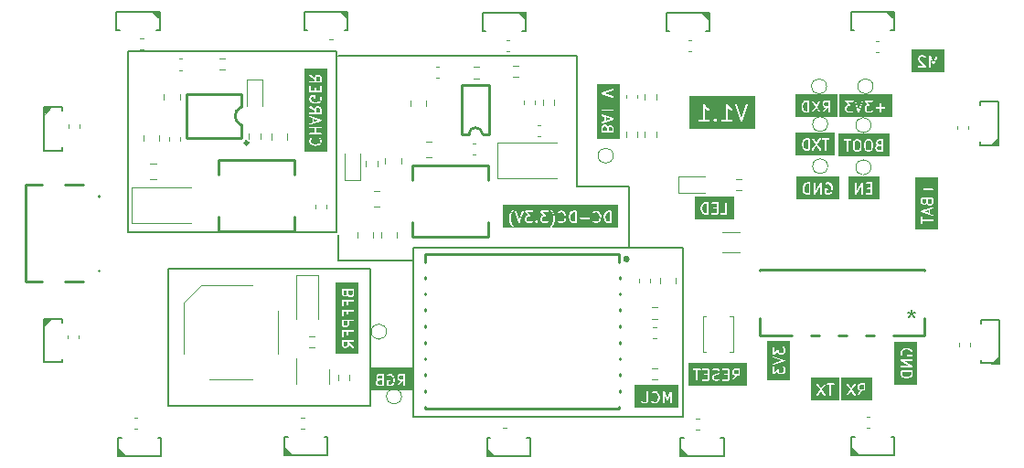
<source format=gbr>
%TF.GenerationSoftware,KiCad,Pcbnew,7.0.5*%
%TF.CreationDate,2024-01-01T11:18:53+08:00*%
%TF.ProjectId,bat_rf,6261745f-7266-42e6-9b69-6361645f7063,rev?*%
%TF.SameCoordinates,Original*%
%TF.FileFunction,Legend,Bot*%
%TF.FilePolarity,Positive*%
%FSLAX46Y46*%
G04 Gerber Fmt 4.6, Leading zero omitted, Abs format (unit mm)*
G04 Created by KiCad (PCBNEW 7.0.5) date 2024-01-01 11:18:53*
%MOMM*%
%LPD*%
G01*
G04 APERTURE LIST*
%ADD10C,0.150000*%
%ADD11C,0.200000*%
%ADD12C,0.203000*%
%ADD13C,0.120000*%
%ADD14C,0.254000*%
%ADD15C,0.127000*%
G04 APERTURE END LIST*
D10*
G36*
X127167857Y-56767857D02*
G01*
X124161905Y-56767857D01*
X124161905Y-55558358D01*
X124718439Y-55558358D01*
X124724976Y-55577970D01*
X124730797Y-55597793D01*
X124731903Y-55598751D01*
X124771745Y-55718277D01*
X124775568Y-55735851D01*
X124786408Y-55746691D01*
X124795154Y-55759275D01*
X124801699Y-55761982D01*
X125234535Y-56194819D01*
X124785772Y-56194819D01*
X124754294Y-56204062D01*
X124725452Y-56237348D01*
X124719184Y-56280943D01*
X124737480Y-56321007D01*
X124774532Y-56344819D01*
X125396459Y-56344819D01*
X125398986Y-56346199D01*
X125418275Y-56344819D01*
X125426383Y-56344819D01*
X125428994Y-56344052D01*
X125442917Y-56343056D01*
X125449713Y-56337968D01*
X125457861Y-56335576D01*
X125467001Y-56325026D01*
X125478176Y-56316662D01*
X125481143Y-56308706D01*
X125486703Y-56302290D01*
X125488689Y-56288475D01*
X125493568Y-56275395D01*
X125491762Y-56267097D01*
X125492971Y-56258695D01*
X125487173Y-56246000D01*
X125484206Y-56232358D01*
X125478201Y-56226353D01*
X125474675Y-56218631D01*
X125462932Y-56211084D01*
X124909725Y-55657876D01*
X124871554Y-55543361D01*
X124871554Y-55478001D01*
X124905813Y-55409482D01*
X124936218Y-55379077D01*
X125004734Y-55344819D01*
X125207419Y-55344819D01*
X125275936Y-55379077D01*
X125322573Y-55425714D01*
X125351367Y-55441436D01*
X125395298Y-55438294D01*
X125430556Y-55411900D01*
X125445949Y-55370633D01*
X125436587Y-55327596D01*
X125390570Y-55281579D01*
X125719277Y-55281579D01*
X125721553Y-55286458D01*
X125721554Y-56280601D01*
X125730797Y-56312079D01*
X125764083Y-56340921D01*
X125807678Y-56347189D01*
X125847742Y-56328893D01*
X125871554Y-56291841D01*
X125871554Y-55607886D01*
X126061667Y-56015271D01*
X126070394Y-56034804D01*
X126080324Y-56041302D01*
X126088170Y-56050207D01*
X126098372Y-56053111D01*
X126107249Y-56058920D01*
X126119117Y-56059017D01*
X126130530Y-56062267D01*
X126140680Y-56059195D01*
X126151291Y-56059283D01*
X126161330Y-56052947D01*
X126172686Y-56049511D01*
X126179565Y-56041438D01*
X126188538Y-56035776D01*
X126193557Y-56025020D01*
X126201254Y-56015989D01*
X126202677Y-56005477D01*
X126388219Y-55607885D01*
X126388220Y-56280601D01*
X126397463Y-56312079D01*
X126430749Y-56340921D01*
X126474344Y-56347189D01*
X126514408Y-56328893D01*
X126538220Y-56291841D01*
X126538220Y-55275488D01*
X126540679Y-55259331D01*
X126533757Y-55243838D01*
X126528977Y-55227559D01*
X126524908Y-55224034D01*
X126522713Y-55219119D01*
X126508513Y-55209827D01*
X126495691Y-55198717D01*
X126490363Y-55197950D01*
X126485858Y-55195003D01*
X126468886Y-55194863D01*
X126452096Y-55192449D01*
X126447201Y-55194684D01*
X126441816Y-55194640D01*
X126427461Y-55203698D01*
X126412032Y-55210745D01*
X126409122Y-55215272D01*
X126404569Y-55218146D01*
X126397392Y-55233524D01*
X126388220Y-55247797D01*
X126388219Y-55253179D01*
X126129887Y-55806750D01*
X125866916Y-55243242D01*
X125862311Y-55227559D01*
X125849488Y-55216448D01*
X125838271Y-55203716D01*
X125833092Y-55202241D01*
X125829025Y-55198717D01*
X125812231Y-55196302D01*
X125795911Y-55191656D01*
X125790758Y-55193215D01*
X125785430Y-55192449D01*
X125769993Y-55199498D01*
X125753755Y-55204412D01*
X125750264Y-55208508D01*
X125745366Y-55210745D01*
X125736190Y-55225022D01*
X125725187Y-55237934D01*
X125724464Y-55243267D01*
X125721554Y-55247797D01*
X125721553Y-55264763D01*
X125719277Y-55281579D01*
X125390570Y-55281579D01*
X125380044Y-55271053D01*
X125373601Y-55260204D01*
X125355100Y-55250953D01*
X125336978Y-55241058D01*
X125335517Y-55241162D01*
X125262276Y-55204542D01*
X125247147Y-55194819D01*
X125231817Y-55194819D01*
X125216734Y-55192105D01*
X125210190Y-55194819D01*
X124991061Y-55194819D01*
X124973186Y-55192889D01*
X124959476Y-55199743D01*
X124944770Y-55204062D01*
X124940130Y-55209416D01*
X124866661Y-55246150D01*
X124854331Y-55248833D01*
X124839711Y-55263452D01*
X124824586Y-55277522D01*
X124824223Y-55278940D01*
X124797788Y-55305375D01*
X124786939Y-55311819D01*
X124777688Y-55330319D01*
X124767793Y-55348442D01*
X124767897Y-55349902D01*
X124731277Y-55423143D01*
X124721554Y-55438273D01*
X124721553Y-55453603D01*
X124718840Y-55468686D01*
X124721554Y-55475229D01*
X124721554Y-55546130D01*
X124718439Y-55558358D01*
X124161905Y-55558358D01*
X124161905Y-54657143D01*
X127167857Y-54657143D01*
X127167857Y-56767857D01*
G37*
X51600000Y-54850000D02*
X70900000Y-54850000D01*
X70900000Y-71600000D01*
X51600000Y-71600000D01*
X51600000Y-54850000D01*
G36*
X77088220Y-85218628D02*
G01*
X76931980Y-85218628D01*
X76917067Y-85215878D01*
X76910355Y-85218628D01*
X76799974Y-85218628D01*
X76731456Y-85184369D01*
X76701049Y-85153962D01*
X76666792Y-85085447D01*
X76666792Y-84978001D01*
X76701051Y-84909482D01*
X76731456Y-84879077D01*
X76799972Y-84844819D01*
X77088220Y-84844819D01*
X77088220Y-85218628D01*
G37*
G36*
X75088220Y-85694819D02*
G01*
X74799974Y-85694819D01*
X74731456Y-85660560D01*
X74701048Y-85630151D01*
X74666792Y-85561637D01*
X74666792Y-85454191D01*
X74701051Y-85385673D01*
X74727543Y-85359180D01*
X74835445Y-85323213D01*
X74838278Y-85323723D01*
X74844822Y-85321009D01*
X75088220Y-85321009D01*
X75088220Y-85694819D01*
G37*
G36*
X75088220Y-85171009D02*
G01*
X74847593Y-85171009D01*
X74779075Y-85136750D01*
X74748668Y-85106343D01*
X74714411Y-85037828D01*
X74714411Y-84978000D01*
X74748670Y-84909482D01*
X74779075Y-84879077D01*
X74847591Y-84844819D01*
X75088220Y-84844819D01*
X75088220Y-85171009D01*
G37*
G36*
X77867857Y-86267857D02*
G01*
X73957143Y-86267857D01*
X73957143Y-85444876D01*
X74514078Y-85444876D01*
X74516792Y-85451419D01*
X74516792Y-85575301D01*
X74514861Y-85593186D01*
X74521717Y-85606899D01*
X74526035Y-85621602D01*
X74531388Y-85626240D01*
X74568123Y-85699709D01*
X74570806Y-85712040D01*
X74585425Y-85726660D01*
X74599495Y-85741786D01*
X74600913Y-85742148D01*
X74627347Y-85768583D01*
X74633792Y-85779434D01*
X74652303Y-85788689D01*
X74670414Y-85798579D01*
X74671873Y-85798474D01*
X74745119Y-85835097D01*
X74760246Y-85844819D01*
X74775576Y-85844819D01*
X74790659Y-85847533D01*
X74797203Y-85844819D01*
X75157860Y-85844819D01*
X75174344Y-85847189D01*
X75189496Y-85840269D01*
X75205480Y-85835576D01*
X75209216Y-85831263D01*
X75214408Y-85828893D01*
X75223415Y-85814876D01*
X75234322Y-85802290D01*
X75235133Y-85796643D01*
X75238220Y-85791841D01*
X75238220Y-85775178D01*
X75240590Y-85758695D01*
X75238220Y-85753505D01*
X75238220Y-85669003D01*
X75513825Y-85669003D01*
X75516792Y-85682642D01*
X75516792Y-85685362D01*
X75519074Y-85693136D01*
X75523187Y-85712040D01*
X75525223Y-85714076D01*
X75526035Y-85716840D01*
X75540651Y-85729505D01*
X75583522Y-85772377D01*
X75594802Y-85786387D01*
X75609345Y-85791234D01*
X75622795Y-85798579D01*
X75629861Y-85798073D01*
X75749631Y-85837997D01*
X75760246Y-85844819D01*
X75780925Y-85844819D01*
X75801565Y-85845565D01*
X75802824Y-85844819D01*
X75868104Y-85844819D01*
X75880331Y-85847934D01*
X75899943Y-85841396D01*
X75919766Y-85835576D01*
X75920724Y-85834469D01*
X76040250Y-85794627D01*
X76057824Y-85790805D01*
X76068664Y-85779964D01*
X76081248Y-85771219D01*
X76083104Y-85766731D01*
X76513687Y-85766731D01*
X76524416Y-85809447D01*
X76556536Y-85839582D01*
X76599850Y-85847569D01*
X76640606Y-85830870D01*
X76964174Y-85368628D01*
X77088220Y-85368628D01*
X77088220Y-85780601D01*
X77097463Y-85812079D01*
X77130749Y-85840921D01*
X77174344Y-85847189D01*
X77214408Y-85828893D01*
X77238220Y-85791841D01*
X77238220Y-85298987D01*
X77240590Y-85282504D01*
X77238220Y-85277314D01*
X77238220Y-84775178D01*
X77240590Y-84758695D01*
X77233670Y-84743542D01*
X77228977Y-84727559D01*
X77224664Y-84723822D01*
X77222294Y-84718631D01*
X77208277Y-84709623D01*
X77195691Y-84698717D01*
X77190044Y-84697905D01*
X77185242Y-84694819D01*
X77168580Y-84694819D01*
X77152096Y-84692449D01*
X77146906Y-84694819D01*
X76786299Y-84694819D01*
X76768424Y-84692889D01*
X76754714Y-84699743D01*
X76740008Y-84704062D01*
X76735368Y-84709416D01*
X76661899Y-84746150D01*
X76649569Y-84748833D01*
X76634949Y-84763452D01*
X76619824Y-84777522D01*
X76619461Y-84778940D01*
X76593026Y-84805375D01*
X76582177Y-84811819D01*
X76572926Y-84830319D01*
X76563031Y-84848442D01*
X76563135Y-84849902D01*
X76526515Y-84923143D01*
X76516792Y-84938273D01*
X76516792Y-84953603D01*
X76514078Y-84968686D01*
X76516792Y-84975229D01*
X76516792Y-85099111D01*
X76514861Y-85116996D01*
X76521717Y-85130709D01*
X76526035Y-85145412D01*
X76531388Y-85150050D01*
X76568123Y-85223519D01*
X76570806Y-85235851D01*
X76585433Y-85250478D01*
X76599495Y-85265596D01*
X76600913Y-85265958D01*
X76627348Y-85292393D01*
X76633792Y-85303243D01*
X76652301Y-85312497D01*
X76670415Y-85322388D01*
X76671873Y-85322283D01*
X76745119Y-85358906D01*
X76760246Y-85368628D01*
X76775576Y-85368628D01*
X76780460Y-85369506D01*
X76524167Y-85735642D01*
X76513687Y-85766731D01*
X76083104Y-85766731D01*
X76083955Y-85764672D01*
X76161985Y-85686642D01*
X76172835Y-85680199D01*
X76182085Y-85661698D01*
X76191981Y-85643575D01*
X76191876Y-85642115D01*
X76224328Y-85577212D01*
X76230640Y-85571278D01*
X76233984Y-85557900D01*
X76235124Y-85555621D01*
X76236587Y-85547488D01*
X76280606Y-85371410D01*
X76285839Y-85363269D01*
X76285839Y-85350481D01*
X76286215Y-85348977D01*
X76285839Y-85339730D01*
X76285839Y-85210732D01*
X76288941Y-85201564D01*
X76285839Y-85189155D01*
X76285839Y-85187608D01*
X76283234Y-85178738D01*
X76239220Y-85002681D01*
X76240150Y-84994070D01*
X76233984Y-84981739D01*
X76233366Y-84979264D01*
X76229178Y-84972125D01*
X76186888Y-84887545D01*
X76184206Y-84875215D01*
X76169586Y-84860595D01*
X76155517Y-84845470D01*
X76154098Y-84845107D01*
X76076249Y-84767258D01*
X76064972Y-84753251D01*
X76050430Y-84748403D01*
X76036978Y-84741058D01*
X76029910Y-84741563D01*
X75910143Y-84701641D01*
X75899528Y-84694819D01*
X75878848Y-84694819D01*
X75858209Y-84694073D01*
X75856950Y-84694819D01*
X75738680Y-84694819D01*
X75720805Y-84692889D01*
X75707095Y-84699743D01*
X75692389Y-84704062D01*
X75687749Y-84709416D01*
X75596226Y-84755178D01*
X75572205Y-84777522D01*
X75561294Y-84820193D01*
X75575184Y-84861989D01*
X75609466Y-84889641D01*
X75653255Y-84894369D01*
X75752353Y-84844819D01*
X75865336Y-84844819D01*
X75979849Y-84882990D01*
X76053961Y-84957102D01*
X76092455Y-85034088D01*
X76135839Y-85207624D01*
X76135839Y-85332012D01*
X76092455Y-85505545D01*
X76053961Y-85582534D01*
X75979849Y-85656647D01*
X75865334Y-85694819D01*
X75794438Y-85694819D01*
X75679924Y-85656647D01*
X75666792Y-85643514D01*
X75666792Y-85416247D01*
X75793050Y-85416247D01*
X75824528Y-85407004D01*
X75853370Y-85373718D01*
X75859638Y-85330123D01*
X75841342Y-85290059D01*
X75804290Y-85266247D01*
X75597152Y-85266247D01*
X75580668Y-85263877D01*
X75565515Y-85270796D01*
X75549532Y-85275490D01*
X75545795Y-85279802D01*
X75540604Y-85282173D01*
X75531596Y-85296189D01*
X75520690Y-85308776D01*
X75519878Y-85314422D01*
X75516792Y-85319225D01*
X75516792Y-85335887D01*
X75514422Y-85352371D01*
X75516792Y-85357560D01*
X75516792Y-85661048D01*
X75513825Y-85669003D01*
X75238220Y-85669003D01*
X75238220Y-85251368D01*
X75240590Y-85234885D01*
X75238220Y-85229695D01*
X75238220Y-84775178D01*
X75240590Y-84758695D01*
X75233670Y-84743542D01*
X75228977Y-84727559D01*
X75224664Y-84723822D01*
X75222294Y-84718631D01*
X75208277Y-84709623D01*
X75195691Y-84698717D01*
X75190044Y-84697905D01*
X75185242Y-84694819D01*
X75168580Y-84694819D01*
X75152096Y-84692449D01*
X75146906Y-84694819D01*
X74833918Y-84694819D01*
X74816043Y-84692889D01*
X74802333Y-84699743D01*
X74787627Y-84704062D01*
X74782987Y-84709416D01*
X74709518Y-84746150D01*
X74697188Y-84748833D01*
X74682568Y-84763452D01*
X74667443Y-84777522D01*
X74667080Y-84778940D01*
X74640645Y-84805375D01*
X74629796Y-84811819D01*
X74620545Y-84830319D01*
X74610650Y-84848442D01*
X74610754Y-84849902D01*
X74574134Y-84923143D01*
X74564411Y-84938273D01*
X74564411Y-84953603D01*
X74561697Y-84968686D01*
X74564411Y-84975229D01*
X74564411Y-85051492D01*
X74562480Y-85069377D01*
X74569336Y-85083090D01*
X74573654Y-85097793D01*
X74579007Y-85102431D01*
X74615742Y-85175900D01*
X74618425Y-85188232D01*
X74633052Y-85202859D01*
X74647114Y-85217977D01*
X74648532Y-85218339D01*
X74654207Y-85224014D01*
X74649569Y-85225023D01*
X74638730Y-85235861D01*
X74626144Y-85244609D01*
X74623435Y-85251156D01*
X74593026Y-85281565D01*
X74582177Y-85288009D01*
X74572926Y-85306509D01*
X74563031Y-85324632D01*
X74563135Y-85326092D01*
X74526515Y-85399333D01*
X74516792Y-85414463D01*
X74516792Y-85429793D01*
X74514078Y-85444876D01*
X73957143Y-85444876D01*
X73957143Y-84157143D01*
X77867857Y-84157143D01*
X77867857Y-86267857D01*
G37*
G36*
X125709104Y-69799388D02*
G01*
X125306989Y-69665349D01*
X125709104Y-69531312D01*
X125709104Y-69799388D01*
G37*
G36*
X125994819Y-68838120D02*
G01*
X125960560Y-68906637D01*
X125930151Y-68937045D01*
X125861637Y-68971302D01*
X125754191Y-68971302D01*
X125685673Y-68937043D01*
X125659180Y-68910550D01*
X125623213Y-68802648D01*
X125623723Y-68799816D01*
X125621009Y-68793272D01*
X125621009Y-68549874D01*
X125994819Y-68549874D01*
X125994819Y-68838120D01*
G37*
G36*
X125471009Y-68790501D02*
G01*
X125436750Y-68859018D01*
X125406343Y-68889425D01*
X125337828Y-68923683D01*
X125278001Y-68923683D01*
X125209483Y-68889424D01*
X125179076Y-68859017D01*
X125144819Y-68790502D01*
X125144819Y-68549874D01*
X125471009Y-68549874D01*
X125471009Y-68790501D01*
G37*
G36*
X126567857Y-71300000D02*
G01*
X124457143Y-71300000D01*
X124457143Y-70485998D01*
X124992449Y-70485998D01*
X124994819Y-70491187D01*
X124994819Y-70771370D01*
X125004062Y-70802848D01*
X125037348Y-70831690D01*
X125080943Y-70837958D01*
X125121007Y-70819662D01*
X125144819Y-70782610D01*
X125144819Y-70549874D01*
X126080601Y-70549874D01*
X126112079Y-70540631D01*
X126140921Y-70507345D01*
X126147189Y-70463750D01*
X126128893Y-70423686D01*
X126091841Y-70399874D01*
X125144819Y-70399874D01*
X125144819Y-70178378D01*
X125135576Y-70146900D01*
X125102290Y-70118058D01*
X125058695Y-70111790D01*
X125018631Y-70130086D01*
X124994819Y-70167138D01*
X124994818Y-70469514D01*
X124992449Y-70485998D01*
X124457143Y-70485998D01*
X124457143Y-69657030D01*
X124992097Y-69657030D01*
X124995534Y-69676031D01*
X124997589Y-69695230D01*
X124999418Y-69697501D01*
X124999937Y-69700370D01*
X125013097Y-69714492D01*
X125025210Y-69729537D01*
X125027976Y-69730459D01*
X125029964Y-69732592D01*
X125048675Y-69737358D01*
X125746252Y-69969884D01*
X125751633Y-69974547D01*
X125766767Y-69976722D01*
X126056330Y-70073244D01*
X126089116Y-70074429D01*
X126127004Y-70051972D01*
X126146736Y-70012596D01*
X126142048Y-69968802D01*
X126114428Y-69934496D01*
X125859104Y-69849388D01*
X125859104Y-69481312D01*
X126103764Y-69399759D01*
X126130704Y-69381036D01*
X126147540Y-69340337D01*
X126139700Y-69296997D01*
X126109674Y-69264775D01*
X126066993Y-69253902D01*
X125777216Y-69350494D01*
X125772980Y-69349885D01*
X125756592Y-69357368D01*
X125058969Y-69589909D01*
X125050522Y-69589604D01*
X125038489Y-69596735D01*
X125035873Y-69597608D01*
X125029235Y-69602220D01*
X125012634Y-69612061D01*
X125011328Y-69614666D01*
X125008933Y-69616331D01*
X125001547Y-69634184D01*
X124992902Y-69651437D01*
X124993212Y-69654334D01*
X124992097Y-69657030D01*
X124457143Y-69657030D01*
X124457143Y-68485998D01*
X124992449Y-68485998D01*
X124994819Y-68491187D01*
X124994819Y-68804166D01*
X124992888Y-68822051D01*
X124999744Y-68835764D01*
X125004062Y-68850467D01*
X125009415Y-68855105D01*
X125046150Y-68928574D01*
X125048833Y-68940906D01*
X125063460Y-68955533D01*
X125077522Y-68970651D01*
X125078940Y-68971013D01*
X125105375Y-68997448D01*
X125111819Y-69008298D01*
X125130328Y-69017552D01*
X125148442Y-69027443D01*
X125149900Y-69027338D01*
X125223146Y-69063961D01*
X125238273Y-69073683D01*
X125253603Y-69073683D01*
X125268686Y-69076397D01*
X125275230Y-69073683D01*
X125351493Y-69073683D01*
X125369377Y-69075614D01*
X125383090Y-69068757D01*
X125397793Y-69064440D01*
X125402431Y-69059086D01*
X125475900Y-69022351D01*
X125488232Y-69019669D01*
X125502859Y-69005041D01*
X125517977Y-68990980D01*
X125518339Y-68989561D01*
X125524014Y-68983886D01*
X125525023Y-68988525D01*
X125535863Y-68999365D01*
X125544609Y-69011949D01*
X125551154Y-69014656D01*
X125581565Y-69045067D01*
X125588009Y-69055917D01*
X125606518Y-69065171D01*
X125624632Y-69075062D01*
X125626090Y-69074957D01*
X125699336Y-69111580D01*
X125714463Y-69121302D01*
X125729793Y-69121302D01*
X125744876Y-69124016D01*
X125751420Y-69121302D01*
X125875302Y-69121302D01*
X125893186Y-69123233D01*
X125906899Y-69116376D01*
X125921602Y-69112059D01*
X125926240Y-69106705D01*
X125999709Y-69069970D01*
X126012040Y-69067288D01*
X126026660Y-69052668D01*
X126041786Y-69038599D01*
X126042148Y-69037180D01*
X126068583Y-69010746D01*
X126079434Y-69004302D01*
X126088689Y-68985790D01*
X126098579Y-68967680D01*
X126098474Y-68966220D01*
X126135097Y-68892974D01*
X126144819Y-68877848D01*
X126144819Y-68862518D01*
X126147533Y-68847435D01*
X126144819Y-68840891D01*
X126144819Y-68480233D01*
X126147189Y-68463750D01*
X126140269Y-68448597D01*
X126135576Y-68432614D01*
X126131263Y-68428877D01*
X126128893Y-68423686D01*
X126114876Y-68414678D01*
X126102290Y-68403772D01*
X126096643Y-68402960D01*
X126091841Y-68399874D01*
X126075179Y-68399874D01*
X126058695Y-68397504D01*
X126053505Y-68399874D01*
X125551369Y-68399874D01*
X125534885Y-68397504D01*
X125529695Y-68399874D01*
X125075179Y-68399874D01*
X125058695Y-68397504D01*
X125043542Y-68404423D01*
X125027559Y-68409117D01*
X125023822Y-68413429D01*
X125018631Y-68415800D01*
X125009623Y-68429816D01*
X124998717Y-68442403D01*
X124997905Y-68448049D01*
X124994819Y-68452852D01*
X124994819Y-68469514D01*
X124992449Y-68485998D01*
X124457143Y-68485998D01*
X124457143Y-67628855D01*
X125230544Y-67628855D01*
X125248840Y-67668919D01*
X125285892Y-67692731D01*
X125613866Y-67692731D01*
X125613866Y-68009466D01*
X125623109Y-68040944D01*
X125656395Y-68069786D01*
X125699990Y-68076054D01*
X125740054Y-68057758D01*
X125763866Y-68020706D01*
X125763866Y-67692731D01*
X126080601Y-67692731D01*
X126112079Y-67683488D01*
X126140921Y-67650202D01*
X126147189Y-67606607D01*
X126128893Y-67566543D01*
X126091841Y-67542731D01*
X125763866Y-67542731D01*
X125763866Y-67225997D01*
X125754623Y-67194519D01*
X125721337Y-67165677D01*
X125677742Y-67159409D01*
X125637678Y-67177705D01*
X125613866Y-67214757D01*
X125613866Y-67542731D01*
X125297132Y-67542731D01*
X125265654Y-67551974D01*
X125236812Y-67585260D01*
X125230544Y-67628855D01*
X124457143Y-67628855D01*
X124457143Y-66532143D01*
X126567857Y-66532143D01*
X126567857Y-71300000D01*
G37*
X71065000Y-74175000D02*
X71865000Y-74175000D01*
X77865000Y-74175000D02*
X72365000Y-74175000D01*
X77966952Y-73004500D02*
X102966952Y-73004500D01*
X102966952Y-88704500D01*
X77966952Y-88704500D01*
X77966952Y-73004500D01*
X93165000Y-67375000D02*
X97965000Y-67375000D01*
X71065000Y-55275000D02*
X93165000Y-55275000D01*
X71065000Y-71875000D02*
X71065000Y-74175000D01*
X55269724Y-75007500D02*
X73969724Y-75007500D01*
X73969724Y-87707500D01*
X55269724Y-87707500D01*
X55269724Y-75007500D01*
X72865000Y-74175000D02*
X71865000Y-74175000D01*
X97965000Y-67375000D02*
X97965000Y-72975000D01*
X93165000Y-55275000D02*
X93165000Y-67375000D01*
G36*
X95859326Y-61809818D02*
G01*
X95885818Y-61836310D01*
X95921785Y-61944212D01*
X95921276Y-61947045D01*
X95923990Y-61953588D01*
X95923990Y-62196987D01*
X95550180Y-62196987D01*
X95550180Y-61908740D01*
X95584439Y-61840223D01*
X95614845Y-61809817D01*
X95683361Y-61775559D01*
X95790808Y-61775559D01*
X95859326Y-61809818D01*
G37*
G36*
X96335516Y-61857437D02*
G01*
X96365921Y-61887842D01*
X96400180Y-61956358D01*
X96400180Y-62196987D01*
X96073990Y-62196987D01*
X96073990Y-61956360D01*
X96108249Y-61887841D01*
X96138654Y-61857436D01*
X96207170Y-61823178D01*
X96266998Y-61823178D01*
X96335516Y-61857437D01*
G37*
G36*
X96238008Y-61081511D02*
G01*
X95835895Y-61215548D01*
X95835895Y-60947473D01*
X96238008Y-61081511D01*
G37*
G36*
X97087857Y-62976624D02*
G01*
X94977143Y-62976624D01*
X94977143Y-61899425D01*
X95397466Y-61899425D01*
X95400180Y-61905968D01*
X95400180Y-62266627D01*
X95397810Y-62283111D01*
X95404729Y-62298263D01*
X95409423Y-62314247D01*
X95413735Y-62317983D01*
X95416106Y-62323175D01*
X95430122Y-62332182D01*
X95442709Y-62343089D01*
X95448355Y-62343900D01*
X95453158Y-62346987D01*
X95469820Y-62346987D01*
X95486304Y-62349357D01*
X95491494Y-62346987D01*
X95993630Y-62346987D01*
X96010114Y-62349357D01*
X96015304Y-62346987D01*
X96469820Y-62346987D01*
X96486304Y-62349357D01*
X96501456Y-62342437D01*
X96517440Y-62337744D01*
X96521176Y-62333431D01*
X96526368Y-62331061D01*
X96535375Y-62317044D01*
X96546282Y-62304458D01*
X96547093Y-62298811D01*
X96550180Y-62294009D01*
X96550180Y-62277346D01*
X96552550Y-62260863D01*
X96550180Y-62255673D01*
X96550180Y-61942684D01*
X96552110Y-61924810D01*
X96545255Y-61911100D01*
X96540937Y-61896394D01*
X96535582Y-61891754D01*
X96498848Y-61818285D01*
X96496166Y-61805955D01*
X96481546Y-61791335D01*
X96467477Y-61776210D01*
X96466058Y-61775847D01*
X96439623Y-61749412D01*
X96433180Y-61738563D01*
X96414679Y-61729312D01*
X96396557Y-61719417D01*
X96395096Y-61719521D01*
X96321855Y-61682901D01*
X96306726Y-61673178D01*
X96291396Y-61673178D01*
X96276313Y-61670464D01*
X96269769Y-61673178D01*
X96193497Y-61673178D01*
X96175622Y-61671248D01*
X96161912Y-61678102D01*
X96147206Y-61682421D01*
X96142566Y-61687775D01*
X96069097Y-61724509D01*
X96056767Y-61727192D01*
X96042147Y-61741811D01*
X96027022Y-61755881D01*
X96026659Y-61757299D01*
X96020984Y-61762974D01*
X96019976Y-61758336D01*
X96009137Y-61747497D01*
X96000390Y-61734911D01*
X95993842Y-61732202D01*
X95963433Y-61701793D01*
X95956990Y-61690944D01*
X95938489Y-61681693D01*
X95920367Y-61671798D01*
X95918906Y-61671902D01*
X95845665Y-61635282D01*
X95830536Y-61625559D01*
X95815206Y-61625559D01*
X95800123Y-61622845D01*
X95793579Y-61625559D01*
X95669688Y-61625559D01*
X95651813Y-61623629D01*
X95638103Y-61630483D01*
X95623397Y-61634802D01*
X95618757Y-61640156D01*
X95545288Y-61676890D01*
X95532958Y-61679573D01*
X95518338Y-61694192D01*
X95503213Y-61708262D01*
X95502850Y-61709680D01*
X95476417Y-61736113D01*
X95465567Y-61742558D01*
X95456318Y-61761054D01*
X95446420Y-61779182D01*
X95446524Y-61780642D01*
X95409901Y-61853885D01*
X95400180Y-61869013D01*
X95400180Y-61884342D01*
X95397466Y-61899425D01*
X94977143Y-61899425D01*
X94977143Y-61406524D01*
X95397458Y-61406524D01*
X95405298Y-61449864D01*
X95435325Y-61482086D01*
X95478005Y-61492959D01*
X95767782Y-61396366D01*
X95772019Y-61396976D01*
X95788408Y-61389491D01*
X96486028Y-61156951D01*
X96494477Y-61157257D01*
X96506510Y-61150124D01*
X96509125Y-61149253D01*
X96515756Y-61144644D01*
X96532365Y-61134800D01*
X96533671Y-61132193D01*
X96536065Y-61130530D01*
X96543445Y-61112687D01*
X96552097Y-61095424D01*
X96551786Y-61092524D01*
X96552901Y-61089831D01*
X96549464Y-61070836D01*
X96547409Y-61051630D01*
X96545579Y-61049357D01*
X96545061Y-61046491D01*
X96531904Y-61032372D01*
X96519789Y-61017324D01*
X96517022Y-61016401D01*
X96515035Y-61014269D01*
X96496324Y-61009502D01*
X95798747Y-60776976D01*
X95793366Y-60772314D01*
X95778230Y-60770137D01*
X95488668Y-60673617D01*
X95455883Y-60672432D01*
X95417995Y-60694889D01*
X95398263Y-60734265D01*
X95402950Y-60778058D01*
X95430571Y-60812365D01*
X95685895Y-60897473D01*
X95685895Y-61265548D01*
X95441234Y-61347102D01*
X95414294Y-61365825D01*
X95397458Y-61406524D01*
X94977143Y-61406524D01*
X94977143Y-60283111D01*
X95397810Y-60283111D01*
X95416106Y-60323175D01*
X95453158Y-60346987D01*
X96400180Y-60346987D01*
X96400180Y-60568483D01*
X96409423Y-60599961D01*
X96442709Y-60628803D01*
X96486304Y-60635071D01*
X96526368Y-60616775D01*
X96550180Y-60579723D01*
X96550180Y-60277346D01*
X96552550Y-60260863D01*
X96550180Y-60255673D01*
X96550180Y-59975491D01*
X96540937Y-59944013D01*
X96507651Y-59915171D01*
X96464056Y-59908903D01*
X96423992Y-59927199D01*
X96400180Y-59964251D01*
X96400180Y-60196987D01*
X95464398Y-60196987D01*
X95432920Y-60206230D01*
X95404078Y-60239516D01*
X95397810Y-60283111D01*
X94977143Y-60283111D01*
X94977143Y-59901817D01*
X95304942Y-59901817D01*
X95314185Y-59933295D01*
X95347471Y-59962137D01*
X95391066Y-59968405D01*
X95431130Y-59950109D01*
X95454942Y-59913057D01*
X95454942Y-59118348D01*
X95445699Y-59086870D01*
X95412413Y-59058028D01*
X95368818Y-59051760D01*
X95328754Y-59070056D01*
X95304942Y-59107108D01*
X95304942Y-59901817D01*
X94977143Y-59901817D01*
X94977143Y-58692238D01*
X95397458Y-58692238D01*
X95400895Y-58711239D01*
X95402950Y-58730438D01*
X95404779Y-58732709D01*
X95405298Y-58735578D01*
X95418458Y-58749700D01*
X95430571Y-58764745D01*
X95433337Y-58765667D01*
X95435325Y-58767800D01*
X95454036Y-58772566D01*
X96461691Y-59108452D01*
X96494477Y-59109637D01*
X96532365Y-59087180D01*
X96552097Y-59047804D01*
X96547409Y-59004010D01*
X96519789Y-58969704D01*
X95712350Y-58700557D01*
X96509125Y-58434967D01*
X96536065Y-58416244D01*
X96552901Y-58375545D01*
X96545061Y-58332205D01*
X96515035Y-58299983D01*
X96472354Y-58289110D01*
X95464330Y-58625117D01*
X95455883Y-58624812D01*
X95443850Y-58631943D01*
X95441234Y-58632816D01*
X95434596Y-58637428D01*
X95417995Y-58647269D01*
X95416689Y-58649874D01*
X95414294Y-58651539D01*
X95406908Y-58669392D01*
X95398263Y-58686645D01*
X95398573Y-58689542D01*
X95397458Y-58692238D01*
X94977143Y-58692238D01*
X94977143Y-57827814D01*
X97087857Y-57827814D01*
X97087857Y-62976624D01*
G37*
G36*
X121132857Y-68542857D02*
G01*
X118269762Y-68542857D01*
X118269762Y-68048886D01*
X118873970Y-68048886D01*
X118880618Y-68067820D01*
X118886273Y-68087079D01*
X118887863Y-68088457D01*
X118888561Y-68090443D01*
X118904391Y-68102778D01*
X118919559Y-68115921D01*
X118921642Y-68116220D01*
X118923302Y-68117514D01*
X118943292Y-68119333D01*
X118963154Y-68122189D01*
X118965067Y-68121315D01*
X118967165Y-68121506D01*
X118984969Y-68112226D01*
X119003218Y-68103893D01*
X119004355Y-68102122D01*
X119006222Y-68101150D01*
X119016178Y-68083726D01*
X119027030Y-68066841D01*
X119027030Y-68064735D01*
X119448458Y-67327236D01*
X119448458Y-68055601D01*
X119457701Y-68087079D01*
X119490987Y-68115921D01*
X119534582Y-68122189D01*
X119574646Y-68103893D01*
X119598458Y-68066841D01*
X119598458Y-68055943D01*
X119874660Y-68055943D01*
X119892956Y-68096007D01*
X119930008Y-68119819D01*
X120422860Y-68119819D01*
X120439344Y-68122189D01*
X120454496Y-68115269D01*
X120470480Y-68110576D01*
X120474216Y-68106263D01*
X120479408Y-68103893D01*
X120488415Y-68089876D01*
X120499322Y-68077290D01*
X120500133Y-68071643D01*
X120503220Y-68066841D01*
X120503220Y-68050178D01*
X120505590Y-68033695D01*
X120503220Y-68028505D01*
X120503220Y-67526368D01*
X120505590Y-67509885D01*
X120503220Y-67504695D01*
X120503220Y-67050178D01*
X120505590Y-67033695D01*
X120498670Y-67018542D01*
X120493977Y-67002559D01*
X120489664Y-66998822D01*
X120487294Y-66993631D01*
X120473277Y-66984623D01*
X120460691Y-66973717D01*
X120455044Y-66972905D01*
X120450242Y-66969819D01*
X120433580Y-66969819D01*
X120417096Y-66967449D01*
X120411906Y-66969819D01*
X119941248Y-66969819D01*
X119909770Y-66979062D01*
X119880928Y-67012348D01*
X119874660Y-67055943D01*
X119892956Y-67096007D01*
X119930008Y-67119819D01*
X120353220Y-67119819D01*
X120353220Y-67446009D01*
X120084105Y-67446009D01*
X120052627Y-67455252D01*
X120023785Y-67488538D01*
X120017517Y-67532133D01*
X120035813Y-67572197D01*
X120072865Y-67596009D01*
X120353220Y-67596009D01*
X120353220Y-67969819D01*
X119941248Y-67969819D01*
X119909770Y-67979062D01*
X119880928Y-68012348D01*
X119874660Y-68055943D01*
X119598458Y-68055943D01*
X119598457Y-67053615D01*
X119601518Y-67040751D01*
X119594868Y-67021814D01*
X119589215Y-67002559D01*
X119587624Y-67001180D01*
X119586927Y-66999195D01*
X119571096Y-66986859D01*
X119555929Y-66973717D01*
X119553845Y-66973417D01*
X119552186Y-66972124D01*
X119532195Y-66970304D01*
X119512334Y-66967449D01*
X119510420Y-66968322D01*
X119508323Y-66968132D01*
X119490518Y-66977411D01*
X119472270Y-66985745D01*
X119471132Y-66987515D01*
X119469266Y-66988488D01*
X119459309Y-67005911D01*
X119448458Y-67022797D01*
X119448458Y-67024902D01*
X119027030Y-67762400D01*
X119027030Y-67034037D01*
X119017787Y-67002559D01*
X118984501Y-66973717D01*
X118940906Y-66967449D01*
X118900842Y-66985745D01*
X118877030Y-67022797D01*
X118877030Y-68036022D01*
X118873970Y-68048886D01*
X118269762Y-68048886D01*
X118269762Y-66432143D01*
X121132857Y-66432143D01*
X121132857Y-68542857D01*
G37*
G36*
X102534809Y-87872357D02*
G01*
X98433619Y-87872357D01*
X98433619Y-87197686D01*
X99038956Y-87197686D01*
X99045812Y-87211399D01*
X99050130Y-87226102D01*
X99055483Y-87230740D01*
X99092218Y-87304209D01*
X99094901Y-87316540D01*
X99109520Y-87331160D01*
X99123590Y-87346286D01*
X99125008Y-87346648D01*
X99151442Y-87373083D01*
X99157887Y-87383934D01*
X99176398Y-87393189D01*
X99194509Y-87403079D01*
X99195968Y-87402974D01*
X99269214Y-87439597D01*
X99284341Y-87449319D01*
X99299671Y-87449319D01*
X99314754Y-87452033D01*
X99321298Y-87449319D01*
X99492799Y-87449319D01*
X99510683Y-87451250D01*
X99524396Y-87444393D01*
X99539099Y-87440076D01*
X99543737Y-87434722D01*
X99617205Y-87397987D01*
X99629539Y-87395305D01*
X99644170Y-87380672D01*
X99659283Y-87366616D01*
X99659645Y-87365196D01*
X99686079Y-87338762D01*
X99696930Y-87332318D01*
X99706186Y-87313804D01*
X99716076Y-87295694D01*
X99715971Y-87294234D01*
X99726337Y-87273503D01*
X100037920Y-87273503D01*
X100047282Y-87316540D01*
X100107617Y-87376877D01*
X100118897Y-87390887D01*
X100133440Y-87395734D01*
X100146890Y-87403079D01*
X100153956Y-87402573D01*
X100273726Y-87442497D01*
X100284341Y-87449319D01*
X100305020Y-87449319D01*
X100325660Y-87450065D01*
X100326919Y-87449319D01*
X100392199Y-87449319D01*
X100404426Y-87452434D01*
X100424038Y-87445896D01*
X100443861Y-87440076D01*
X100444819Y-87438969D01*
X100564345Y-87399127D01*
X100581919Y-87395305D01*
X100592759Y-87384464D01*
X100605343Y-87375719D01*
X100608050Y-87369172D01*
X100686080Y-87291142D01*
X100696930Y-87284699D01*
X100706180Y-87266198D01*
X100716076Y-87248075D01*
X100715971Y-87246615D01*
X100748423Y-87181712D01*
X100754735Y-87175778D01*
X100758079Y-87162400D01*
X100759219Y-87160121D01*
X100760682Y-87151988D01*
X100804701Y-86975910D01*
X100809934Y-86967769D01*
X100809934Y-86954981D01*
X100810310Y-86953477D01*
X100809934Y-86944230D01*
X100809934Y-86815232D01*
X100813036Y-86806064D01*
X100809934Y-86793656D01*
X100809934Y-86792108D01*
X100807329Y-86783238D01*
X100763315Y-86607181D01*
X100764245Y-86598570D01*
X100758079Y-86586239D01*
X100757461Y-86583764D01*
X100753273Y-86576625D01*
X100710983Y-86492045D01*
X100708301Y-86479715D01*
X100693681Y-86465095D01*
X100679612Y-86449970D01*
X100678193Y-86449607D01*
X100614665Y-86386079D01*
X101086229Y-86386079D01*
X101088506Y-86390958D01*
X101088506Y-87385101D01*
X101097749Y-87416579D01*
X101131035Y-87445421D01*
X101174630Y-87451689D01*
X101214694Y-87433393D01*
X101238506Y-87396341D01*
X101238506Y-86712386D01*
X101428619Y-87119771D01*
X101437346Y-87139304D01*
X101447276Y-87145802D01*
X101455122Y-87154707D01*
X101465324Y-87157611D01*
X101474201Y-87163420D01*
X101486069Y-87163517D01*
X101497482Y-87166767D01*
X101507632Y-87163695D01*
X101518243Y-87163783D01*
X101528282Y-87157447D01*
X101539638Y-87154011D01*
X101546517Y-87145938D01*
X101555490Y-87140276D01*
X101560509Y-87129520D01*
X101568206Y-87120489D01*
X101569629Y-87109977D01*
X101755172Y-86712385D01*
X101755172Y-87385101D01*
X101764415Y-87416579D01*
X101797701Y-87445421D01*
X101841296Y-87451689D01*
X101881360Y-87433393D01*
X101905172Y-87396341D01*
X101905172Y-86379988D01*
X101907631Y-86363831D01*
X101900709Y-86348338D01*
X101895929Y-86332059D01*
X101891860Y-86328534D01*
X101889665Y-86323619D01*
X101875465Y-86314327D01*
X101862643Y-86303217D01*
X101857315Y-86302450D01*
X101852810Y-86299503D01*
X101835838Y-86299363D01*
X101819048Y-86296949D01*
X101814153Y-86299184D01*
X101808768Y-86299140D01*
X101794413Y-86308198D01*
X101778984Y-86315245D01*
X101776074Y-86319772D01*
X101771521Y-86322646D01*
X101764344Y-86338024D01*
X101755172Y-86352297D01*
X101755172Y-86357679D01*
X101496839Y-86911250D01*
X101233868Y-86347742D01*
X101229263Y-86332059D01*
X101216440Y-86320948D01*
X101205223Y-86308216D01*
X101200044Y-86306741D01*
X101195977Y-86303217D01*
X101179183Y-86300802D01*
X101162863Y-86296156D01*
X101157710Y-86297715D01*
X101152382Y-86296949D01*
X101136945Y-86303998D01*
X101120707Y-86308912D01*
X101117216Y-86313008D01*
X101112318Y-86315245D01*
X101103142Y-86329522D01*
X101092139Y-86342434D01*
X101091416Y-86347767D01*
X101088506Y-86352297D01*
X101088506Y-86369263D01*
X101086229Y-86386079D01*
X100614665Y-86386079D01*
X100600344Y-86371758D01*
X100589067Y-86357751D01*
X100574525Y-86352903D01*
X100561073Y-86345558D01*
X100554005Y-86346063D01*
X100434238Y-86306141D01*
X100423623Y-86299319D01*
X100402943Y-86299319D01*
X100382304Y-86298573D01*
X100381045Y-86299319D01*
X100315765Y-86299319D01*
X100303537Y-86296204D01*
X100283917Y-86302743D01*
X100264103Y-86308562D01*
X100263144Y-86309668D01*
X100143615Y-86349510D01*
X100126045Y-86353333D01*
X100115206Y-86364171D01*
X100102620Y-86372919D01*
X100099911Y-86379466D01*
X100055230Y-86424148D01*
X100039507Y-86452942D01*
X100042650Y-86496873D01*
X100069044Y-86532132D01*
X100110311Y-86547524D01*
X100153348Y-86538162D01*
X100204019Y-86487490D01*
X100318534Y-86449319D01*
X100389431Y-86449319D01*
X100503944Y-86487490D01*
X100578056Y-86561602D01*
X100616550Y-86638588D01*
X100659934Y-86812123D01*
X100659934Y-86936513D01*
X100616550Y-87110045D01*
X100578056Y-87187034D01*
X100503944Y-87261147D01*
X100389429Y-87299319D01*
X100318533Y-87299319D01*
X100204019Y-87261147D01*
X100161297Y-87218423D01*
X100132503Y-87202701D01*
X100088572Y-87205843D01*
X100053313Y-87232236D01*
X100037920Y-87273503D01*
X99726337Y-87273503D01*
X99752593Y-87220990D01*
X99762315Y-87205864D01*
X99762315Y-87190534D01*
X99765029Y-87175451D01*
X99762315Y-87168907D01*
X99762315Y-86363537D01*
X99753072Y-86332059D01*
X99719786Y-86303217D01*
X99676191Y-86296949D01*
X99636127Y-86315245D01*
X99612315Y-86352297D01*
X99612314Y-87166136D01*
X99578056Y-87234653D01*
X99547648Y-87265061D01*
X99479134Y-87299319D01*
X99324069Y-87299319D01*
X99255551Y-87265060D01*
X99225143Y-87234651D01*
X99190887Y-87166137D01*
X99190887Y-86363537D01*
X99181644Y-86332059D01*
X99148358Y-86303217D01*
X99104763Y-86296949D01*
X99064699Y-86315245D01*
X99040887Y-86352297D01*
X99040887Y-87179801D01*
X99038956Y-87197686D01*
X98433619Y-87197686D01*
X98433619Y-85761643D01*
X102534809Y-85761643D01*
X102534809Y-87872357D01*
G37*
G36*
X116453220Y-59893628D02*
G01*
X116296980Y-59893628D01*
X116282067Y-59890878D01*
X116275355Y-59893628D01*
X116164974Y-59893628D01*
X116096456Y-59859369D01*
X116066049Y-59828962D01*
X116031791Y-59760447D01*
X116031791Y-59653001D01*
X116066051Y-59584483D01*
X116096456Y-59554077D01*
X116164972Y-59519819D01*
X116453220Y-59519819D01*
X116453220Y-59893628D01*
G37*
G36*
X114500839Y-60369819D02*
G01*
X114349914Y-60369819D01*
X114235399Y-60331647D01*
X114161287Y-60257533D01*
X114122794Y-60180547D01*
X114079411Y-60007012D01*
X114079411Y-59882624D01*
X114122794Y-59709091D01*
X114161288Y-59632102D01*
X114235400Y-59557990D01*
X114349915Y-59519819D01*
X114500839Y-59519819D01*
X114500839Y-60369819D01*
G37*
G36*
X117232857Y-60942857D02*
G01*
X113369762Y-60942857D01*
X113369762Y-60013073D01*
X113926309Y-60013073D01*
X113929411Y-60025481D01*
X113929411Y-60027029D01*
X113932015Y-60035898D01*
X113976029Y-60211953D01*
X113975099Y-60220567D01*
X113981265Y-60232900D01*
X113981884Y-60235373D01*
X113986066Y-60242500D01*
X114028361Y-60327090D01*
X114031044Y-60339422D01*
X114045673Y-60354051D01*
X114059733Y-60369167D01*
X114061151Y-60369529D01*
X114138999Y-60447378D01*
X114150278Y-60461387D01*
X114164819Y-60466234D01*
X114178272Y-60473580D01*
X114185340Y-60473074D01*
X114305107Y-60512997D01*
X114315722Y-60519819D01*
X114336401Y-60519819D01*
X114357041Y-60520565D01*
X114358300Y-60519819D01*
X114570479Y-60519819D01*
X114586963Y-60522189D01*
X114602115Y-60515269D01*
X114618099Y-60510576D01*
X114621835Y-60506263D01*
X114627027Y-60503893D01*
X114636034Y-60489876D01*
X114646941Y-60477290D01*
X114647752Y-60471643D01*
X114650839Y-60466841D01*
X114650839Y-60450178D01*
X114651798Y-60443506D01*
X114878637Y-60443506D01*
X114890334Y-60485968D01*
X114923131Y-60515365D01*
X114966615Y-60522366D01*
X115006980Y-60504745D01*
X115290125Y-60080027D01*
X115567035Y-60495393D01*
X115592186Y-60516457D01*
X115635881Y-60521991D01*
X115675631Y-60503024D01*
X115698817Y-60465578D01*
X115698416Y-60441731D01*
X115878687Y-60441731D01*
X115889416Y-60484447D01*
X115921536Y-60514582D01*
X115964850Y-60522569D01*
X116005606Y-60505870D01*
X116329174Y-60043628D01*
X116453220Y-60043628D01*
X116453220Y-60455601D01*
X116462463Y-60487079D01*
X116495749Y-60515921D01*
X116539344Y-60522189D01*
X116579408Y-60503893D01*
X116603220Y-60466841D01*
X116603220Y-59973987D01*
X116605590Y-59957504D01*
X116603220Y-59952314D01*
X116603220Y-59450178D01*
X116605590Y-59433695D01*
X116598670Y-59418542D01*
X116593977Y-59402559D01*
X116589664Y-59398822D01*
X116587294Y-59393631D01*
X116573277Y-59384623D01*
X116560691Y-59373717D01*
X116555044Y-59372905D01*
X116550242Y-59369819D01*
X116533580Y-59369819D01*
X116517096Y-59367449D01*
X116511906Y-59369819D01*
X116151299Y-59369819D01*
X116133424Y-59367889D01*
X116119714Y-59374743D01*
X116105008Y-59379062D01*
X116100368Y-59384416D01*
X116026899Y-59421150D01*
X116014569Y-59423833D01*
X115999949Y-59438452D01*
X115984824Y-59452522D01*
X115984461Y-59453940D01*
X115958026Y-59480375D01*
X115947177Y-59486819D01*
X115937926Y-59505319D01*
X115928031Y-59523442D01*
X115928135Y-59524902D01*
X115891515Y-59598143D01*
X115881792Y-59613273D01*
X115881792Y-59628603D01*
X115879078Y-59643686D01*
X115881792Y-59650229D01*
X115881792Y-59774111D01*
X115879861Y-59791996D01*
X115886717Y-59805709D01*
X115891035Y-59820412D01*
X115896388Y-59825050D01*
X115933123Y-59898519D01*
X115935806Y-59910851D01*
X115950433Y-59925478D01*
X115964495Y-59940596D01*
X115965913Y-59940958D01*
X115992348Y-59967393D01*
X115998792Y-59978243D01*
X116017301Y-59987497D01*
X116035415Y-59997388D01*
X116036873Y-59997283D01*
X116110119Y-60033906D01*
X116125246Y-60043628D01*
X116140576Y-60043628D01*
X116145460Y-60044506D01*
X115889167Y-60410642D01*
X115878687Y-60441731D01*
X115698416Y-60441731D01*
X115698077Y-60421540D01*
X115380263Y-59944819D01*
X115691843Y-59477450D01*
X115701613Y-59446132D01*
X115689916Y-59403670D01*
X115657119Y-59374273D01*
X115613635Y-59367273D01*
X115573270Y-59384893D01*
X115290124Y-59809610D01*
X115013215Y-59394245D01*
X114988064Y-59373181D01*
X114944369Y-59367647D01*
X114904619Y-59386614D01*
X114881433Y-59424060D01*
X114882173Y-59468098D01*
X115199986Y-59944818D01*
X114888407Y-60412188D01*
X114878637Y-60443506D01*
X114651798Y-60443506D01*
X114653209Y-60433695D01*
X114650839Y-60428505D01*
X114650839Y-59450178D01*
X114653209Y-59433695D01*
X114646289Y-59418542D01*
X114641596Y-59402559D01*
X114637283Y-59398822D01*
X114634913Y-59393631D01*
X114620896Y-59384623D01*
X114608310Y-59373717D01*
X114602663Y-59372905D01*
X114597861Y-59369819D01*
X114581199Y-59369819D01*
X114564715Y-59367449D01*
X114559525Y-59369819D01*
X114347146Y-59369819D01*
X114334918Y-59366704D01*
X114315298Y-59373243D01*
X114295484Y-59379062D01*
X114294525Y-59380168D01*
X114174996Y-59420010D01*
X114157426Y-59423833D01*
X114146587Y-59434671D01*
X114134001Y-59443419D01*
X114131292Y-59449966D01*
X114053264Y-59527994D01*
X114042415Y-59534438D01*
X114033164Y-59552938D01*
X114023269Y-59571061D01*
X114023373Y-59572521D01*
X113990921Y-59637425D01*
X113984610Y-59643360D01*
X113981265Y-59656737D01*
X113980126Y-59659017D01*
X113978662Y-59667149D01*
X113934643Y-59843226D01*
X113929411Y-59851368D01*
X113929411Y-59864155D01*
X113929035Y-59865660D01*
X113929411Y-59874906D01*
X113929411Y-60003904D01*
X113926309Y-60013073D01*
X113369762Y-60013073D01*
X113369762Y-58832143D01*
X117232857Y-58832143D01*
X117232857Y-60942857D01*
G37*
G36*
X119688220Y-86118628D02*
G01*
X119531980Y-86118628D01*
X119517067Y-86115878D01*
X119510355Y-86118628D01*
X119399974Y-86118628D01*
X119331456Y-86084369D01*
X119301049Y-86053962D01*
X119266792Y-85985447D01*
X119266792Y-85878000D01*
X119301051Y-85809482D01*
X119331456Y-85779077D01*
X119399972Y-85744819D01*
X119688220Y-85744819D01*
X119688220Y-86118628D01*
G37*
G36*
X120467857Y-87167857D02*
G01*
X117604762Y-87167857D01*
X117604762Y-86668506D01*
X118113637Y-86668506D01*
X118125334Y-86710968D01*
X118158131Y-86740365D01*
X118201615Y-86747366D01*
X118241980Y-86729745D01*
X118525125Y-86305027D01*
X118802035Y-86720393D01*
X118827186Y-86741457D01*
X118870881Y-86746991D01*
X118910631Y-86728024D01*
X118933817Y-86690578D01*
X118933416Y-86666731D01*
X119113687Y-86666731D01*
X119124416Y-86709447D01*
X119156536Y-86739582D01*
X119199850Y-86747569D01*
X119240606Y-86730870D01*
X119564174Y-86268628D01*
X119688220Y-86268628D01*
X119688220Y-86680601D01*
X119697463Y-86712079D01*
X119730749Y-86740921D01*
X119774344Y-86747189D01*
X119814408Y-86728893D01*
X119838220Y-86691841D01*
X119838219Y-86198987D01*
X119840590Y-86182504D01*
X119838220Y-86177314D01*
X119838219Y-85675178D01*
X119840590Y-85658695D01*
X119833670Y-85643542D01*
X119828977Y-85627559D01*
X119824664Y-85623822D01*
X119822294Y-85618631D01*
X119808277Y-85609623D01*
X119795691Y-85598717D01*
X119790044Y-85597905D01*
X119785242Y-85594819D01*
X119768580Y-85594819D01*
X119752096Y-85592449D01*
X119746906Y-85594819D01*
X119386299Y-85594819D01*
X119368424Y-85592889D01*
X119354714Y-85599743D01*
X119340008Y-85604062D01*
X119335368Y-85609416D01*
X119261899Y-85646150D01*
X119249569Y-85648833D01*
X119234949Y-85663452D01*
X119219824Y-85677522D01*
X119219461Y-85678940D01*
X119193026Y-85705375D01*
X119182177Y-85711819D01*
X119172926Y-85730319D01*
X119163031Y-85748442D01*
X119163135Y-85749902D01*
X119126515Y-85823143D01*
X119116792Y-85838273D01*
X119116792Y-85853603D01*
X119114078Y-85868686D01*
X119116791Y-85875229D01*
X119116792Y-85999111D01*
X119114861Y-86016996D01*
X119121717Y-86030709D01*
X119126035Y-86045412D01*
X119131388Y-86050050D01*
X119168123Y-86123519D01*
X119170806Y-86135851D01*
X119185433Y-86150478D01*
X119199495Y-86165596D01*
X119200913Y-86165958D01*
X119227348Y-86192393D01*
X119233792Y-86203243D01*
X119252301Y-86212497D01*
X119270415Y-86222388D01*
X119271873Y-86222283D01*
X119345119Y-86258906D01*
X119360246Y-86268628D01*
X119375576Y-86268628D01*
X119380460Y-86269506D01*
X119124167Y-86635642D01*
X119113687Y-86666731D01*
X118933416Y-86666731D01*
X118933077Y-86646540D01*
X118615263Y-86169819D01*
X118926843Y-85702450D01*
X118936613Y-85671132D01*
X118924916Y-85628670D01*
X118892119Y-85599273D01*
X118848635Y-85592273D01*
X118808270Y-85609893D01*
X118525124Y-86034610D01*
X118248215Y-85619245D01*
X118223064Y-85598181D01*
X118179369Y-85592647D01*
X118139619Y-85611614D01*
X118116433Y-85649060D01*
X118117173Y-85693098D01*
X118434986Y-86169818D01*
X118123407Y-86637188D01*
X118113637Y-86668506D01*
X117604762Y-86668506D01*
X117604762Y-85057143D01*
X120467857Y-85057143D01*
X120467857Y-87167857D01*
G37*
G36*
X92950125Y-70594819D02*
G01*
X92799200Y-70594819D01*
X92684685Y-70556647D01*
X92610573Y-70482533D01*
X92572080Y-70405547D01*
X92528697Y-70232013D01*
X92528697Y-70107624D01*
X92572080Y-69934091D01*
X92610575Y-69857102D01*
X92684686Y-69782990D01*
X92799201Y-69744819D01*
X92950125Y-69744819D01*
X92950125Y-70594819D01*
G37*
G36*
X96188220Y-70594819D02*
G01*
X96037295Y-70594819D01*
X95922780Y-70556647D01*
X95848668Y-70482533D01*
X95810175Y-70405547D01*
X95766792Y-70232013D01*
X95766792Y-70107624D01*
X95810175Y-69934091D01*
X95848670Y-69857101D01*
X95922781Y-69782990D01*
X96037296Y-69744819D01*
X96188220Y-69744819D01*
X96188220Y-70594819D01*
G37*
G36*
X96967857Y-71167857D02*
G01*
X86247619Y-71167857D01*
X86247619Y-70377218D01*
X86852025Y-70377218D01*
X86854887Y-70391528D01*
X86854887Y-70394886D01*
X86856992Y-70402058D01*
X86900620Y-70620198D01*
X86899391Y-70625025D01*
X86904878Y-70641486D01*
X86906077Y-70647481D01*
X86908270Y-70651663D01*
X86948802Y-70773261D01*
X86948194Y-70778901D01*
X86955659Y-70793832D01*
X86957383Y-70799002D01*
X86960454Y-70803421D01*
X86998041Y-70878594D01*
X86998125Y-70883574D01*
X87007750Y-70898013D01*
X87010484Y-70903479D01*
X87013699Y-70906936D01*
X87097710Y-71032953D01*
X87099377Y-71040613D01*
X87109697Y-71050933D01*
X87111559Y-71053726D01*
X87117287Y-71058523D01*
X87170192Y-71111428D01*
X87198986Y-71127150D01*
X87242917Y-71124008D01*
X87278175Y-71097614D01*
X87293568Y-71056347D01*
X87284206Y-71013310D01*
X87226267Y-70955371D01*
X87137735Y-70822573D01*
X87094591Y-70736284D01*
X87050131Y-70602903D01*
X87004887Y-70376678D01*
X87004887Y-70201055D01*
X87050133Y-69974819D01*
X87094590Y-69841450D01*
X87137740Y-69755151D01*
X87192744Y-69672644D01*
X87375582Y-69672644D01*
X87711589Y-70680668D01*
X87711284Y-70689116D01*
X87718416Y-70701149D01*
X87719288Y-70703764D01*
X87723896Y-70710395D01*
X87733741Y-70727004D01*
X87736347Y-70728310D01*
X87738011Y-70730704D01*
X87755853Y-70738084D01*
X87773117Y-70746736D01*
X87776016Y-70746425D01*
X87778710Y-70747540D01*
X87797697Y-70744105D01*
X87816910Y-70742049D01*
X87819183Y-70740218D01*
X87822050Y-70739700D01*
X87836168Y-70726543D01*
X87851217Y-70714428D01*
X87852139Y-70711661D01*
X87854272Y-70709674D01*
X87859038Y-70690963D01*
X88006147Y-70249638D01*
X88328364Y-70249638D01*
X88331078Y-70256181D01*
X88331078Y-70475301D01*
X88329147Y-70493186D01*
X88336003Y-70506899D01*
X88340321Y-70521602D01*
X88345674Y-70526240D01*
X88382409Y-70599709D01*
X88385092Y-70612040D01*
X88399711Y-70626660D01*
X88413781Y-70641786D01*
X88415199Y-70642148D01*
X88441633Y-70668583D01*
X88448078Y-70679434D01*
X88466589Y-70688689D01*
X88484700Y-70698579D01*
X88486159Y-70698474D01*
X88559405Y-70735097D01*
X88574532Y-70744819D01*
X88589862Y-70744819D01*
X88604945Y-70747533D01*
X88611489Y-70744819D01*
X88878228Y-70744819D01*
X88896112Y-70746750D01*
X88909825Y-70739893D01*
X88924528Y-70735576D01*
X88929166Y-70730222D01*
X89002634Y-70693487D01*
X89014968Y-70690805D01*
X89029599Y-70676172D01*
X89044712Y-70662116D01*
X89045074Y-70660696D01*
X89085782Y-70619988D01*
X89087619Y-70616624D01*
X89280491Y-70616624D01*
X89284032Y-70632903D01*
X89285221Y-70649517D01*
X89288639Y-70654083D01*
X89289853Y-70659661D01*
X89301636Y-70671444D01*
X89311616Y-70684775D01*
X89316960Y-70686768D01*
X89339508Y-70709316D01*
X89340320Y-70712079D01*
X89350869Y-70721219D01*
X89359234Y-70732394D01*
X89367189Y-70735361D01*
X89373606Y-70740921D01*
X89382010Y-70742129D01*
X89389462Y-70746198D01*
X89395152Y-70745791D01*
X89400501Y-70747786D01*
X89408798Y-70745980D01*
X89417201Y-70747189D01*
X89424925Y-70743661D01*
X89433393Y-70743056D01*
X89437959Y-70739637D01*
X89443538Y-70738424D01*
X89449542Y-70732419D01*
X89457265Y-70728893D01*
X89461856Y-70721748D01*
X89468651Y-70716662D01*
X89470644Y-70711317D01*
X89502939Y-70679022D01*
X89516270Y-70669044D01*
X89522092Y-70653434D01*
X89530075Y-70638815D01*
X89529668Y-70633125D01*
X89531663Y-70627777D01*
X89528121Y-70611494D01*
X89526933Y-70594884D01*
X89523514Y-70590317D01*
X89522301Y-70584740D01*
X89510518Y-70572957D01*
X89500539Y-70559626D01*
X89495194Y-70557632D01*
X89472644Y-70535081D01*
X89471834Y-70532320D01*
X89461283Y-70523177D01*
X89452919Y-70512005D01*
X89444965Y-70509038D01*
X89438548Y-70503478D01*
X89430144Y-70502269D01*
X89422693Y-70498201D01*
X89417000Y-70498608D01*
X89411652Y-70496613D01*
X89403355Y-70498418D01*
X89394953Y-70497210D01*
X89387228Y-70500737D01*
X89378762Y-70501343D01*
X89374194Y-70504762D01*
X89368615Y-70505976D01*
X89362611Y-70511979D01*
X89354889Y-70515506D01*
X89350298Y-70522649D01*
X89343503Y-70527736D01*
X89341508Y-70533082D01*
X89309214Y-70565377D01*
X89295883Y-70575357D01*
X89290061Y-70590964D01*
X89282078Y-70605586D01*
X89282485Y-70611277D01*
X89280491Y-70616624D01*
X89087619Y-70616624D01*
X89101505Y-70591194D01*
X89098362Y-70547263D01*
X89071967Y-70512005D01*
X89030700Y-70496613D01*
X88987663Y-70505976D01*
X88933077Y-70560561D01*
X88864563Y-70594819D01*
X88614260Y-70594819D01*
X88545742Y-70560560D01*
X88515334Y-70530151D01*
X88481078Y-70461637D01*
X88481078Y-70258953D01*
X88485735Y-70249638D01*
X89756935Y-70249638D01*
X89759649Y-70256181D01*
X89759649Y-70475301D01*
X89757718Y-70493186D01*
X89764574Y-70506899D01*
X89768892Y-70521602D01*
X89774245Y-70526240D01*
X89810980Y-70599709D01*
X89813663Y-70612040D01*
X89828282Y-70626660D01*
X89842352Y-70641786D01*
X89843770Y-70642148D01*
X89870204Y-70668583D01*
X89876649Y-70679434D01*
X89895160Y-70688689D01*
X89913271Y-70698579D01*
X89914730Y-70698474D01*
X89987976Y-70735097D01*
X90003103Y-70744819D01*
X90018433Y-70744819D01*
X90033516Y-70747533D01*
X90040060Y-70744819D01*
X90306799Y-70744819D01*
X90324683Y-70746750D01*
X90338396Y-70739893D01*
X90353099Y-70735576D01*
X90357737Y-70730222D01*
X90431205Y-70693487D01*
X90443539Y-70690805D01*
X90458170Y-70676172D01*
X90473283Y-70662116D01*
X90473645Y-70660696D01*
X90514353Y-70619988D01*
X90530076Y-70591194D01*
X90526933Y-70547263D01*
X90500538Y-70512005D01*
X90459271Y-70496613D01*
X90416234Y-70505976D01*
X90361648Y-70560561D01*
X90293134Y-70594819D01*
X90042831Y-70594819D01*
X89974313Y-70560560D01*
X89943905Y-70530151D01*
X89909649Y-70461637D01*
X89909649Y-70258952D01*
X89943908Y-70190435D01*
X89974313Y-70160029D01*
X90042829Y-70125771D01*
X90146158Y-70125771D01*
X90146323Y-70125876D01*
X90168034Y-70125771D01*
X90178764Y-70125771D01*
X90178943Y-70125718D01*
X90190366Y-70125663D01*
X90199635Y-70119642D01*
X90210242Y-70116528D01*
X90217722Y-70107894D01*
X90227302Y-70101673D01*
X90231845Y-70091596D01*
X90239084Y-70083242D01*
X90240709Y-70071935D01*
X90245405Y-70061521D01*
X90243779Y-70050586D01*
X90245352Y-70039647D01*
X90240607Y-70029257D01*
X90238927Y-70017956D01*
X90231646Y-70009635D01*
X90227056Y-69999583D01*
X90217447Y-69993407D01*
X89999932Y-69744819D01*
X90464478Y-69744819D01*
X90495956Y-69735576D01*
X90524798Y-69702290D01*
X90531066Y-69658695D01*
X90512770Y-69618631D01*
X90475718Y-69594819D01*
X89856473Y-69594819D01*
X89856308Y-69594714D01*
X89834597Y-69594819D01*
X89823867Y-69594819D01*
X89823687Y-69594871D01*
X89812265Y-69594927D01*
X89802995Y-69600947D01*
X89792389Y-69604062D01*
X89784908Y-69612695D01*
X89775329Y-69618917D01*
X89770785Y-69628993D01*
X89763547Y-69637348D01*
X89761921Y-69648654D01*
X89757226Y-69659069D01*
X89758851Y-69670003D01*
X89757279Y-69680943D01*
X89762023Y-69691332D01*
X89763704Y-69702634D01*
X89770984Y-69710954D01*
X89775575Y-69721007D01*
X89785183Y-69727182D01*
X90004136Y-69977413D01*
X89997571Y-69980695D01*
X89982865Y-69985014D01*
X89978225Y-69990368D01*
X89904756Y-70027102D01*
X89892426Y-70029785D01*
X89877806Y-70044404D01*
X89862681Y-70058474D01*
X89862318Y-70059892D01*
X89835883Y-70086327D01*
X89825034Y-70092771D01*
X89815783Y-70111271D01*
X89805888Y-70129394D01*
X89805992Y-70130854D01*
X89769372Y-70204095D01*
X89759649Y-70219225D01*
X89759649Y-70234555D01*
X89756935Y-70249638D01*
X88485735Y-70249638D01*
X88515336Y-70190435D01*
X88545742Y-70160029D01*
X88614258Y-70125771D01*
X88717587Y-70125771D01*
X88717752Y-70125876D01*
X88739463Y-70125771D01*
X88750193Y-70125771D01*
X88750372Y-70125718D01*
X88761795Y-70125663D01*
X88771064Y-70119642D01*
X88781671Y-70116528D01*
X88789151Y-70107894D01*
X88798731Y-70101673D01*
X88803274Y-70091596D01*
X88810513Y-70083242D01*
X88812138Y-70071935D01*
X88816834Y-70061521D01*
X88815208Y-70050586D01*
X88816781Y-70039647D01*
X88812036Y-70029257D01*
X88810356Y-70017956D01*
X88803075Y-70009635D01*
X88798485Y-69999583D01*
X88788876Y-69993407D01*
X88571361Y-69744819D01*
X89035907Y-69744819D01*
X89067385Y-69735576D01*
X89096227Y-69702290D01*
X89102495Y-69658695D01*
X89084199Y-69618631D01*
X89047147Y-69594819D01*
X88427902Y-69594819D01*
X88427737Y-69594714D01*
X88406026Y-69594819D01*
X88395296Y-69594819D01*
X88395116Y-69594871D01*
X88383694Y-69594927D01*
X88374424Y-69600947D01*
X88363818Y-69604062D01*
X88356337Y-69612695D01*
X88346758Y-69618917D01*
X88342214Y-69628993D01*
X88334976Y-69637348D01*
X88333350Y-69648654D01*
X88328655Y-69659069D01*
X88330280Y-69670003D01*
X88328708Y-69680943D01*
X88333452Y-69691332D01*
X88335133Y-69702634D01*
X88342413Y-69710954D01*
X88347004Y-69721007D01*
X88356612Y-69727182D01*
X88575565Y-69977413D01*
X88569000Y-69980695D01*
X88554294Y-69985014D01*
X88549654Y-69990368D01*
X88476185Y-70027102D01*
X88463855Y-70029785D01*
X88449235Y-70044404D01*
X88434110Y-70058474D01*
X88433747Y-70059892D01*
X88407312Y-70086327D01*
X88396463Y-70092771D01*
X88387212Y-70111271D01*
X88377317Y-70129394D01*
X88377421Y-70130854D01*
X88340801Y-70204095D01*
X88331078Y-70219225D01*
X88331078Y-70234555D01*
X88328364Y-70249638D01*
X88006147Y-70249638D01*
X88194924Y-69683308D01*
X88196109Y-69650522D01*
X88173652Y-69612634D01*
X88134276Y-69592902D01*
X88090482Y-69597590D01*
X88056176Y-69625210D01*
X87787030Y-70432647D01*
X87521439Y-69635873D01*
X87502716Y-69608933D01*
X87462017Y-69592097D01*
X87418677Y-69599937D01*
X87386455Y-69629964D01*
X87375582Y-69672644D01*
X87192744Y-69672644D01*
X87226267Y-69622360D01*
X87276258Y-69572370D01*
X87291980Y-69543576D01*
X87290393Y-69521385D01*
X90661444Y-69521385D01*
X90670806Y-69564422D01*
X90728746Y-69622362D01*
X90817273Y-69755154D01*
X90860421Y-69841448D01*
X90904879Y-69974823D01*
X90950125Y-70201053D01*
X90950125Y-70376676D01*
X90904877Y-70602913D01*
X90860421Y-70736281D01*
X90817273Y-70822578D01*
X90728745Y-70955370D01*
X90678754Y-71005362D01*
X90663031Y-71034156D01*
X90666174Y-71078087D01*
X90692568Y-71113346D01*
X90733835Y-71128738D01*
X90776872Y-71119376D01*
X90830033Y-71066214D01*
X90837218Y-71063078D01*
X90845314Y-71050933D01*
X90847687Y-71048561D01*
X90851266Y-71042005D01*
X90935219Y-70916076D01*
X90939502Y-70913533D01*
X90947263Y-70898010D01*
X90950653Y-70892926D01*
X90952059Y-70888418D01*
X90989657Y-70813221D01*
X90994074Y-70809666D01*
X90999351Y-70793834D01*
X91001791Y-70788955D01*
X91002744Y-70783653D01*
X91043268Y-70662083D01*
X91046731Y-70658503D01*
X91050133Y-70641488D01*
X91052067Y-70635689D01*
X91052237Y-70630969D01*
X91064630Y-70569003D01*
X91375730Y-70569003D01*
X91385092Y-70612040D01*
X91445427Y-70672377D01*
X91456707Y-70686387D01*
X91471250Y-70691234D01*
X91484700Y-70698579D01*
X91491766Y-70698073D01*
X91611536Y-70737997D01*
X91622151Y-70744819D01*
X91642830Y-70744819D01*
X91663470Y-70745565D01*
X91664729Y-70744819D01*
X91730009Y-70744819D01*
X91742236Y-70747934D01*
X91761848Y-70741396D01*
X91781671Y-70735576D01*
X91782629Y-70734469D01*
X91902155Y-70694627D01*
X91919729Y-70690805D01*
X91930569Y-70679964D01*
X91943153Y-70671219D01*
X91945860Y-70664672D01*
X92023890Y-70586642D01*
X92034740Y-70580199D01*
X92043990Y-70561698D01*
X92053886Y-70543575D01*
X92053781Y-70542115D01*
X92086233Y-70477212D01*
X92092545Y-70471278D01*
X92095889Y-70457900D01*
X92097029Y-70455621D01*
X92098492Y-70447488D01*
X92142511Y-70271410D01*
X92147744Y-70263269D01*
X92147744Y-70250481D01*
X92148120Y-70248977D01*
X92147744Y-70239730D01*
X92147744Y-70238073D01*
X92375595Y-70238073D01*
X92378697Y-70250480D01*
X92378697Y-70252029D01*
X92381301Y-70260898D01*
X92425315Y-70436953D01*
X92424385Y-70445567D01*
X92430551Y-70457900D01*
X92431170Y-70460373D01*
X92435352Y-70467500D01*
X92477647Y-70552090D01*
X92480330Y-70564422D01*
X92494959Y-70579051D01*
X92509019Y-70594167D01*
X92510437Y-70594529D01*
X92588285Y-70672378D01*
X92599564Y-70686387D01*
X92614105Y-70691234D01*
X92627558Y-70698580D01*
X92634626Y-70698074D01*
X92754393Y-70737997D01*
X92765008Y-70744819D01*
X92785687Y-70744819D01*
X92806327Y-70745565D01*
X92807586Y-70744819D01*
X93019765Y-70744819D01*
X93036249Y-70747189D01*
X93051401Y-70740269D01*
X93067385Y-70735576D01*
X93071121Y-70731263D01*
X93076313Y-70728893D01*
X93085320Y-70714876D01*
X93096227Y-70702290D01*
X93097038Y-70696643D01*
X93100125Y-70691841D01*
X93100125Y-70675178D01*
X93102495Y-70658695D01*
X93100125Y-70653505D01*
X93100125Y-70569003D01*
X94613825Y-70569003D01*
X94623187Y-70612040D01*
X94683522Y-70672377D01*
X94694802Y-70686387D01*
X94709345Y-70691234D01*
X94722795Y-70698579D01*
X94729861Y-70698073D01*
X94849631Y-70737997D01*
X94860246Y-70744819D01*
X94880925Y-70744819D01*
X94901565Y-70745565D01*
X94902824Y-70744819D01*
X94968104Y-70744819D01*
X94980331Y-70747934D01*
X94999943Y-70741396D01*
X95019766Y-70735576D01*
X95020724Y-70734469D01*
X95140250Y-70694627D01*
X95157824Y-70690805D01*
X95168664Y-70679964D01*
X95181248Y-70671219D01*
X95183955Y-70664672D01*
X95261985Y-70586642D01*
X95272835Y-70580199D01*
X95282085Y-70561698D01*
X95291981Y-70543575D01*
X95291876Y-70542115D01*
X95324328Y-70477212D01*
X95330640Y-70471278D01*
X95333984Y-70457900D01*
X95335124Y-70455621D01*
X95336587Y-70447488D01*
X95380606Y-70271410D01*
X95385839Y-70263269D01*
X95385839Y-70250481D01*
X95386215Y-70248977D01*
X95385839Y-70239730D01*
X95385839Y-70238073D01*
X95613690Y-70238073D01*
X95616792Y-70250480D01*
X95616792Y-70252029D01*
X95619396Y-70260898D01*
X95663410Y-70436953D01*
X95662480Y-70445567D01*
X95668646Y-70457900D01*
X95669265Y-70460373D01*
X95673447Y-70467500D01*
X95715742Y-70552090D01*
X95718425Y-70564422D01*
X95733054Y-70579051D01*
X95747114Y-70594167D01*
X95748532Y-70594529D01*
X95826380Y-70672378D01*
X95837659Y-70686387D01*
X95852200Y-70691234D01*
X95865653Y-70698580D01*
X95872721Y-70698074D01*
X95992488Y-70737997D01*
X96003103Y-70744819D01*
X96023782Y-70744819D01*
X96044422Y-70745565D01*
X96045681Y-70744819D01*
X96257860Y-70744819D01*
X96274344Y-70747189D01*
X96289496Y-70740269D01*
X96305480Y-70735576D01*
X96309216Y-70731263D01*
X96314408Y-70728893D01*
X96323415Y-70714876D01*
X96334322Y-70702290D01*
X96335133Y-70696643D01*
X96338220Y-70691841D01*
X96338219Y-70675178D01*
X96340590Y-70658695D01*
X96338220Y-70653505D01*
X96338219Y-69675178D01*
X96340590Y-69658695D01*
X96333670Y-69643542D01*
X96328977Y-69627559D01*
X96324664Y-69623822D01*
X96322294Y-69618631D01*
X96308277Y-69609623D01*
X96295691Y-69598717D01*
X96290044Y-69597905D01*
X96285242Y-69594819D01*
X96268580Y-69594819D01*
X96252096Y-69592449D01*
X96246906Y-69594819D01*
X96034527Y-69594819D01*
X96022299Y-69591704D01*
X96002679Y-69598243D01*
X95982865Y-69604062D01*
X95981906Y-69605168D01*
X95862377Y-69645010D01*
X95844807Y-69648833D01*
X95833968Y-69659671D01*
X95821382Y-69668419D01*
X95818673Y-69674966D01*
X95740645Y-69752994D01*
X95729796Y-69759438D01*
X95720545Y-69777938D01*
X95710650Y-69796061D01*
X95710754Y-69797521D01*
X95678302Y-69862425D01*
X95671991Y-69868360D01*
X95668646Y-69881737D01*
X95667507Y-69884017D01*
X95666043Y-69892149D01*
X95622024Y-70068226D01*
X95616792Y-70076368D01*
X95616792Y-70089156D01*
X95616416Y-70090660D01*
X95616792Y-70099906D01*
X95616792Y-70228904D01*
X95613690Y-70238073D01*
X95385839Y-70238073D01*
X95385839Y-70110732D01*
X95388941Y-70101564D01*
X95385839Y-70089156D01*
X95385839Y-70087608D01*
X95383234Y-70078738D01*
X95339220Y-69902681D01*
X95340150Y-69894070D01*
X95333984Y-69881739D01*
X95333366Y-69879264D01*
X95329178Y-69872125D01*
X95286888Y-69787545D01*
X95284206Y-69775215D01*
X95269586Y-69760595D01*
X95255517Y-69745470D01*
X95254098Y-69745107D01*
X95176249Y-69667258D01*
X95164972Y-69653251D01*
X95150430Y-69648403D01*
X95136978Y-69641058D01*
X95129910Y-69641563D01*
X95010143Y-69601641D01*
X94999528Y-69594819D01*
X94978848Y-69594819D01*
X94958209Y-69594073D01*
X94956950Y-69594819D01*
X94891670Y-69594819D01*
X94879442Y-69591704D01*
X94859822Y-69598243D01*
X94840008Y-69604062D01*
X94839049Y-69605168D01*
X94719520Y-69645010D01*
X94701950Y-69648833D01*
X94691111Y-69659671D01*
X94678525Y-69668419D01*
X94675816Y-69674966D01*
X94631135Y-69719648D01*
X94615412Y-69748442D01*
X94618555Y-69792373D01*
X94644949Y-69827632D01*
X94686216Y-69843024D01*
X94729253Y-69833662D01*
X94779924Y-69782990D01*
X94894439Y-69744819D01*
X94965336Y-69744819D01*
X95079849Y-69782990D01*
X95153961Y-69857102D01*
X95192455Y-69934088D01*
X95235839Y-70107624D01*
X95235839Y-70232012D01*
X95192455Y-70405545D01*
X95153961Y-70482534D01*
X95079849Y-70556647D01*
X94965334Y-70594819D01*
X94894438Y-70594819D01*
X94779924Y-70556647D01*
X94737202Y-70513923D01*
X94708408Y-70498201D01*
X94664477Y-70501343D01*
X94629218Y-70527736D01*
X94613825Y-70569003D01*
X93100125Y-70569003D01*
X93100125Y-70299990D01*
X93423946Y-70299990D01*
X93442242Y-70340054D01*
X93479294Y-70363866D01*
X94274002Y-70363866D01*
X94305480Y-70354623D01*
X94334322Y-70321337D01*
X94340590Y-70277742D01*
X94322294Y-70237678D01*
X94285242Y-70213866D01*
X93490534Y-70213866D01*
X93459056Y-70223109D01*
X93430214Y-70256395D01*
X93423946Y-70299990D01*
X93100125Y-70299990D01*
X93100125Y-69675178D01*
X93102495Y-69658695D01*
X93095575Y-69643542D01*
X93090882Y-69627559D01*
X93086569Y-69623822D01*
X93084199Y-69618631D01*
X93070182Y-69609623D01*
X93057596Y-69598717D01*
X93051949Y-69597905D01*
X93047147Y-69594819D01*
X93030485Y-69594819D01*
X93014001Y-69592449D01*
X93008811Y-69594819D01*
X92796432Y-69594819D01*
X92784204Y-69591704D01*
X92764584Y-69598243D01*
X92744770Y-69604062D01*
X92743811Y-69605168D01*
X92624282Y-69645010D01*
X92606712Y-69648833D01*
X92595873Y-69659671D01*
X92583287Y-69668419D01*
X92580578Y-69674966D01*
X92502550Y-69752994D01*
X92491701Y-69759438D01*
X92482450Y-69777938D01*
X92472555Y-69796061D01*
X92472659Y-69797521D01*
X92440207Y-69862425D01*
X92433896Y-69868360D01*
X92430551Y-69881737D01*
X92429412Y-69884017D01*
X92427948Y-69892149D01*
X92383929Y-70068226D01*
X92378697Y-70076368D01*
X92378697Y-70089156D01*
X92378321Y-70090660D01*
X92378697Y-70099906D01*
X92378697Y-70228904D01*
X92375595Y-70238073D01*
X92147744Y-70238073D01*
X92147744Y-70110732D01*
X92150846Y-70101564D01*
X92147744Y-70089156D01*
X92147744Y-70087608D01*
X92145139Y-70078738D01*
X92101125Y-69902681D01*
X92102055Y-69894070D01*
X92095889Y-69881739D01*
X92095271Y-69879264D01*
X92091083Y-69872125D01*
X92048793Y-69787545D01*
X92046111Y-69775215D01*
X92031491Y-69760595D01*
X92017422Y-69745470D01*
X92016003Y-69745107D01*
X91938154Y-69667258D01*
X91926877Y-69653251D01*
X91912335Y-69648403D01*
X91898883Y-69641058D01*
X91891815Y-69641563D01*
X91772048Y-69601641D01*
X91761433Y-69594819D01*
X91740753Y-69594819D01*
X91720114Y-69594073D01*
X91718855Y-69594819D01*
X91653575Y-69594819D01*
X91641347Y-69591704D01*
X91621727Y-69598243D01*
X91601913Y-69604062D01*
X91600954Y-69605168D01*
X91481425Y-69645010D01*
X91463855Y-69648833D01*
X91453016Y-69659671D01*
X91440430Y-69668419D01*
X91437721Y-69674966D01*
X91393040Y-69719648D01*
X91377317Y-69748442D01*
X91380460Y-69792373D01*
X91406854Y-69827632D01*
X91448121Y-69843024D01*
X91491158Y-69833662D01*
X91541829Y-69782990D01*
X91656344Y-69744819D01*
X91727241Y-69744819D01*
X91841754Y-69782990D01*
X91915866Y-69857102D01*
X91954360Y-69934088D01*
X91997744Y-70107623D01*
X91997744Y-70232013D01*
X91954360Y-70405545D01*
X91915866Y-70482534D01*
X91841754Y-70556647D01*
X91727239Y-70594819D01*
X91656343Y-70594819D01*
X91541829Y-70556647D01*
X91499107Y-70513923D01*
X91470313Y-70498201D01*
X91426382Y-70501343D01*
X91391123Y-70527736D01*
X91375730Y-70569003D01*
X91064630Y-70569003D01*
X91095886Y-70412720D01*
X91100125Y-70406126D01*
X91100125Y-70391530D01*
X91100783Y-70388240D01*
X91100125Y-70380799D01*
X91100125Y-70207809D01*
X91102987Y-70200513D01*
X91100125Y-70186202D01*
X91100125Y-70182846D01*
X91098019Y-70175675D01*
X91054391Y-69957533D01*
X91055621Y-69952707D01*
X91050133Y-69936244D01*
X91048935Y-69930252D01*
X91046742Y-69926071D01*
X91006208Y-69804468D01*
X91006817Y-69798832D01*
X90999354Y-69783907D01*
X90997629Y-69778730D01*
X90994553Y-69774304D01*
X90956971Y-69699140D01*
X90956888Y-69694159D01*
X90947259Y-69679717D01*
X90944528Y-69674253D01*
X90941313Y-69670797D01*
X90857301Y-69544779D01*
X90855635Y-69537119D01*
X90845313Y-69526797D01*
X90843453Y-69524007D01*
X90837728Y-69519212D01*
X90784820Y-69466304D01*
X90756026Y-69450581D01*
X90712095Y-69453724D01*
X90676836Y-69480118D01*
X90661444Y-69521385D01*
X87290393Y-69521385D01*
X87288838Y-69499645D01*
X87262444Y-69464387D01*
X87221177Y-69448994D01*
X87178140Y-69458356D01*
X87124978Y-69511517D01*
X87117794Y-69514654D01*
X87109698Y-69526797D01*
X87107325Y-69529171D01*
X87103743Y-69535729D01*
X87019792Y-69661656D01*
X87015510Y-69664200D01*
X87007749Y-69679721D01*
X87004359Y-69684807D01*
X87002952Y-69689314D01*
X86965354Y-69764510D01*
X86960938Y-69768067D01*
X86955659Y-69783901D01*
X86953221Y-69788779D01*
X86952267Y-69794078D01*
X86911743Y-69915648D01*
X86908281Y-69919230D01*
X86904877Y-69936247D01*
X86902945Y-69942045D01*
X86902774Y-69946762D01*
X86859125Y-70165011D01*
X86854887Y-70171606D01*
X86854887Y-70186201D01*
X86854229Y-70189492D01*
X86854887Y-70196932D01*
X86854887Y-70369921D01*
X86852025Y-70377218D01*
X86247619Y-70377218D01*
X86247619Y-69057143D01*
X96967857Y-69057143D01*
X96967857Y-71167857D01*
G37*
G36*
X124094819Y-84710322D02*
G01*
X124056647Y-84824837D01*
X123982533Y-84898949D01*
X123905547Y-84937442D01*
X123732013Y-84980826D01*
X123607624Y-84980826D01*
X123434091Y-84937442D01*
X123357102Y-84898948D01*
X123282990Y-84824836D01*
X123244819Y-84710321D01*
X123244819Y-84559398D01*
X124094819Y-84559398D01*
X124094819Y-84710322D01*
G37*
G36*
X124667857Y-85690476D02*
G01*
X122557143Y-85690476D01*
X122557143Y-84725318D01*
X123091704Y-84725318D01*
X123098241Y-84744930D01*
X123104062Y-84764753D01*
X123105168Y-84765711D01*
X123145010Y-84885237D01*
X123148833Y-84902811D01*
X123159673Y-84913651D01*
X123168419Y-84926235D01*
X123174964Y-84928942D01*
X123252994Y-85006972D01*
X123259438Y-85017822D01*
X123277939Y-85027072D01*
X123296061Y-85036968D01*
X123297521Y-85036863D01*
X123362424Y-85069315D01*
X123368359Y-85075627D01*
X123381736Y-85078971D01*
X123384016Y-85080111D01*
X123392148Y-85081574D01*
X123568226Y-85125593D01*
X123576368Y-85130826D01*
X123589156Y-85130826D01*
X123590660Y-85131202D01*
X123599906Y-85130826D01*
X123728904Y-85130826D01*
X123738073Y-85133928D01*
X123750481Y-85130826D01*
X123752029Y-85130826D01*
X123760898Y-85128221D01*
X123936953Y-85084207D01*
X123945567Y-85085138D01*
X123957900Y-85078971D01*
X123960373Y-85078353D01*
X123967500Y-85074170D01*
X124052090Y-85031875D01*
X124064422Y-85029193D01*
X124079051Y-85014563D01*
X124094167Y-85000504D01*
X124094529Y-84999085D01*
X124172378Y-84921237D01*
X124186387Y-84909959D01*
X124191234Y-84895417D01*
X124198580Y-84881965D01*
X124198074Y-84874896D01*
X124237997Y-84755129D01*
X124244819Y-84744515D01*
X124244819Y-84723835D01*
X124245565Y-84703196D01*
X124244819Y-84701937D01*
X124244819Y-84489757D01*
X124247189Y-84473274D01*
X124240269Y-84458121D01*
X124235576Y-84442138D01*
X124231263Y-84438401D01*
X124228893Y-84433210D01*
X124214876Y-84424202D01*
X124202290Y-84413296D01*
X124196643Y-84412484D01*
X124191841Y-84409398D01*
X124175179Y-84409398D01*
X124158695Y-84407028D01*
X124153505Y-84409398D01*
X123175179Y-84409398D01*
X123158695Y-84407028D01*
X123143542Y-84413947D01*
X123127559Y-84418641D01*
X123123822Y-84422953D01*
X123118631Y-84425324D01*
X123109623Y-84439340D01*
X123098717Y-84451927D01*
X123097905Y-84457573D01*
X123094819Y-84462376D01*
X123094819Y-84479038D01*
X123092449Y-84495522D01*
X123094818Y-84500711D01*
X123094819Y-84713090D01*
X123091704Y-84725318D01*
X122557143Y-84725318D01*
X122557143Y-84019331D01*
X123092449Y-84019331D01*
X123110745Y-84059395D01*
X123147797Y-84083207D01*
X124161023Y-84083207D01*
X124173887Y-84086267D01*
X124192823Y-84079617D01*
X124212079Y-84073964D01*
X124213457Y-84072373D01*
X124215443Y-84071676D01*
X124227778Y-84055845D01*
X124240921Y-84040678D01*
X124241220Y-84038594D01*
X124242514Y-84036935D01*
X124244333Y-84016944D01*
X124247189Y-83997083D01*
X124246315Y-83995169D01*
X124246506Y-83993072D01*
X124237226Y-83975267D01*
X124228893Y-83957019D01*
X124227122Y-83955881D01*
X124226150Y-83954015D01*
X124208726Y-83944058D01*
X124191841Y-83933207D01*
X124189736Y-83933207D01*
X123452237Y-83511779D01*
X124180601Y-83511779D01*
X124212079Y-83502536D01*
X124240921Y-83469250D01*
X124247189Y-83425655D01*
X124228893Y-83385591D01*
X124191841Y-83361779D01*
X123178616Y-83361779D01*
X123165752Y-83358719D01*
X123146817Y-83365367D01*
X123127559Y-83371022D01*
X123126180Y-83372612D01*
X123124195Y-83373310D01*
X123111859Y-83389140D01*
X123098717Y-83404308D01*
X123098417Y-83406391D01*
X123097124Y-83408051D01*
X123095304Y-83428041D01*
X123092449Y-83447903D01*
X123093322Y-83449816D01*
X123093132Y-83451914D01*
X123102411Y-83469718D01*
X123110745Y-83487967D01*
X123112515Y-83489104D01*
X123113488Y-83490971D01*
X123130911Y-83500927D01*
X123147797Y-83511779D01*
X123149902Y-83511779D01*
X123887401Y-83933207D01*
X123159037Y-83933207D01*
X123127559Y-83942450D01*
X123098717Y-83975736D01*
X123092449Y-84019331D01*
X122557143Y-84019331D01*
X122557143Y-82879194D01*
X123092888Y-82879194D01*
X123099744Y-82892907D01*
X123104062Y-82907610D01*
X123109415Y-82912248D01*
X123155178Y-83003772D01*
X123177522Y-83027794D01*
X123220193Y-83038705D01*
X123261988Y-83024815D01*
X123289640Y-82990533D01*
X123294368Y-82946744D01*
X123244819Y-82847645D01*
X123244819Y-82734663D01*
X123282990Y-82620149D01*
X123357102Y-82546037D01*
X123434088Y-82507543D01*
X123607624Y-82464160D01*
X123732012Y-82464160D01*
X123905545Y-82507543D01*
X123982535Y-82546038D01*
X124056647Y-82620150D01*
X124094819Y-82734663D01*
X124094819Y-82805560D01*
X124056647Y-82920074D01*
X124043514Y-82933207D01*
X123816247Y-82933207D01*
X123816247Y-82806949D01*
X123807004Y-82775471D01*
X123773718Y-82746629D01*
X123730123Y-82740361D01*
X123690059Y-82758657D01*
X123666247Y-82795709D01*
X123666247Y-83002847D01*
X123663877Y-83019331D01*
X123670796Y-83034483D01*
X123675490Y-83050467D01*
X123679802Y-83054203D01*
X123682173Y-83059395D01*
X123696189Y-83068402D01*
X123708776Y-83079309D01*
X123714422Y-83080120D01*
X123719225Y-83083207D01*
X123735887Y-83083207D01*
X123752371Y-83085577D01*
X123757561Y-83083207D01*
X124061049Y-83083207D01*
X124069003Y-83086174D01*
X124082642Y-83083207D01*
X124085362Y-83083207D01*
X124093136Y-83080924D01*
X124112040Y-83076812D01*
X124114076Y-83074775D01*
X124116840Y-83073964D01*
X124129505Y-83059347D01*
X124172377Y-83016476D01*
X124186387Y-83005197D01*
X124191234Y-82990653D01*
X124198579Y-82977204D01*
X124198073Y-82970137D01*
X124237997Y-82850367D01*
X124244819Y-82839753D01*
X124244819Y-82819073D01*
X124245565Y-82798434D01*
X124244819Y-82797175D01*
X124244818Y-82731894D01*
X124247934Y-82719667D01*
X124241394Y-82700047D01*
X124235576Y-82680233D01*
X124234469Y-82679274D01*
X124194627Y-82559745D01*
X124190805Y-82542175D01*
X124179966Y-82531336D01*
X124171219Y-82518750D01*
X124164671Y-82516041D01*
X124086642Y-82438013D01*
X124080199Y-82427164D01*
X124061694Y-82417911D01*
X124043575Y-82408018D01*
X124042115Y-82408122D01*
X123977211Y-82375670D01*
X123971277Y-82369359D01*
X123957899Y-82366014D01*
X123955620Y-82364875D01*
X123947487Y-82363411D01*
X123771410Y-82319392D01*
X123763269Y-82314160D01*
X123750481Y-82314160D01*
X123748977Y-82313784D01*
X123739731Y-82314160D01*
X123610733Y-82314160D01*
X123601564Y-82311058D01*
X123589156Y-82314160D01*
X123587608Y-82314160D01*
X123578738Y-82316764D01*
X123402681Y-82360778D01*
X123394070Y-82359849D01*
X123381739Y-82366014D01*
X123379264Y-82366633D01*
X123372125Y-82370820D01*
X123287545Y-82413110D01*
X123275215Y-82415793D01*
X123260595Y-82430412D01*
X123245470Y-82444482D01*
X123245107Y-82445900D01*
X123167258Y-82523749D01*
X123153251Y-82535027D01*
X123148403Y-82549568D01*
X123141058Y-82563021D01*
X123141563Y-82570088D01*
X123101641Y-82689855D01*
X123094819Y-82700471D01*
X123094819Y-82721150D01*
X123094073Y-82741790D01*
X123094819Y-82743048D01*
X123094818Y-82861309D01*
X123092888Y-82879194D01*
X122557143Y-82879194D01*
X122557143Y-81732143D01*
X124667857Y-81732143D01*
X124667857Y-85690476D01*
G37*
G36*
X69193008Y-61225125D02*
G01*
X68790895Y-61359162D01*
X68790895Y-61091087D01*
X69193008Y-61225125D01*
G37*
G36*
X69290516Y-60096289D02*
G01*
X69320921Y-60126694D01*
X69355180Y-60195210D01*
X69355180Y-60483458D01*
X68981371Y-60483458D01*
X68981371Y-60327218D01*
X68984121Y-60312305D01*
X68981371Y-60305593D01*
X68981371Y-60195212D01*
X69015630Y-60126694D01*
X69046035Y-60096288D01*
X69114551Y-60062030D01*
X69221998Y-60062030D01*
X69290516Y-60096289D01*
G37*
G36*
X69290515Y-57191527D02*
G01*
X69320921Y-57221932D01*
X69355180Y-57290448D01*
X69355180Y-57578696D01*
X68981371Y-57578696D01*
X68981371Y-57422456D01*
X68984121Y-57407543D01*
X68981371Y-57400831D01*
X68981371Y-57290449D01*
X69015629Y-57221932D01*
X69046035Y-57191526D01*
X69114551Y-57157268D01*
X69221998Y-57157268D01*
X69290515Y-57191527D01*
G37*
G36*
X70042857Y-64167857D02*
G01*
X67932143Y-64167857D01*
X67932143Y-63180332D01*
X68352065Y-63180332D01*
X68358603Y-63199945D01*
X68364423Y-63219766D01*
X68365529Y-63220724D01*
X68405371Y-63340245D01*
X68409195Y-63357824D01*
X68420036Y-63368665D01*
X68428782Y-63381249D01*
X68435327Y-63383956D01*
X68513356Y-63461985D01*
X68519800Y-63472835D01*
X68538301Y-63482085D01*
X68556423Y-63491981D01*
X68557883Y-63491876D01*
X68622786Y-63524328D01*
X68628721Y-63530640D01*
X68642098Y-63533984D01*
X68644378Y-63535124D01*
X68652510Y-63536587D01*
X68828588Y-63580606D01*
X68836730Y-63585839D01*
X68849518Y-63585839D01*
X68851022Y-63586215D01*
X68860268Y-63585839D01*
X68989266Y-63585839D01*
X68998435Y-63588941D01*
X69010843Y-63585839D01*
X69012391Y-63585839D01*
X69021260Y-63583234D01*
X69197315Y-63539220D01*
X69205929Y-63540151D01*
X69218262Y-63533984D01*
X69220735Y-63533366D01*
X69227862Y-63529183D01*
X69312452Y-63486888D01*
X69324784Y-63484206D01*
X69339411Y-63469578D01*
X69354529Y-63455517D01*
X69354891Y-63454098D01*
X69432739Y-63376250D01*
X69446748Y-63364972D01*
X69451595Y-63350430D01*
X69458941Y-63336978D01*
X69458435Y-63329910D01*
X69498358Y-63210142D01*
X69505180Y-63199528D01*
X69505180Y-63178848D01*
X69505926Y-63158209D01*
X69505180Y-63156950D01*
X69505180Y-63091669D01*
X69508295Y-63079442D01*
X69501755Y-63059822D01*
X69495937Y-63040008D01*
X69494830Y-63039049D01*
X69454988Y-62919520D01*
X69451166Y-62901950D01*
X69440327Y-62891111D01*
X69431580Y-62878525D01*
X69425032Y-62875816D01*
X69380351Y-62831135D01*
X69351557Y-62815412D01*
X69307626Y-62818555D01*
X69272367Y-62844949D01*
X69256975Y-62886216D01*
X69266337Y-62929253D01*
X69317008Y-62979924D01*
X69355180Y-63094438D01*
X69355180Y-63165335D01*
X69317008Y-63279849D01*
X69242895Y-63353962D01*
X69165909Y-63392455D01*
X68992375Y-63435839D01*
X68867986Y-63435839D01*
X68694453Y-63392455D01*
X68617464Y-63353961D01*
X68543351Y-63279848D01*
X68505180Y-63165336D01*
X68505180Y-63094438D01*
X68543352Y-62979924D01*
X68586076Y-62937201D01*
X68601798Y-62908407D01*
X68598656Y-62864476D01*
X68572262Y-62829218D01*
X68530995Y-62813825D01*
X68487958Y-62823187D01*
X68427624Y-62883520D01*
X68413613Y-62894801D01*
X68408764Y-62909345D01*
X68401420Y-62922796D01*
X68401925Y-62929862D01*
X68362001Y-63049631D01*
X68355180Y-63060246D01*
X68355180Y-63080925D01*
X68354434Y-63101565D01*
X68355180Y-63102823D01*
X68355180Y-63168104D01*
X68352065Y-63180332D01*
X67932143Y-63180332D01*
X67932143Y-62474344D01*
X68352810Y-62474344D01*
X68371106Y-62514408D01*
X68408158Y-62538220D01*
X68948630Y-62538220D01*
X68965114Y-62540590D01*
X68970304Y-62538220D01*
X69440962Y-62538220D01*
X69472440Y-62528977D01*
X69501282Y-62495691D01*
X69507550Y-62452096D01*
X69489254Y-62412032D01*
X69452202Y-62388220D01*
X69028990Y-62388220D01*
X69028990Y-61966792D01*
X69440962Y-61966792D01*
X69472440Y-61957549D01*
X69501282Y-61924263D01*
X69507550Y-61880668D01*
X69489254Y-61840604D01*
X69452202Y-61816792D01*
X68959350Y-61816792D01*
X68942866Y-61814422D01*
X68937676Y-61816792D01*
X68419398Y-61816792D01*
X68387920Y-61826035D01*
X68359078Y-61859321D01*
X68352810Y-61902916D01*
X68371106Y-61942980D01*
X68408158Y-61966792D01*
X68878990Y-61966792D01*
X68878990Y-62388220D01*
X68419398Y-62388220D01*
X68387920Y-62397463D01*
X68359078Y-62430749D01*
X68352810Y-62474344D01*
X67932143Y-62474344D01*
X67932143Y-61550138D01*
X68352458Y-61550138D01*
X68360298Y-61593478D01*
X68390325Y-61625700D01*
X68433005Y-61636573D01*
X68722782Y-61539980D01*
X68727019Y-61540590D01*
X68743408Y-61533105D01*
X69441028Y-61300565D01*
X69449477Y-61300871D01*
X69461510Y-61293738D01*
X69464125Y-61292867D01*
X69470756Y-61288258D01*
X69487365Y-61278414D01*
X69488671Y-61275807D01*
X69491065Y-61274144D01*
X69498445Y-61256301D01*
X69507097Y-61239038D01*
X69506786Y-61236138D01*
X69507901Y-61233445D01*
X69504464Y-61214450D01*
X69502409Y-61195244D01*
X69500579Y-61192971D01*
X69500061Y-61190105D01*
X69486904Y-61175986D01*
X69474789Y-61160938D01*
X69472022Y-61160015D01*
X69470035Y-61157883D01*
X69451324Y-61153116D01*
X68753747Y-60920590D01*
X68748366Y-60915928D01*
X68733230Y-60913751D01*
X68443668Y-60817231D01*
X68410883Y-60816046D01*
X68372995Y-60838503D01*
X68353263Y-60877879D01*
X68357950Y-60921672D01*
X68385571Y-60955979D01*
X68640895Y-61041087D01*
X68640895Y-61409162D01*
X68396234Y-61490716D01*
X68369294Y-61509439D01*
X68352458Y-61550138D01*
X67932143Y-61550138D01*
X67932143Y-59995088D01*
X68352430Y-59995088D01*
X68369129Y-60035844D01*
X68831371Y-60359412D01*
X68831371Y-60483458D01*
X68419398Y-60483458D01*
X68387920Y-60492701D01*
X68359078Y-60525987D01*
X68352810Y-60569582D01*
X68371106Y-60609646D01*
X68408158Y-60633458D01*
X68901011Y-60633458D01*
X68917495Y-60635828D01*
X68922685Y-60633458D01*
X69424820Y-60633458D01*
X69441304Y-60635828D01*
X69456456Y-60628908D01*
X69472440Y-60624215D01*
X69476176Y-60619902D01*
X69481368Y-60617532D01*
X69490375Y-60603515D01*
X69501282Y-60590929D01*
X69502093Y-60585282D01*
X69505180Y-60580480D01*
X69505180Y-60563817D01*
X69507550Y-60547334D01*
X69505180Y-60542144D01*
X69505180Y-60181536D01*
X69507110Y-60163662D01*
X69500255Y-60149952D01*
X69495937Y-60135246D01*
X69490582Y-60130606D01*
X69453848Y-60057137D01*
X69451166Y-60044807D01*
X69436546Y-60030187D01*
X69422477Y-60015062D01*
X69421058Y-60014699D01*
X69394623Y-59988264D01*
X69388180Y-59977415D01*
X69369679Y-59968164D01*
X69351557Y-59958269D01*
X69350096Y-59958373D01*
X69276855Y-59921753D01*
X69261726Y-59912030D01*
X69246396Y-59912030D01*
X69231313Y-59909316D01*
X69224769Y-59912030D01*
X69100878Y-59912030D01*
X69083003Y-59910100D01*
X69069293Y-59916954D01*
X69054587Y-59921273D01*
X69049947Y-59926627D01*
X68976478Y-59963361D01*
X68964148Y-59966044D01*
X68949528Y-59980663D01*
X68934403Y-59994733D01*
X68934040Y-59996151D01*
X68907605Y-60022586D01*
X68896756Y-60029030D01*
X68887505Y-60047530D01*
X68877610Y-60065653D01*
X68877714Y-60067113D01*
X68841094Y-60140354D01*
X68831371Y-60155484D01*
X68831371Y-60170814D01*
X68830492Y-60175698D01*
X68464357Y-59919405D01*
X68433268Y-59908925D01*
X68390552Y-59919654D01*
X68360417Y-59951774D01*
X68352430Y-59995088D01*
X67932143Y-59995088D01*
X67932143Y-59275570D01*
X68352065Y-59275570D01*
X68358603Y-59295183D01*
X68364423Y-59315004D01*
X68365529Y-59315962D01*
X68405371Y-59435483D01*
X68409195Y-59453062D01*
X68420036Y-59463903D01*
X68428782Y-59476487D01*
X68435327Y-59479194D01*
X68513356Y-59557223D01*
X68519800Y-59568073D01*
X68538301Y-59577323D01*
X68556423Y-59587219D01*
X68557883Y-59587114D01*
X68622786Y-59619566D01*
X68628721Y-59625878D01*
X68642098Y-59629222D01*
X68644378Y-59630362D01*
X68652510Y-59631825D01*
X68828588Y-59675844D01*
X68836730Y-59681077D01*
X68849518Y-59681077D01*
X68851022Y-59681453D01*
X68860268Y-59681077D01*
X68989266Y-59681077D01*
X68998435Y-59684179D01*
X69010843Y-59681077D01*
X69012391Y-59681077D01*
X69021260Y-59678472D01*
X69197315Y-59634458D01*
X69205929Y-59635389D01*
X69218262Y-59629222D01*
X69220735Y-59628604D01*
X69227862Y-59624421D01*
X69312452Y-59582126D01*
X69324784Y-59579444D01*
X69339411Y-59564816D01*
X69354529Y-59550755D01*
X69354891Y-59549336D01*
X69432739Y-59471488D01*
X69446748Y-59460210D01*
X69451595Y-59445668D01*
X69458941Y-59432216D01*
X69458435Y-59425148D01*
X69498358Y-59305380D01*
X69505180Y-59294766D01*
X69505180Y-59274086D01*
X69505926Y-59253447D01*
X69505180Y-59252188D01*
X69505180Y-59133917D01*
X69507110Y-59116043D01*
X69500255Y-59102333D01*
X69495937Y-59087627D01*
X69490582Y-59082987D01*
X69444821Y-58991464D01*
X69422477Y-58967443D01*
X69379806Y-58956532D01*
X69338010Y-58970422D01*
X69310358Y-59004704D01*
X69305630Y-59048493D01*
X69355180Y-59147591D01*
X69355180Y-59260573D01*
X69317008Y-59375087D01*
X69242895Y-59449200D01*
X69165909Y-59487693D01*
X68992375Y-59531077D01*
X68867986Y-59531077D01*
X68694453Y-59487693D01*
X68617464Y-59449199D01*
X68543351Y-59375086D01*
X68505180Y-59260574D01*
X68505180Y-59189676D01*
X68543352Y-59075162D01*
X68556485Y-59062030D01*
X68783752Y-59062030D01*
X68783752Y-59188288D01*
X68792995Y-59219766D01*
X68826281Y-59248608D01*
X68869876Y-59254876D01*
X68909940Y-59236580D01*
X68933752Y-59199528D01*
X68933752Y-58992389D01*
X68936122Y-58975906D01*
X68929202Y-58960753D01*
X68924509Y-58944770D01*
X68920196Y-58941033D01*
X68917826Y-58935842D01*
X68903809Y-58926834D01*
X68891223Y-58915928D01*
X68885576Y-58915116D01*
X68880774Y-58912030D01*
X68864112Y-58912030D01*
X68847628Y-58909660D01*
X68842438Y-58912030D01*
X68538949Y-58912030D01*
X68530995Y-58909063D01*
X68517356Y-58912030D01*
X68514637Y-58912030D01*
X68506865Y-58914311D01*
X68487958Y-58918425D01*
X68485921Y-58920461D01*
X68483159Y-58921273D01*
X68470496Y-58935886D01*
X68427624Y-58978758D01*
X68413613Y-58990039D01*
X68408764Y-59004583D01*
X68401420Y-59018034D01*
X68401925Y-59025100D01*
X68362001Y-59144869D01*
X68355180Y-59155484D01*
X68355180Y-59176163D01*
X68354434Y-59196803D01*
X68355180Y-59198061D01*
X68355180Y-59263342D01*
X68352065Y-59275570D01*
X67932143Y-59275570D01*
X67932143Y-58569582D01*
X68352810Y-58569582D01*
X68359729Y-58584734D01*
X68364423Y-58600718D01*
X68368735Y-58604454D01*
X68371106Y-58609646D01*
X68385122Y-58618653D01*
X68397709Y-58629560D01*
X68403355Y-58630371D01*
X68408158Y-58633458D01*
X68424820Y-58633458D01*
X68441304Y-58635828D01*
X68446494Y-58633458D01*
X68948630Y-58633458D01*
X68965114Y-58635828D01*
X68970304Y-58633458D01*
X69424820Y-58633458D01*
X69441304Y-58635828D01*
X69456456Y-58628908D01*
X69472440Y-58624215D01*
X69476176Y-58619902D01*
X69481368Y-58617532D01*
X69490375Y-58603515D01*
X69501282Y-58590929D01*
X69502093Y-58585282D01*
X69505180Y-58580480D01*
X69505180Y-58563817D01*
X69507550Y-58547334D01*
X69505180Y-58542144D01*
X69505180Y-58071486D01*
X69495937Y-58040008D01*
X69462651Y-58011166D01*
X69419056Y-58004898D01*
X69378992Y-58023194D01*
X69355180Y-58060246D01*
X69355180Y-58483458D01*
X69028990Y-58483458D01*
X69028990Y-58214343D01*
X69019747Y-58182865D01*
X68986461Y-58154023D01*
X68942866Y-58147755D01*
X68902802Y-58166051D01*
X68878990Y-58203103D01*
X68878990Y-58483458D01*
X68505180Y-58483458D01*
X68505180Y-58071486D01*
X68495937Y-58040008D01*
X68462651Y-58011166D01*
X68419056Y-58004898D01*
X68378992Y-58023194D01*
X68355180Y-58060246D01*
X68355180Y-58553098D01*
X68352810Y-58569582D01*
X67932143Y-58569582D01*
X67932143Y-57090326D01*
X68352430Y-57090326D01*
X68369129Y-57131082D01*
X68831371Y-57454650D01*
X68831371Y-57578696D01*
X68419398Y-57578696D01*
X68387920Y-57587939D01*
X68359078Y-57621225D01*
X68352810Y-57664820D01*
X68371106Y-57704884D01*
X68408158Y-57728696D01*
X68901011Y-57728696D01*
X68917495Y-57731066D01*
X68922685Y-57728696D01*
X69424820Y-57728696D01*
X69441304Y-57731066D01*
X69456456Y-57724146D01*
X69472440Y-57719453D01*
X69476176Y-57715140D01*
X69481368Y-57712770D01*
X69490375Y-57698753D01*
X69501282Y-57686167D01*
X69502093Y-57680520D01*
X69505180Y-57675718D01*
X69505180Y-57659055D01*
X69507550Y-57642572D01*
X69505180Y-57637382D01*
X69505180Y-57276774D01*
X69507110Y-57258900D01*
X69500255Y-57245190D01*
X69495937Y-57230484D01*
X69490582Y-57225844D01*
X69453848Y-57152375D01*
X69451166Y-57140045D01*
X69436546Y-57125425D01*
X69422477Y-57110300D01*
X69421058Y-57109937D01*
X69394623Y-57083502D01*
X69388180Y-57072653D01*
X69369679Y-57063402D01*
X69351557Y-57053507D01*
X69350096Y-57053611D01*
X69276855Y-57016991D01*
X69261726Y-57007268D01*
X69246396Y-57007268D01*
X69231313Y-57004554D01*
X69224769Y-57007268D01*
X69100878Y-57007268D01*
X69083003Y-57005338D01*
X69069293Y-57012192D01*
X69054587Y-57016511D01*
X69049947Y-57021865D01*
X68976478Y-57058599D01*
X68964148Y-57061282D01*
X68949528Y-57075901D01*
X68934403Y-57089971D01*
X68934040Y-57091389D01*
X68907605Y-57117824D01*
X68896756Y-57124268D01*
X68887505Y-57142768D01*
X68877610Y-57160891D01*
X68877714Y-57162351D01*
X68841094Y-57235592D01*
X68831371Y-57250722D01*
X68831371Y-57266052D01*
X68830492Y-57270936D01*
X68464357Y-57014643D01*
X68433268Y-57004163D01*
X68390552Y-57014892D01*
X68360417Y-57047012D01*
X68352430Y-57090326D01*
X67932143Y-57090326D01*
X67932143Y-56447619D01*
X70042857Y-56447619D01*
X70042857Y-64167857D01*
G37*
G36*
X112867857Y-85304762D02*
G01*
X110757143Y-85304762D01*
X110757143Y-84648453D01*
X111294714Y-84648453D01*
X111294819Y-84670164D01*
X111294819Y-84680894D01*
X111294871Y-84681073D01*
X111294927Y-84692496D01*
X111300947Y-84701765D01*
X111304062Y-84712372D01*
X111312695Y-84719852D01*
X111318917Y-84729432D01*
X111328993Y-84733975D01*
X111337348Y-84741214D01*
X111348654Y-84742839D01*
X111359069Y-84747535D01*
X111370003Y-84745909D01*
X111380943Y-84747482D01*
X111391332Y-84742737D01*
X111402634Y-84741057D01*
X111410954Y-84733776D01*
X111421007Y-84729186D01*
X111427182Y-84719577D01*
X111677412Y-84500625D01*
X111680696Y-84507193D01*
X111685014Y-84521896D01*
X111690367Y-84526534D01*
X111727102Y-84600003D01*
X111729785Y-84612335D01*
X111744412Y-84626962D01*
X111758474Y-84642080D01*
X111759892Y-84642442D01*
X111786327Y-84668877D01*
X111792771Y-84679727D01*
X111811280Y-84688981D01*
X111829394Y-84698872D01*
X111830852Y-84698767D01*
X111904098Y-84735390D01*
X111919225Y-84745112D01*
X111934555Y-84745112D01*
X111949638Y-84747826D01*
X111956182Y-84745112D01*
X112175302Y-84745112D01*
X112193186Y-84747043D01*
X112206899Y-84740186D01*
X112221602Y-84735869D01*
X112226240Y-84730515D01*
X112299709Y-84693780D01*
X112312040Y-84691098D01*
X112326660Y-84676478D01*
X112341786Y-84662409D01*
X112342148Y-84660990D01*
X112368583Y-84634556D01*
X112379434Y-84628112D01*
X112388689Y-84609600D01*
X112398579Y-84591490D01*
X112398474Y-84590030D01*
X112435097Y-84516784D01*
X112444819Y-84501658D01*
X112444819Y-84486328D01*
X112447533Y-84471245D01*
X112444819Y-84464701D01*
X112444819Y-84197952D01*
X112446749Y-84180078D01*
X112439894Y-84166368D01*
X112435576Y-84151662D01*
X112430221Y-84147022D01*
X112393486Y-84073552D01*
X112390804Y-84061222D01*
X112376188Y-84046606D01*
X112362116Y-84031478D01*
X112360696Y-84031115D01*
X112319988Y-83990407D01*
X112291194Y-83974685D01*
X112247263Y-83977828D01*
X112212005Y-84004223D01*
X112196613Y-84045490D01*
X112205975Y-84088527D01*
X112260560Y-84143109D01*
X112294819Y-84211626D01*
X112294819Y-84461930D01*
X112260560Y-84530447D01*
X112230151Y-84560855D01*
X112161637Y-84595112D01*
X111958953Y-84595112D01*
X111890435Y-84560853D01*
X111860028Y-84530446D01*
X111825770Y-84461931D01*
X111825771Y-84358603D01*
X111825876Y-84358438D01*
X111825771Y-84336726D01*
X111825771Y-84325997D01*
X111825718Y-84325817D01*
X111825663Y-84314395D01*
X111819642Y-84305125D01*
X111816528Y-84294519D01*
X111807894Y-84287038D01*
X111801673Y-84277459D01*
X111791596Y-84272915D01*
X111783242Y-84265677D01*
X111771935Y-84264051D01*
X111761521Y-84259356D01*
X111750586Y-84260981D01*
X111739647Y-84259409D01*
X111729257Y-84264153D01*
X111717956Y-84265834D01*
X111709635Y-84273114D01*
X111699583Y-84277705D01*
X111693407Y-84287313D01*
X111444819Y-84504829D01*
X111444819Y-84040283D01*
X111435576Y-84008805D01*
X111402290Y-83979963D01*
X111358695Y-83973695D01*
X111318631Y-83991991D01*
X111294819Y-84029043D01*
X111294819Y-84648287D01*
X111294714Y-84648453D01*
X110757143Y-84648453D01*
X110757143Y-83804649D01*
X111292097Y-83804649D01*
X111299937Y-83847989D01*
X111329964Y-83880211D01*
X111372644Y-83891084D01*
X112380667Y-83555076D01*
X112389116Y-83555382D01*
X112401149Y-83548249D01*
X112403764Y-83547378D01*
X112410395Y-83542769D01*
X112427004Y-83532925D01*
X112428310Y-83530318D01*
X112430704Y-83528655D01*
X112438084Y-83510812D01*
X112446736Y-83493549D01*
X112446425Y-83490649D01*
X112447540Y-83487956D01*
X112444103Y-83468961D01*
X112442048Y-83449755D01*
X112440218Y-83447482D01*
X112439700Y-83444616D01*
X112426543Y-83430497D01*
X112414428Y-83415449D01*
X112411661Y-83414526D01*
X112409674Y-83412394D01*
X112390963Y-83407627D01*
X111383307Y-83071742D01*
X111350522Y-83070557D01*
X111312634Y-83093014D01*
X111292902Y-83132390D01*
X111297589Y-83176183D01*
X111325210Y-83210490D01*
X112132647Y-83479636D01*
X111335873Y-83745227D01*
X111308933Y-83763950D01*
X111292097Y-83804649D01*
X110757143Y-83804649D01*
X110757143Y-82838929D01*
X111294714Y-82838929D01*
X111294819Y-82860640D01*
X111294819Y-82871370D01*
X111294871Y-82871549D01*
X111294927Y-82882972D01*
X111300947Y-82892241D01*
X111304062Y-82902848D01*
X111312695Y-82910328D01*
X111318917Y-82919908D01*
X111328993Y-82924451D01*
X111337348Y-82931690D01*
X111348654Y-82933315D01*
X111359069Y-82938011D01*
X111370003Y-82936385D01*
X111380943Y-82937958D01*
X111391332Y-82933213D01*
X111402634Y-82931533D01*
X111410954Y-82924252D01*
X111421007Y-82919662D01*
X111427182Y-82910053D01*
X111677412Y-82691101D01*
X111680696Y-82697669D01*
X111685014Y-82712372D01*
X111690367Y-82717010D01*
X111727102Y-82790479D01*
X111729785Y-82802811D01*
X111744412Y-82817438D01*
X111758474Y-82832556D01*
X111759892Y-82832918D01*
X111786327Y-82859353D01*
X111792771Y-82870203D01*
X111811280Y-82879457D01*
X111829394Y-82889348D01*
X111830852Y-82889243D01*
X111904098Y-82925866D01*
X111919225Y-82935588D01*
X111934555Y-82935588D01*
X111949638Y-82938302D01*
X111956182Y-82935588D01*
X112175302Y-82935588D01*
X112193186Y-82937519D01*
X112206899Y-82930662D01*
X112221602Y-82926345D01*
X112226240Y-82920991D01*
X112299709Y-82884256D01*
X112312040Y-82881574D01*
X112326660Y-82866954D01*
X112341786Y-82852885D01*
X112342148Y-82851466D01*
X112368583Y-82825032D01*
X112379434Y-82818588D01*
X112388689Y-82800076D01*
X112398579Y-82781966D01*
X112398474Y-82780506D01*
X112435097Y-82707260D01*
X112444819Y-82692134D01*
X112444819Y-82676804D01*
X112447533Y-82661721D01*
X112444819Y-82655177D01*
X112444819Y-82388428D01*
X112446749Y-82370554D01*
X112439894Y-82356844D01*
X112435576Y-82342138D01*
X112430221Y-82337498D01*
X112393486Y-82264028D01*
X112390804Y-82251698D01*
X112376188Y-82237082D01*
X112362116Y-82221954D01*
X112360696Y-82221591D01*
X112319988Y-82180883D01*
X112291194Y-82165161D01*
X112247263Y-82168304D01*
X112212005Y-82194699D01*
X112196613Y-82235966D01*
X112205975Y-82279003D01*
X112260560Y-82333585D01*
X112294819Y-82402102D01*
X112294819Y-82652406D01*
X112260560Y-82720923D01*
X112230151Y-82751331D01*
X112161637Y-82785588D01*
X111958953Y-82785588D01*
X111890435Y-82751329D01*
X111860028Y-82720922D01*
X111825770Y-82652407D01*
X111825771Y-82549079D01*
X111825876Y-82548914D01*
X111825771Y-82527202D01*
X111825771Y-82516473D01*
X111825718Y-82516293D01*
X111825663Y-82504871D01*
X111819642Y-82495601D01*
X111816528Y-82484995D01*
X111807894Y-82477514D01*
X111801673Y-82467935D01*
X111791596Y-82463391D01*
X111783242Y-82456153D01*
X111771935Y-82454527D01*
X111761521Y-82449832D01*
X111750586Y-82451457D01*
X111739647Y-82449885D01*
X111729257Y-82454629D01*
X111717956Y-82456310D01*
X111709635Y-82463590D01*
X111699583Y-82468181D01*
X111693407Y-82477789D01*
X111444819Y-82695305D01*
X111444819Y-82230759D01*
X111435576Y-82199281D01*
X111402290Y-82170439D01*
X111358695Y-82164171D01*
X111318631Y-82182467D01*
X111294819Y-82219519D01*
X111294819Y-82838763D01*
X111294714Y-82838929D01*
X110757143Y-82838929D01*
X110757143Y-81632143D01*
X112867857Y-81632143D01*
X112867857Y-85304762D01*
G37*
G36*
X119240937Y-63154078D02*
G01*
X119312878Y-63226019D01*
X119353219Y-63387385D01*
X119353219Y-63702251D01*
X119312878Y-63863618D01*
X119240934Y-63935561D01*
X119172420Y-63969819D01*
X119017355Y-63969819D01*
X118948836Y-63935560D01*
X118876895Y-63863618D01*
X118836554Y-63702250D01*
X118836554Y-63387386D01*
X118876895Y-63226019D01*
X118948837Y-63154077D01*
X119017353Y-63119819D01*
X119172419Y-63119819D01*
X119240937Y-63154078D01*
G37*
G36*
X120288555Y-63154077D02*
G01*
X120360497Y-63226019D01*
X120400839Y-63387386D01*
X120400839Y-63702250D01*
X120360497Y-63863618D01*
X120288553Y-63935561D01*
X120220039Y-63969819D01*
X120064974Y-63969819D01*
X119996455Y-63935560D01*
X119924514Y-63863618D01*
X119884173Y-63702250D01*
X119884173Y-63387386D01*
X119924514Y-63226019D01*
X119996456Y-63154077D01*
X120064972Y-63119819D01*
X120220038Y-63119819D01*
X120288555Y-63154077D01*
G37*
G36*
X121353220Y-63969819D02*
G01*
X121064974Y-63969819D01*
X120996456Y-63935560D01*
X120966048Y-63905151D01*
X120931792Y-63836637D01*
X120931792Y-63729190D01*
X120966050Y-63660673D01*
X120992543Y-63634180D01*
X121100445Y-63598213D01*
X121103278Y-63598723D01*
X121109822Y-63596009D01*
X121353220Y-63596009D01*
X121353220Y-63969819D01*
G37*
G36*
X121353220Y-63446009D02*
G01*
X121112593Y-63446009D01*
X121044075Y-63411750D01*
X121013668Y-63381343D01*
X120979411Y-63312828D01*
X120979411Y-63253001D01*
X121013669Y-63184483D01*
X121044075Y-63154077D01*
X121112591Y-63119819D01*
X121353220Y-63119819D01*
X121353220Y-63446009D01*
G37*
G36*
X122132857Y-64542857D02*
G01*
X117365000Y-64542857D01*
X117365000Y-63055943D01*
X117827041Y-63055943D01*
X117845337Y-63096007D01*
X117882389Y-63119819D01*
X118115125Y-63119819D01*
X118115125Y-64055601D01*
X118124368Y-64087079D01*
X118157654Y-64115921D01*
X118201249Y-64122189D01*
X118241313Y-64103893D01*
X118265125Y-64066841D01*
X118265125Y-63708311D01*
X118683452Y-63708311D01*
X118686554Y-63720718D01*
X118686554Y-63722267D01*
X118689158Y-63731136D01*
X118736134Y-63919042D01*
X118740568Y-63939422D01*
X118749348Y-63948202D01*
X118755629Y-63958907D01*
X118764597Y-63963451D01*
X118844728Y-64043583D01*
X118851173Y-64054434D01*
X118869674Y-64063684D01*
X118887796Y-64073580D01*
X118889256Y-64073475D01*
X118962500Y-64110097D01*
X118977627Y-64119819D01*
X118992957Y-64119819D01*
X119008040Y-64122533D01*
X119014584Y-64119819D01*
X119186085Y-64119819D01*
X119203969Y-64121750D01*
X119217682Y-64114893D01*
X119232385Y-64110576D01*
X119237023Y-64105222D01*
X119310492Y-64068487D01*
X119322824Y-64065805D01*
X119337449Y-64051179D01*
X119352569Y-64037116D01*
X119352931Y-64035696D01*
X119432814Y-63955813D01*
X119448021Y-63941516D01*
X119451032Y-63929468D01*
X119456981Y-63918575D01*
X119456263Y-63908545D01*
X119497987Y-63741648D01*
X119503220Y-63733507D01*
X119503220Y-63720719D01*
X119503596Y-63719215D01*
X119503219Y-63709968D01*
X119503219Y-63708311D01*
X119731071Y-63708311D01*
X119734173Y-63720718D01*
X119734173Y-63722267D01*
X119736777Y-63731136D01*
X119783753Y-63919042D01*
X119788187Y-63939422D01*
X119796967Y-63948202D01*
X119803248Y-63958907D01*
X119812216Y-63963451D01*
X119892347Y-64043583D01*
X119898792Y-64054434D01*
X119917293Y-64063684D01*
X119935415Y-64073580D01*
X119936875Y-64073475D01*
X120010119Y-64110097D01*
X120025246Y-64119819D01*
X120040576Y-64119819D01*
X120055659Y-64122533D01*
X120062203Y-64119819D01*
X120233704Y-64119819D01*
X120251588Y-64121750D01*
X120265301Y-64114893D01*
X120280004Y-64110576D01*
X120284642Y-64105222D01*
X120358111Y-64068487D01*
X120370443Y-64065805D01*
X120385068Y-64051179D01*
X120400188Y-64037116D01*
X120400550Y-64035696D01*
X120480433Y-63955813D01*
X120495640Y-63941516D01*
X120498651Y-63929468D01*
X120504600Y-63918575D01*
X120503882Y-63908545D01*
X120545606Y-63741648D01*
X120550839Y-63733507D01*
X120550839Y-63720719D01*
X120551050Y-63719876D01*
X120779078Y-63719876D01*
X120781792Y-63726419D01*
X120781792Y-63850301D01*
X120779861Y-63868186D01*
X120786717Y-63881899D01*
X120791035Y-63896602D01*
X120796388Y-63901240D01*
X120833123Y-63974709D01*
X120835806Y-63987040D01*
X120850425Y-64001660D01*
X120864495Y-64016786D01*
X120865913Y-64017148D01*
X120892347Y-64043583D01*
X120898792Y-64054434D01*
X120917303Y-64063689D01*
X120935414Y-64073579D01*
X120936873Y-64073474D01*
X121010119Y-64110097D01*
X121025246Y-64119819D01*
X121040576Y-64119819D01*
X121055659Y-64122533D01*
X121062203Y-64119819D01*
X121422860Y-64119819D01*
X121439344Y-64122189D01*
X121454496Y-64115269D01*
X121470480Y-64110576D01*
X121474216Y-64106263D01*
X121479408Y-64103893D01*
X121488415Y-64089876D01*
X121499322Y-64077290D01*
X121500133Y-64071643D01*
X121503220Y-64066841D01*
X121503220Y-64050178D01*
X121505590Y-64033695D01*
X121503220Y-64028505D01*
X121503220Y-63526368D01*
X121505590Y-63509885D01*
X121503220Y-63504695D01*
X121503220Y-63050178D01*
X121505590Y-63033695D01*
X121498670Y-63018542D01*
X121493977Y-63002559D01*
X121489664Y-62998822D01*
X121487294Y-62993631D01*
X121473277Y-62984623D01*
X121460691Y-62973717D01*
X121455044Y-62972905D01*
X121450242Y-62969819D01*
X121433580Y-62969819D01*
X121417096Y-62967449D01*
X121411906Y-62969819D01*
X121098918Y-62969819D01*
X121081043Y-62967889D01*
X121067333Y-62974743D01*
X121052627Y-62979062D01*
X121047987Y-62984416D01*
X120974518Y-63021150D01*
X120962188Y-63023833D01*
X120947568Y-63038452D01*
X120932443Y-63052522D01*
X120932080Y-63053940D01*
X120905645Y-63080375D01*
X120894796Y-63086819D01*
X120885545Y-63105319D01*
X120875650Y-63123442D01*
X120875754Y-63124902D01*
X120839134Y-63198143D01*
X120829411Y-63213273D01*
X120829411Y-63228603D01*
X120826697Y-63243686D01*
X120829411Y-63250229D01*
X120829411Y-63326492D01*
X120827480Y-63344377D01*
X120834336Y-63358090D01*
X120838654Y-63372793D01*
X120844007Y-63377431D01*
X120880742Y-63450900D01*
X120883425Y-63463232D01*
X120898052Y-63477859D01*
X120912114Y-63492977D01*
X120913532Y-63493339D01*
X120919207Y-63499014D01*
X120914569Y-63500023D01*
X120903730Y-63510861D01*
X120891144Y-63519609D01*
X120888435Y-63526156D01*
X120858026Y-63556565D01*
X120847177Y-63563009D01*
X120837926Y-63581509D01*
X120828031Y-63599632D01*
X120828135Y-63601092D01*
X120791515Y-63674333D01*
X120781792Y-63689463D01*
X120781792Y-63704793D01*
X120779078Y-63719876D01*
X120551050Y-63719876D01*
X120551215Y-63719215D01*
X120550839Y-63709968D01*
X120550839Y-63390494D01*
X120553941Y-63381326D01*
X120550839Y-63368918D01*
X120550839Y-63367370D01*
X120548234Y-63358500D01*
X120501258Y-63170597D01*
X120496825Y-63150215D01*
X120488045Y-63141435D01*
X120481764Y-63130729D01*
X120472793Y-63126183D01*
X120392663Y-63046053D01*
X120386220Y-63035204D01*
X120367719Y-63025953D01*
X120349597Y-63016058D01*
X120348136Y-63016162D01*
X120274895Y-62979542D01*
X120259766Y-62969819D01*
X120244436Y-62969819D01*
X120229353Y-62967105D01*
X120222809Y-62969819D01*
X120051299Y-62969819D01*
X120033424Y-62967889D01*
X120019714Y-62974743D01*
X120005008Y-62979062D01*
X120000368Y-62984416D01*
X119926899Y-63021150D01*
X119914569Y-63023833D01*
X119899949Y-63038452D01*
X119884824Y-63052522D01*
X119884461Y-63053940D01*
X119804570Y-63133831D01*
X119789372Y-63148122D01*
X119786360Y-63160166D01*
X119780412Y-63171061D01*
X119781129Y-63181091D01*
X119739405Y-63347988D01*
X119734173Y-63356130D01*
X119734173Y-63368917D01*
X119733797Y-63370422D01*
X119734173Y-63379668D01*
X119734173Y-63699142D01*
X119731071Y-63708311D01*
X119503219Y-63708311D01*
X119503220Y-63390494D01*
X119506322Y-63381326D01*
X119503220Y-63368918D01*
X119503220Y-63367370D01*
X119500615Y-63358500D01*
X119453639Y-63170597D01*
X119449206Y-63150215D01*
X119440426Y-63141435D01*
X119434145Y-63130729D01*
X119425174Y-63126183D01*
X119345044Y-63046053D01*
X119338601Y-63035204D01*
X119320100Y-63025953D01*
X119301978Y-63016058D01*
X119300517Y-63016162D01*
X119227276Y-62979542D01*
X119212147Y-62969819D01*
X119196817Y-62969819D01*
X119181734Y-62967105D01*
X119175190Y-62969819D01*
X119003680Y-62969819D01*
X118985805Y-62967889D01*
X118972095Y-62974743D01*
X118957389Y-62979062D01*
X118952749Y-62984416D01*
X118879280Y-63021150D01*
X118866950Y-63023833D01*
X118852330Y-63038452D01*
X118837205Y-63052522D01*
X118836842Y-63053940D01*
X118756951Y-63133831D01*
X118741753Y-63148122D01*
X118738741Y-63160166D01*
X118732793Y-63171061D01*
X118733510Y-63181091D01*
X118691786Y-63347988D01*
X118686554Y-63356130D01*
X118686554Y-63368917D01*
X118686178Y-63370422D01*
X118686554Y-63379668D01*
X118686554Y-63699142D01*
X118683452Y-63708311D01*
X118265125Y-63708311D01*
X118265125Y-63119819D01*
X118486621Y-63119819D01*
X118518099Y-63110576D01*
X118546941Y-63077290D01*
X118553209Y-63033695D01*
X118534913Y-62993631D01*
X118497861Y-62969819D01*
X118195485Y-62969819D01*
X118179001Y-62967449D01*
X118173811Y-62969819D01*
X117893629Y-62969819D01*
X117862151Y-62979062D01*
X117833309Y-63012348D01*
X117827041Y-63055943D01*
X117365000Y-63055943D01*
X117365000Y-62432143D01*
X122132857Y-62432143D01*
X122132857Y-64542857D01*
G37*
D11*
G36*
X109679286Y-61989286D02*
G01*
X103593572Y-61989286D01*
X103593572Y-61295860D01*
X104358832Y-61295860D01*
X104383227Y-61349279D01*
X104432630Y-61381028D01*
X104883411Y-61381028D01*
X104905397Y-61384189D01*
X104912319Y-61381028D01*
X105333515Y-61381028D01*
X105375483Y-61368705D01*
X105413940Y-61324323D01*
X105422297Y-61266196D01*
X105397902Y-61212777D01*
X105381389Y-61202165D01*
X105786608Y-61202165D01*
X105791329Y-61223869D01*
X105792914Y-61246022D01*
X105797474Y-61252114D01*
X105799092Y-61259549D01*
X105814795Y-61275252D01*
X105828107Y-61293034D01*
X105835237Y-61295693D01*
X105873235Y-61333690D01*
X105874317Y-61337375D01*
X105888382Y-61349562D01*
X105899536Y-61364462D01*
X105910143Y-61368418D01*
X105918699Y-61375832D01*
X105929906Y-61377443D01*
X105939841Y-61382868D01*
X105947428Y-61382325D01*
X105954559Y-61384985D01*
X105965621Y-61382578D01*
X105976826Y-61384189D01*
X105987124Y-61379485D01*
X105998417Y-61378678D01*
X106004507Y-61374118D01*
X106011942Y-61372501D01*
X106019945Y-61364497D01*
X106030245Y-61359794D01*
X106036366Y-61350268D01*
X106045428Y-61343485D01*
X106048086Y-61336356D01*
X106088583Y-61295860D01*
X106501689Y-61295860D01*
X106526084Y-61349279D01*
X106575487Y-61381028D01*
X107026268Y-61381028D01*
X107048254Y-61384189D01*
X107055176Y-61381028D01*
X107476372Y-61381028D01*
X107518340Y-61368705D01*
X107556797Y-61324323D01*
X107565154Y-61266196D01*
X107540759Y-61212777D01*
X107491356Y-61181028D01*
X107133422Y-61181028D01*
X107133422Y-60093878D01*
X107239558Y-60200014D01*
X107248151Y-60214482D01*
X107272798Y-60226806D01*
X107296982Y-60240011D01*
X107298930Y-60239871D01*
X107430132Y-60305473D01*
X107473180Y-60313220D01*
X107527426Y-60290722D01*
X107560896Y-60242469D01*
X107562966Y-60183780D01*
X107532977Y-60133289D01*
X107378371Y-60055985D01*
X107253992Y-59931606D01*
X107156118Y-59784795D01*
X107786410Y-59784795D01*
X108289975Y-61295489D01*
X108289568Y-61306758D01*
X108299082Y-61322809D01*
X108300243Y-61326292D01*
X108306381Y-61335124D01*
X108319511Y-61357276D01*
X108322986Y-61359017D01*
X108325205Y-61362210D01*
X108349000Y-61372053D01*
X108372012Y-61383585D01*
X108375876Y-61383171D01*
X108379470Y-61384658D01*
X108404806Y-61380074D01*
X108430405Y-61377335D01*
X108433433Y-61374896D01*
X108437257Y-61374205D01*
X108456090Y-61356654D01*
X108476147Y-61340507D01*
X108477375Y-61336820D01*
X108480221Y-61334169D01*
X108486579Y-61309210D01*
X108989979Y-59799009D01*
X108991560Y-59755298D01*
X108961617Y-59704780D01*
X108909116Y-59678470D01*
X108850723Y-59684721D01*
X108804981Y-59721549D01*
X108390564Y-60964800D01*
X107980885Y-59735764D01*
X107955923Y-59699847D01*
X107901658Y-59677398D01*
X107843871Y-59687851D01*
X107800907Y-59727887D01*
X107786410Y-59784795D01*
X107156118Y-59784795D01*
X107125079Y-59738236D01*
X107121099Y-59724681D01*
X107109125Y-59714306D01*
X107108651Y-59713594D01*
X107098277Y-59704905D01*
X107076717Y-59686224D01*
X107075815Y-59686094D01*
X107075118Y-59685510D01*
X107046832Y-59681927D01*
X107018590Y-59677867D01*
X107017761Y-59678245D01*
X107016858Y-59678131D01*
X106991125Y-59690409D01*
X106965171Y-59702262D01*
X106964678Y-59703028D01*
X106963858Y-59703420D01*
X106948841Y-59727672D01*
X106933422Y-59751665D01*
X106933422Y-59752573D01*
X106932942Y-59753349D01*
X106933421Y-59781904D01*
X106933422Y-61181028D01*
X106590471Y-61181028D01*
X106548503Y-61193351D01*
X106510046Y-61237733D01*
X106501689Y-61295860D01*
X106088583Y-61295860D01*
X106099074Y-61285369D01*
X106116855Y-61272059D01*
X106124617Y-61251248D01*
X106135262Y-61231754D01*
X106134719Y-61224166D01*
X106137379Y-61217036D01*
X106132656Y-61195326D01*
X106131072Y-61173178D01*
X106126513Y-61167088D01*
X106124896Y-61159653D01*
X106109188Y-61143945D01*
X106095880Y-61126167D01*
X106088752Y-61123508D01*
X106050752Y-61085508D01*
X106049671Y-61081824D01*
X106035605Y-61069636D01*
X106024452Y-61054737D01*
X106013844Y-61050780D01*
X106005289Y-61043367D01*
X105994083Y-61041755D01*
X105984148Y-61036331D01*
X105976559Y-61036873D01*
X105969429Y-61034214D01*
X105958365Y-61036620D01*
X105947162Y-61035010D01*
X105936864Y-61039712D01*
X105925572Y-61040520D01*
X105919481Y-61045079D01*
X105912046Y-61046697D01*
X105904040Y-61054702D01*
X105893743Y-61059405D01*
X105887622Y-61068928D01*
X105878561Y-61075712D01*
X105875901Y-61082841D01*
X105824911Y-61133832D01*
X105807131Y-61147143D01*
X105799368Y-61167953D01*
X105788725Y-61187446D01*
X105789267Y-61195034D01*
X105786608Y-61202165D01*
X105381389Y-61202165D01*
X105348499Y-61181028D01*
X104990565Y-61181028D01*
X104990565Y-60093878D01*
X105096701Y-60200014D01*
X105105294Y-60214482D01*
X105129941Y-60226806D01*
X105154125Y-60240011D01*
X105156073Y-60239871D01*
X105287275Y-60305473D01*
X105330323Y-60313220D01*
X105384569Y-60290722D01*
X105418039Y-60242469D01*
X105420109Y-60183780D01*
X105390120Y-60133289D01*
X105235514Y-60055985D01*
X105111135Y-59931606D01*
X104982222Y-59738236D01*
X104978242Y-59724681D01*
X104966268Y-59714306D01*
X104965794Y-59713594D01*
X104955420Y-59704905D01*
X104933860Y-59686224D01*
X104932958Y-59686094D01*
X104932261Y-59685510D01*
X104903975Y-59681927D01*
X104875733Y-59677867D01*
X104874904Y-59678245D01*
X104874001Y-59678131D01*
X104848268Y-59690409D01*
X104822314Y-59702262D01*
X104821821Y-59703028D01*
X104821001Y-59703420D01*
X104805984Y-59727672D01*
X104790565Y-59751665D01*
X104790565Y-59752573D01*
X104790085Y-59753349D01*
X104790565Y-59781904D01*
X104790565Y-61181028D01*
X104447614Y-61181028D01*
X104405646Y-61193351D01*
X104367189Y-61237733D01*
X104358832Y-61295860D01*
X103593572Y-61295860D01*
X103593572Y-58960714D01*
X109679286Y-58960714D01*
X109679286Y-61989286D01*
G37*
D10*
G36*
X108088220Y-84718628D02*
G01*
X107931980Y-84718628D01*
X107917067Y-84715878D01*
X107910355Y-84718628D01*
X107799974Y-84718628D01*
X107731456Y-84684369D01*
X107701049Y-84653962D01*
X107666792Y-84585447D01*
X107666792Y-84478000D01*
X107701050Y-84409483D01*
X107731456Y-84379077D01*
X107799972Y-84344819D01*
X108088220Y-84344819D01*
X108088220Y-84718628D01*
G37*
G36*
X108867857Y-85767857D02*
G01*
X103433333Y-85767857D01*
X103433333Y-84280943D01*
X103895374Y-84280943D01*
X103913670Y-84321007D01*
X103950722Y-84344819D01*
X104183458Y-84344819D01*
X104183458Y-85280601D01*
X104192701Y-85312079D01*
X104225987Y-85340921D01*
X104269582Y-85347189D01*
X104309646Y-85328893D01*
X104333458Y-85291841D01*
X104333458Y-85280943D01*
X104752517Y-85280943D01*
X104770813Y-85321007D01*
X104807865Y-85344819D01*
X105300717Y-85344819D01*
X105317201Y-85347189D01*
X105332353Y-85340269D01*
X105348337Y-85335576D01*
X105352073Y-85331263D01*
X105357265Y-85328893D01*
X105366272Y-85314876D01*
X105377179Y-85302290D01*
X105377990Y-85296643D01*
X105381077Y-85291841D01*
X105381077Y-85275178D01*
X105383447Y-85258695D01*
X105381077Y-85253505D01*
X105381077Y-84751368D01*
X105383447Y-84734885D01*
X105381077Y-84729695D01*
X105381077Y-84309118D01*
X105656927Y-84309118D01*
X105664767Y-84352458D01*
X105694794Y-84384680D01*
X105737474Y-84395553D01*
X105889677Y-84344819D01*
X106097895Y-84344819D01*
X106166413Y-84379078D01*
X106196818Y-84409483D01*
X106231077Y-84477999D01*
X106231077Y-84537827D01*
X106196818Y-84606344D01*
X106166411Y-84636751D01*
X106089425Y-84675244D01*
X105919892Y-84717627D01*
X105911281Y-84716698D01*
X105898950Y-84722863D01*
X105896475Y-84723482D01*
X105889336Y-84727669D01*
X105804756Y-84769959D01*
X105792426Y-84772642D01*
X105777806Y-84787261D01*
X105762681Y-84801331D01*
X105762318Y-84802749D01*
X105735883Y-84829184D01*
X105725034Y-84835628D01*
X105715783Y-84854128D01*
X105705888Y-84872251D01*
X105705992Y-84873711D01*
X105669372Y-84946952D01*
X105659649Y-84962082D01*
X105659649Y-84977412D01*
X105656935Y-84992495D01*
X105659649Y-84999038D01*
X105659649Y-85075301D01*
X105657718Y-85093186D01*
X105664574Y-85106899D01*
X105668892Y-85121602D01*
X105674245Y-85126240D01*
X105710980Y-85199709D01*
X105713663Y-85212040D01*
X105728282Y-85226660D01*
X105742352Y-85241786D01*
X105743770Y-85242148D01*
X105770204Y-85268583D01*
X105776649Y-85279434D01*
X105795160Y-85288689D01*
X105813271Y-85298579D01*
X105814730Y-85298474D01*
X105887976Y-85335097D01*
X105903103Y-85344819D01*
X105918433Y-85344819D01*
X105933516Y-85347533D01*
X105940060Y-85344819D01*
X106153818Y-85344819D01*
X106166045Y-85347934D01*
X106185657Y-85341396D01*
X106205480Y-85335576D01*
X106206438Y-85334469D01*
X106340022Y-85289942D01*
X106352970Y-85280943D01*
X106609660Y-85280943D01*
X106627956Y-85321007D01*
X106665008Y-85344819D01*
X107157860Y-85344819D01*
X107174344Y-85347189D01*
X107189496Y-85340269D01*
X107205480Y-85335576D01*
X107209216Y-85331263D01*
X107214408Y-85328893D01*
X107223415Y-85314876D01*
X107234322Y-85302290D01*
X107235133Y-85296643D01*
X107238220Y-85291841D01*
X107238219Y-85275178D01*
X107239434Y-85266731D01*
X107513687Y-85266731D01*
X107524416Y-85309447D01*
X107556536Y-85339582D01*
X107599850Y-85347569D01*
X107640606Y-85330870D01*
X107964174Y-84868628D01*
X108088220Y-84868628D01*
X108088220Y-85280601D01*
X108097463Y-85312079D01*
X108130749Y-85340921D01*
X108174344Y-85347189D01*
X108214408Y-85328893D01*
X108238220Y-85291841D01*
X108238219Y-84798987D01*
X108240590Y-84782504D01*
X108238220Y-84777314D01*
X108238219Y-84275178D01*
X108240590Y-84258695D01*
X108233670Y-84243542D01*
X108228977Y-84227559D01*
X108224664Y-84223822D01*
X108222294Y-84218631D01*
X108208277Y-84209623D01*
X108195691Y-84198717D01*
X108190044Y-84197905D01*
X108185242Y-84194819D01*
X108168580Y-84194819D01*
X108152096Y-84192449D01*
X108146906Y-84194819D01*
X107786299Y-84194819D01*
X107768424Y-84192889D01*
X107754714Y-84199743D01*
X107740008Y-84204062D01*
X107735368Y-84209416D01*
X107661899Y-84246150D01*
X107649569Y-84248833D01*
X107634949Y-84263452D01*
X107619824Y-84277522D01*
X107619461Y-84278940D01*
X107593026Y-84305375D01*
X107582177Y-84311819D01*
X107572926Y-84330319D01*
X107563031Y-84348442D01*
X107563135Y-84349902D01*
X107526515Y-84423143D01*
X107516792Y-84438273D01*
X107516792Y-84453603D01*
X107514078Y-84468686D01*
X107516791Y-84475229D01*
X107516792Y-84599111D01*
X107514861Y-84616996D01*
X107521717Y-84630709D01*
X107526035Y-84645412D01*
X107531388Y-84650050D01*
X107568123Y-84723519D01*
X107570806Y-84735851D01*
X107585433Y-84750478D01*
X107599495Y-84765596D01*
X107600913Y-84765958D01*
X107627348Y-84792393D01*
X107633792Y-84803243D01*
X107652301Y-84812497D01*
X107670415Y-84822388D01*
X107671873Y-84822283D01*
X107745119Y-84858906D01*
X107760246Y-84868628D01*
X107775576Y-84868628D01*
X107780460Y-84869506D01*
X107524167Y-85235642D01*
X107513687Y-85266731D01*
X107239434Y-85266731D01*
X107240590Y-85258695D01*
X107238220Y-85253505D01*
X107238219Y-84751368D01*
X107240590Y-84734885D01*
X107238220Y-84729695D01*
X107238219Y-84275178D01*
X107240590Y-84258695D01*
X107233670Y-84243542D01*
X107228977Y-84227559D01*
X107224664Y-84223822D01*
X107222294Y-84218631D01*
X107208277Y-84209623D01*
X107195691Y-84198717D01*
X107190044Y-84197905D01*
X107185242Y-84194819D01*
X107168580Y-84194819D01*
X107152096Y-84192449D01*
X107146906Y-84194819D01*
X106676248Y-84194819D01*
X106644770Y-84204062D01*
X106615928Y-84237348D01*
X106609660Y-84280943D01*
X106627956Y-84321007D01*
X106665008Y-84344819D01*
X107088220Y-84344819D01*
X107088220Y-84671009D01*
X106819105Y-84671009D01*
X106787627Y-84680252D01*
X106758785Y-84713538D01*
X106752517Y-84757133D01*
X106770813Y-84797197D01*
X106807865Y-84821009D01*
X107088220Y-84821009D01*
X107088220Y-85194819D01*
X106676248Y-85194819D01*
X106644770Y-85204062D01*
X106615928Y-85237348D01*
X106609660Y-85280943D01*
X106352970Y-85280943D01*
X106366962Y-85271219D01*
X106383798Y-85230520D01*
X106375958Y-85187180D01*
X106345932Y-85154958D01*
X106303251Y-85144085D01*
X106151048Y-85194819D01*
X105942831Y-85194819D01*
X105874313Y-85160560D01*
X105843905Y-85130151D01*
X105809649Y-85061637D01*
X105809649Y-85001810D01*
X105843908Y-84933292D01*
X105874313Y-84902886D01*
X105951299Y-84864392D01*
X106120831Y-84822009D01*
X106129445Y-84822940D01*
X106141778Y-84816773D01*
X106144251Y-84816155D01*
X106151378Y-84811972D01*
X106235968Y-84769677D01*
X106248300Y-84766995D01*
X106262927Y-84752367D01*
X106278045Y-84738306D01*
X106278407Y-84736887D01*
X106304842Y-84710452D01*
X106315692Y-84704009D01*
X106324946Y-84685499D01*
X106334837Y-84667386D01*
X106334732Y-84665927D01*
X106371355Y-84592681D01*
X106381077Y-84577555D01*
X106381077Y-84562225D01*
X106383791Y-84547142D01*
X106381077Y-84540598D01*
X106381077Y-84464325D01*
X106383007Y-84446451D01*
X106376152Y-84432741D01*
X106371834Y-84418035D01*
X106366479Y-84413395D01*
X106329745Y-84339926D01*
X106327063Y-84327596D01*
X106312443Y-84312976D01*
X106298374Y-84297851D01*
X106296955Y-84297488D01*
X106270520Y-84271053D01*
X106264077Y-84260204D01*
X106245576Y-84250953D01*
X106227454Y-84241058D01*
X106225993Y-84241162D01*
X106152752Y-84204542D01*
X106137623Y-84194819D01*
X106122293Y-84194819D01*
X106107210Y-84192105D01*
X106100666Y-84194819D01*
X105886908Y-84194819D01*
X105874680Y-84191704D01*
X105855060Y-84198243D01*
X105835246Y-84204062D01*
X105834287Y-84205168D01*
X105700703Y-84249696D01*
X105673763Y-84268419D01*
X105656927Y-84309118D01*
X105381077Y-84309118D01*
X105381077Y-84275178D01*
X105383447Y-84258695D01*
X105376527Y-84243542D01*
X105371834Y-84227559D01*
X105367521Y-84223822D01*
X105365151Y-84218631D01*
X105351134Y-84209623D01*
X105338548Y-84198717D01*
X105332901Y-84197905D01*
X105328099Y-84194819D01*
X105311437Y-84194819D01*
X105294953Y-84192449D01*
X105289763Y-84194819D01*
X104819105Y-84194819D01*
X104787627Y-84204062D01*
X104758785Y-84237348D01*
X104752517Y-84280943D01*
X104770813Y-84321007D01*
X104807865Y-84344819D01*
X105231077Y-84344819D01*
X105231077Y-84671009D01*
X104961962Y-84671009D01*
X104930484Y-84680252D01*
X104901642Y-84713538D01*
X104895374Y-84757133D01*
X104913670Y-84797197D01*
X104950722Y-84821009D01*
X105231077Y-84821009D01*
X105231077Y-85194819D01*
X104819105Y-85194819D01*
X104787627Y-85204062D01*
X104758785Y-85237348D01*
X104752517Y-85280943D01*
X104333458Y-85280943D01*
X104333458Y-84344819D01*
X104554954Y-84344819D01*
X104586432Y-84335576D01*
X104615274Y-84302290D01*
X104621542Y-84258695D01*
X104603246Y-84218631D01*
X104566194Y-84194819D01*
X104263818Y-84194819D01*
X104247334Y-84192449D01*
X104242144Y-84194819D01*
X103961962Y-84194819D01*
X103930484Y-84204062D01*
X103901642Y-84237348D01*
X103895374Y-84280943D01*
X103433333Y-84280943D01*
X103433333Y-83657143D01*
X108867857Y-83657143D01*
X108867857Y-85767857D01*
G37*
G36*
X114538934Y-63869819D02*
G01*
X114388009Y-63869819D01*
X114273494Y-63831647D01*
X114199382Y-63757533D01*
X114160889Y-63680547D01*
X114117506Y-63507013D01*
X114117506Y-63382624D01*
X114160889Y-63209091D01*
X114199383Y-63132102D01*
X114273495Y-63057990D01*
X114388010Y-63019819D01*
X114538934Y-63019819D01*
X114538934Y-63869819D01*
G37*
G36*
X117032857Y-64442857D02*
G01*
X113407857Y-64442857D01*
X113407857Y-63513073D01*
X113964404Y-63513073D01*
X113967506Y-63525481D01*
X113967506Y-63527029D01*
X113970110Y-63535898D01*
X114014124Y-63711953D01*
X114013194Y-63720567D01*
X114019360Y-63732900D01*
X114019979Y-63735373D01*
X114024161Y-63742500D01*
X114066456Y-63827090D01*
X114069139Y-63839422D01*
X114083768Y-63854051D01*
X114097828Y-63869167D01*
X114099246Y-63869529D01*
X114177094Y-63947378D01*
X114188373Y-63961387D01*
X114202914Y-63966234D01*
X114216367Y-63973580D01*
X114223435Y-63973074D01*
X114343202Y-64012997D01*
X114353817Y-64019819D01*
X114374496Y-64019819D01*
X114395136Y-64020565D01*
X114396395Y-64019819D01*
X114608574Y-64019819D01*
X114625058Y-64022189D01*
X114640210Y-64015269D01*
X114656194Y-64010576D01*
X114659930Y-64006263D01*
X114665122Y-64003893D01*
X114674129Y-63989876D01*
X114685036Y-63977290D01*
X114685847Y-63971643D01*
X114688934Y-63966841D01*
X114688934Y-63950178D01*
X114689893Y-63943506D01*
X114916732Y-63943506D01*
X114928429Y-63985968D01*
X114961226Y-64015365D01*
X115004710Y-64022366D01*
X115045075Y-64004745D01*
X115328220Y-63580027D01*
X115605130Y-63995393D01*
X115630281Y-64016457D01*
X115673976Y-64021991D01*
X115713726Y-64003024D01*
X115736912Y-63965578D01*
X115736172Y-63921540D01*
X115418358Y-63444819D01*
X115729938Y-62977450D01*
X115736647Y-62955943D01*
X115822279Y-62955943D01*
X115840575Y-62996007D01*
X115877627Y-63019819D01*
X116110363Y-63019819D01*
X116110363Y-63955601D01*
X116119606Y-63987079D01*
X116152892Y-64015921D01*
X116196487Y-64022189D01*
X116236551Y-64003893D01*
X116260363Y-63966841D01*
X116260363Y-63019819D01*
X116481859Y-63019819D01*
X116513337Y-63010576D01*
X116542179Y-62977290D01*
X116548447Y-62933695D01*
X116530151Y-62893631D01*
X116493099Y-62869819D01*
X116190723Y-62869819D01*
X116174239Y-62867449D01*
X116169049Y-62869819D01*
X115888867Y-62869819D01*
X115857389Y-62879062D01*
X115828547Y-62912348D01*
X115822279Y-62955943D01*
X115736647Y-62955943D01*
X115739708Y-62946132D01*
X115728011Y-62903670D01*
X115695214Y-62874273D01*
X115651730Y-62867273D01*
X115611365Y-62884893D01*
X115328219Y-63309610D01*
X115051310Y-62894245D01*
X115026159Y-62873181D01*
X114982464Y-62867647D01*
X114942714Y-62886614D01*
X114919528Y-62924060D01*
X114920268Y-62968098D01*
X115238081Y-63444818D01*
X114926502Y-63912188D01*
X114916732Y-63943506D01*
X114689893Y-63943506D01*
X114691304Y-63933695D01*
X114688934Y-63928505D01*
X114688934Y-62950178D01*
X114691304Y-62933695D01*
X114684384Y-62918542D01*
X114679691Y-62902559D01*
X114675378Y-62898822D01*
X114673008Y-62893631D01*
X114658991Y-62884623D01*
X114646405Y-62873717D01*
X114640758Y-62872905D01*
X114635956Y-62869819D01*
X114619294Y-62869819D01*
X114602810Y-62867449D01*
X114597620Y-62869819D01*
X114385241Y-62869819D01*
X114373013Y-62866704D01*
X114353393Y-62873243D01*
X114333579Y-62879062D01*
X114332620Y-62880168D01*
X114213091Y-62920010D01*
X114195521Y-62923833D01*
X114184682Y-62934671D01*
X114172096Y-62943419D01*
X114169387Y-62949966D01*
X114091359Y-63027994D01*
X114080510Y-63034438D01*
X114071259Y-63052938D01*
X114061364Y-63071061D01*
X114061468Y-63072521D01*
X114029016Y-63137425D01*
X114022705Y-63143360D01*
X114019360Y-63156737D01*
X114018221Y-63159017D01*
X114016757Y-63167149D01*
X113972738Y-63343226D01*
X113967506Y-63351368D01*
X113967506Y-63364155D01*
X113967130Y-63365660D01*
X113967505Y-63374906D01*
X113967506Y-63503904D01*
X113964404Y-63513073D01*
X113407857Y-63513073D01*
X113407857Y-62332143D01*
X117032857Y-62332143D01*
X117032857Y-64442857D01*
G37*
G36*
X117467857Y-87167857D02*
G01*
X114842857Y-87167857D01*
X114842857Y-86668506D01*
X115351732Y-86668506D01*
X115363429Y-86710968D01*
X115396226Y-86740365D01*
X115439710Y-86747366D01*
X115480075Y-86729745D01*
X115763220Y-86305027D01*
X116040130Y-86720393D01*
X116065281Y-86741457D01*
X116108976Y-86746991D01*
X116148726Y-86728024D01*
X116171912Y-86690578D01*
X116171172Y-86646540D01*
X115853358Y-86169819D01*
X116164938Y-85702450D01*
X116171647Y-85680943D01*
X116257279Y-85680943D01*
X116275575Y-85721007D01*
X116312627Y-85744819D01*
X116545363Y-85744819D01*
X116545363Y-86680601D01*
X116554606Y-86712079D01*
X116587892Y-86740921D01*
X116631487Y-86747189D01*
X116671551Y-86728893D01*
X116695363Y-86691841D01*
X116695363Y-85744819D01*
X116916859Y-85744819D01*
X116948337Y-85735576D01*
X116977179Y-85702290D01*
X116983447Y-85658695D01*
X116965151Y-85618631D01*
X116928099Y-85594819D01*
X116625723Y-85594819D01*
X116609239Y-85592449D01*
X116604049Y-85594819D01*
X116323867Y-85594819D01*
X116292389Y-85604062D01*
X116263547Y-85637348D01*
X116257279Y-85680943D01*
X116171647Y-85680943D01*
X116174708Y-85671132D01*
X116163011Y-85628670D01*
X116130214Y-85599273D01*
X116086730Y-85592273D01*
X116046365Y-85609893D01*
X115763219Y-86034610D01*
X115486310Y-85619245D01*
X115461159Y-85598181D01*
X115417464Y-85592647D01*
X115377714Y-85611614D01*
X115354528Y-85649060D01*
X115355268Y-85693098D01*
X115673081Y-86169818D01*
X115361502Y-86637188D01*
X115351732Y-86668506D01*
X114842857Y-86668506D01*
X114842857Y-85057143D01*
X117467857Y-85057143D01*
X117467857Y-87167857D01*
G37*
G36*
X122332857Y-60942857D02*
G01*
X117422143Y-60942857D01*
X117422143Y-60024638D01*
X117979078Y-60024638D01*
X117981792Y-60031181D01*
X117981792Y-60250301D01*
X117979861Y-60268186D01*
X117986717Y-60281899D01*
X117991035Y-60296602D01*
X117996388Y-60301240D01*
X118033123Y-60374709D01*
X118035806Y-60387040D01*
X118050425Y-60401660D01*
X118064495Y-60416786D01*
X118065913Y-60417148D01*
X118092347Y-60443583D01*
X118098792Y-60454434D01*
X118117303Y-60463689D01*
X118135414Y-60473579D01*
X118136873Y-60473474D01*
X118210119Y-60510097D01*
X118225246Y-60519819D01*
X118240576Y-60519819D01*
X118255659Y-60522533D01*
X118262203Y-60519819D01*
X118528942Y-60519819D01*
X118546826Y-60521750D01*
X118560539Y-60514893D01*
X118575242Y-60510576D01*
X118579880Y-60505222D01*
X118653348Y-60468487D01*
X118665682Y-60465805D01*
X118680313Y-60451172D01*
X118695426Y-60437116D01*
X118695788Y-60435696D01*
X118736496Y-60394988D01*
X118752219Y-60366194D01*
X118749076Y-60322263D01*
X118722681Y-60287005D01*
X118681414Y-60271613D01*
X118638377Y-60280976D01*
X118583791Y-60335561D01*
X118515277Y-60369819D01*
X118264974Y-60369819D01*
X118196456Y-60335560D01*
X118166048Y-60305151D01*
X118131792Y-60236637D01*
X118131792Y-60033953D01*
X118166050Y-59965435D01*
X118196456Y-59935029D01*
X118264972Y-59900771D01*
X118368301Y-59900771D01*
X118368466Y-59900876D01*
X118390177Y-59900771D01*
X118400907Y-59900771D01*
X118401086Y-59900718D01*
X118412509Y-59900663D01*
X118421778Y-59894642D01*
X118432385Y-59891528D01*
X118439865Y-59882894D01*
X118449445Y-59876673D01*
X118453988Y-59866596D01*
X118461227Y-59858242D01*
X118462852Y-59846935D01*
X118467548Y-59836521D01*
X118465922Y-59825586D01*
X118467495Y-59814647D01*
X118462750Y-59804257D01*
X118461070Y-59792956D01*
X118453789Y-59784635D01*
X118449199Y-59774583D01*
X118439590Y-59768407D01*
X118222075Y-59519819D01*
X118686621Y-59519819D01*
X118718099Y-59510576D01*
X118746941Y-59477290D01*
X118751203Y-59447644D01*
X118835820Y-59447644D01*
X119171827Y-60455668D01*
X119171522Y-60464116D01*
X119178654Y-60476149D01*
X119179526Y-60478764D01*
X119184134Y-60485395D01*
X119193979Y-60502004D01*
X119196585Y-60503310D01*
X119198249Y-60505704D01*
X119216091Y-60513084D01*
X119233355Y-60521736D01*
X119236254Y-60521425D01*
X119238948Y-60522540D01*
X119257935Y-60519105D01*
X119277148Y-60517049D01*
X119279421Y-60515218D01*
X119282288Y-60514700D01*
X119296406Y-60501543D01*
X119311455Y-60489428D01*
X119312377Y-60486661D01*
X119314510Y-60484674D01*
X119319276Y-60465963D01*
X119466385Y-60024638D01*
X119788602Y-60024638D01*
X119791316Y-60031181D01*
X119791316Y-60250301D01*
X119789385Y-60268186D01*
X119796241Y-60281899D01*
X119800559Y-60296602D01*
X119805912Y-60301240D01*
X119842647Y-60374709D01*
X119845330Y-60387040D01*
X119859949Y-60401660D01*
X119874019Y-60416786D01*
X119875437Y-60417148D01*
X119901871Y-60443583D01*
X119908316Y-60454434D01*
X119926827Y-60463689D01*
X119944938Y-60473579D01*
X119946397Y-60473474D01*
X120019643Y-60510097D01*
X120034770Y-60519819D01*
X120050100Y-60519819D01*
X120065183Y-60522533D01*
X120071727Y-60519819D01*
X120338466Y-60519819D01*
X120356350Y-60521750D01*
X120370063Y-60514893D01*
X120384766Y-60510576D01*
X120389404Y-60505222D01*
X120462872Y-60468487D01*
X120475206Y-60465805D01*
X120489837Y-60451172D01*
X120504950Y-60437116D01*
X120505312Y-60435696D01*
X120546020Y-60394988D01*
X120561743Y-60366194D01*
X120558600Y-60322263D01*
X120532205Y-60287005D01*
X120490938Y-60271613D01*
X120447901Y-60280976D01*
X120393315Y-60335561D01*
X120324801Y-60369819D01*
X120074498Y-60369819D01*
X120005980Y-60335560D01*
X119975572Y-60305151D01*
X119941316Y-60236637D01*
X119941316Y-60074990D01*
X120788946Y-60074990D01*
X120807242Y-60115054D01*
X120844294Y-60138866D01*
X121172268Y-60138866D01*
X121172268Y-60455601D01*
X121181511Y-60487079D01*
X121214797Y-60515921D01*
X121258392Y-60522189D01*
X121298456Y-60503893D01*
X121322268Y-60466841D01*
X121322268Y-60138866D01*
X121639002Y-60138866D01*
X121670480Y-60129623D01*
X121699322Y-60096337D01*
X121705590Y-60052742D01*
X121687294Y-60012678D01*
X121650242Y-59988866D01*
X121322268Y-59988866D01*
X121322268Y-59672132D01*
X121313025Y-59640654D01*
X121279739Y-59611812D01*
X121236144Y-59605544D01*
X121196080Y-59623840D01*
X121172268Y-59660892D01*
X121172268Y-59988866D01*
X120855534Y-59988866D01*
X120824056Y-59998109D01*
X120795214Y-60031395D01*
X120788946Y-60074990D01*
X119941316Y-60074990D01*
X119941316Y-60033953D01*
X119975575Y-59965434D01*
X120005980Y-59935029D01*
X120074496Y-59900771D01*
X120177825Y-59900771D01*
X120177990Y-59900876D01*
X120199701Y-59900771D01*
X120210431Y-59900771D01*
X120210610Y-59900718D01*
X120222033Y-59900663D01*
X120231302Y-59894642D01*
X120241909Y-59891528D01*
X120249389Y-59882894D01*
X120258969Y-59876673D01*
X120263512Y-59866596D01*
X120270751Y-59858242D01*
X120272376Y-59846935D01*
X120277072Y-59836521D01*
X120275446Y-59825586D01*
X120277019Y-59814647D01*
X120272274Y-59804257D01*
X120270594Y-59792956D01*
X120263313Y-59784635D01*
X120258723Y-59774583D01*
X120249114Y-59768407D01*
X120031599Y-59519819D01*
X120496145Y-59519819D01*
X120527623Y-59510576D01*
X120556465Y-59477290D01*
X120562733Y-59433695D01*
X120544437Y-59393631D01*
X120507385Y-59369819D01*
X119888140Y-59369819D01*
X119887975Y-59369714D01*
X119866264Y-59369819D01*
X119855534Y-59369819D01*
X119855354Y-59369871D01*
X119843932Y-59369927D01*
X119834662Y-59375947D01*
X119824056Y-59379062D01*
X119816575Y-59387695D01*
X119806996Y-59393917D01*
X119802452Y-59403993D01*
X119795214Y-59412348D01*
X119793588Y-59423654D01*
X119788893Y-59434069D01*
X119790518Y-59445003D01*
X119788946Y-59455943D01*
X119793690Y-59466332D01*
X119795371Y-59477634D01*
X119802651Y-59485954D01*
X119807242Y-59496007D01*
X119816850Y-59502182D01*
X120035803Y-59752413D01*
X120029238Y-59755695D01*
X120014532Y-59760014D01*
X120009892Y-59765368D01*
X119936423Y-59802102D01*
X119924093Y-59804785D01*
X119909473Y-59819404D01*
X119894348Y-59833474D01*
X119893985Y-59834892D01*
X119867550Y-59861327D01*
X119856701Y-59867771D01*
X119847450Y-59886271D01*
X119837555Y-59904394D01*
X119837659Y-59905854D01*
X119801039Y-59979095D01*
X119791316Y-59994225D01*
X119791316Y-60009555D01*
X119788602Y-60024638D01*
X119466385Y-60024638D01*
X119655162Y-59458308D01*
X119656347Y-59425522D01*
X119633890Y-59387634D01*
X119594514Y-59367902D01*
X119550720Y-59372590D01*
X119516414Y-59400210D01*
X119247268Y-60207647D01*
X118981677Y-59410873D01*
X118962954Y-59383933D01*
X118922255Y-59367097D01*
X118878915Y-59374937D01*
X118846693Y-59404964D01*
X118835820Y-59447644D01*
X118751203Y-59447644D01*
X118753209Y-59433695D01*
X118734913Y-59393631D01*
X118697861Y-59369819D01*
X118078616Y-59369819D01*
X118078451Y-59369714D01*
X118056740Y-59369819D01*
X118046010Y-59369819D01*
X118045830Y-59369871D01*
X118034408Y-59369927D01*
X118025138Y-59375947D01*
X118014532Y-59379062D01*
X118007051Y-59387695D01*
X117997472Y-59393917D01*
X117992928Y-59403993D01*
X117985690Y-59412348D01*
X117984064Y-59423654D01*
X117979369Y-59434069D01*
X117980994Y-59445003D01*
X117979422Y-59455943D01*
X117984166Y-59466332D01*
X117985847Y-59477634D01*
X117993127Y-59485954D01*
X117997718Y-59496007D01*
X118007326Y-59502182D01*
X118226279Y-59752413D01*
X118219714Y-59755695D01*
X118205008Y-59760014D01*
X118200368Y-59765368D01*
X118126899Y-59802102D01*
X118114569Y-59804785D01*
X118099949Y-59819404D01*
X118084824Y-59833474D01*
X118084461Y-59834892D01*
X118058026Y-59861327D01*
X118047177Y-59867771D01*
X118037926Y-59886271D01*
X118028031Y-59904394D01*
X118028135Y-59905854D01*
X117991515Y-59979095D01*
X117981792Y-59994225D01*
X117981792Y-60009555D01*
X117979078Y-60024638D01*
X117422143Y-60024638D01*
X117422143Y-58832143D01*
X122332857Y-58832143D01*
X122332857Y-60942857D01*
G37*
G36*
X105173934Y-69794819D02*
G01*
X105023009Y-69794819D01*
X104908494Y-69756647D01*
X104834382Y-69682533D01*
X104795889Y-69605547D01*
X104752506Y-69432012D01*
X104752506Y-69307624D01*
X104795889Y-69134091D01*
X104834383Y-69057102D01*
X104908495Y-68982990D01*
X105023010Y-68944819D01*
X105173934Y-68944819D01*
X105173934Y-69794819D01*
G37*
G36*
X107667857Y-70367857D02*
G01*
X104042857Y-70367857D01*
X104042857Y-69438073D01*
X104599404Y-69438073D01*
X104602506Y-69450481D01*
X104602506Y-69452029D01*
X104605110Y-69460898D01*
X104649124Y-69636953D01*
X104648194Y-69645567D01*
X104654360Y-69657900D01*
X104654979Y-69660373D01*
X104659161Y-69667500D01*
X104701456Y-69752090D01*
X104704139Y-69764422D01*
X104718768Y-69779051D01*
X104732828Y-69794167D01*
X104734246Y-69794529D01*
X104812094Y-69872378D01*
X104823373Y-69886387D01*
X104837914Y-69891234D01*
X104851367Y-69898580D01*
X104858435Y-69898074D01*
X104978202Y-69937997D01*
X104988817Y-69944819D01*
X105009496Y-69944819D01*
X105030136Y-69945565D01*
X105031395Y-69944819D01*
X105243574Y-69944819D01*
X105260058Y-69947189D01*
X105275210Y-69940269D01*
X105291194Y-69935576D01*
X105294930Y-69931263D01*
X105300122Y-69928893D01*
X105309129Y-69914876D01*
X105320036Y-69902290D01*
X105320847Y-69896643D01*
X105323934Y-69891841D01*
X105323934Y-69880943D01*
X105600136Y-69880943D01*
X105618432Y-69921007D01*
X105655484Y-69944819D01*
X106148336Y-69944819D01*
X106164820Y-69947189D01*
X106179972Y-69940269D01*
X106195956Y-69935576D01*
X106199692Y-69931263D01*
X106204884Y-69928893D01*
X106213891Y-69914876D01*
X106224798Y-69902290D01*
X106225609Y-69896643D01*
X106228696Y-69891841D01*
X106228696Y-69880943D01*
X106409660Y-69880943D01*
X106427956Y-69921007D01*
X106465008Y-69944819D01*
X106957860Y-69944819D01*
X106974344Y-69947189D01*
X106989496Y-69940269D01*
X107005480Y-69935576D01*
X107009216Y-69931263D01*
X107014408Y-69928893D01*
X107023415Y-69914876D01*
X107034322Y-69902290D01*
X107035133Y-69896643D01*
X107038220Y-69891841D01*
X107038219Y-69875178D01*
X107040590Y-69858695D01*
X107038220Y-69853505D01*
X107038220Y-68859037D01*
X107028977Y-68827559D01*
X106995691Y-68798717D01*
X106952096Y-68792449D01*
X106912032Y-68810745D01*
X106888220Y-68847797D01*
X106888220Y-69794819D01*
X106476248Y-69794819D01*
X106444770Y-69804062D01*
X106415928Y-69837348D01*
X106409660Y-69880943D01*
X106228696Y-69880943D01*
X106228696Y-69875178D01*
X106231066Y-69858695D01*
X106228696Y-69853505D01*
X106228696Y-69351368D01*
X106231066Y-69334885D01*
X106228696Y-69329695D01*
X106228696Y-68875178D01*
X106231066Y-68858695D01*
X106224146Y-68843542D01*
X106219453Y-68827559D01*
X106215140Y-68823822D01*
X106212770Y-68818631D01*
X106198753Y-68809623D01*
X106186167Y-68798717D01*
X106180520Y-68797905D01*
X106175718Y-68794819D01*
X106159056Y-68794819D01*
X106142572Y-68792449D01*
X106137382Y-68794819D01*
X105666724Y-68794819D01*
X105635246Y-68804062D01*
X105606404Y-68837348D01*
X105600136Y-68880943D01*
X105618432Y-68921007D01*
X105655484Y-68944819D01*
X106078696Y-68944819D01*
X106078696Y-69271009D01*
X105809581Y-69271009D01*
X105778103Y-69280252D01*
X105749261Y-69313538D01*
X105742993Y-69357133D01*
X105761289Y-69397197D01*
X105798341Y-69421009D01*
X106078696Y-69421009D01*
X106078696Y-69794819D01*
X105666724Y-69794819D01*
X105635246Y-69804062D01*
X105606404Y-69837348D01*
X105600136Y-69880943D01*
X105323934Y-69880943D01*
X105323934Y-69875178D01*
X105326304Y-69858695D01*
X105323934Y-69853505D01*
X105323934Y-68875178D01*
X105326304Y-68858695D01*
X105319384Y-68843542D01*
X105314691Y-68827559D01*
X105310378Y-68823822D01*
X105308008Y-68818631D01*
X105293991Y-68809623D01*
X105281405Y-68798717D01*
X105275758Y-68797905D01*
X105270956Y-68794819D01*
X105254294Y-68794819D01*
X105237810Y-68792449D01*
X105232620Y-68794819D01*
X105020241Y-68794819D01*
X105008013Y-68791704D01*
X104988393Y-68798243D01*
X104968579Y-68804062D01*
X104967620Y-68805168D01*
X104848091Y-68845010D01*
X104830521Y-68848833D01*
X104819682Y-68859671D01*
X104807096Y-68868419D01*
X104804387Y-68874966D01*
X104726359Y-68952994D01*
X104715510Y-68959438D01*
X104706259Y-68977938D01*
X104696364Y-68996061D01*
X104696468Y-68997521D01*
X104664016Y-69062425D01*
X104657705Y-69068360D01*
X104654360Y-69081737D01*
X104653221Y-69084017D01*
X104651757Y-69092149D01*
X104607738Y-69268226D01*
X104602506Y-69276368D01*
X104602506Y-69289155D01*
X104602130Y-69290660D01*
X104602505Y-69299906D01*
X104602506Y-69428904D01*
X104599404Y-69438073D01*
X104042857Y-69438073D01*
X104042857Y-68257143D01*
X107667857Y-68257143D01*
X107667857Y-70367857D01*
G37*
G36*
X71888352Y-81889804D02*
G01*
X71885602Y-81904718D01*
X71888352Y-81911429D01*
X71888352Y-82021811D01*
X71854093Y-82090328D01*
X71823686Y-82120735D01*
X71755171Y-82154993D01*
X71647725Y-82154993D01*
X71579207Y-82120734D01*
X71548800Y-82090327D01*
X71514543Y-82021812D01*
X71514543Y-81733565D01*
X71888352Y-81733565D01*
X71888352Y-81889804D01*
G37*
G36*
X71888352Y-80117049D02*
G01*
X71854093Y-80185566D01*
X71823686Y-80215973D01*
X71755171Y-80250231D01*
X71647725Y-80250231D01*
X71579207Y-80215972D01*
X71548800Y-80185565D01*
X71514543Y-80117050D01*
X71514543Y-79828803D01*
X71888352Y-79828803D01*
X71888352Y-80117049D01*
G37*
G36*
X72364543Y-77307525D02*
G01*
X72330284Y-77376042D01*
X72299875Y-77406450D01*
X72231361Y-77440707D01*
X72123915Y-77440707D01*
X72055397Y-77406448D01*
X72028904Y-77379955D01*
X71992937Y-77272053D01*
X71993447Y-77269221D01*
X71990733Y-77262677D01*
X71990733Y-77019279D01*
X72364543Y-77019279D01*
X72364543Y-77307525D01*
G37*
G36*
X71840733Y-77259906D02*
G01*
X71806474Y-77328423D01*
X71776067Y-77358830D01*
X71707552Y-77393088D01*
X71647725Y-77393088D01*
X71579207Y-77358829D01*
X71548800Y-77328422D01*
X71514543Y-77259907D01*
X71514543Y-77019279D01*
X71840733Y-77019279D01*
X71840733Y-77259906D01*
G37*
G36*
X72937581Y-82864643D02*
G01*
X70826867Y-82864643D01*
X70826867Y-81669689D01*
X71362173Y-81669689D01*
X71364543Y-81674878D01*
X71364543Y-82035476D01*
X71362612Y-82053361D01*
X71369468Y-82067074D01*
X71373786Y-82081777D01*
X71379139Y-82086415D01*
X71415874Y-82159884D01*
X71418557Y-82172216D01*
X71433184Y-82186843D01*
X71447246Y-82201961D01*
X71448664Y-82202323D01*
X71475099Y-82228758D01*
X71481543Y-82239608D01*
X71500052Y-82248862D01*
X71518166Y-82258753D01*
X71519624Y-82258648D01*
X71592870Y-82295271D01*
X71607997Y-82304993D01*
X71623327Y-82304993D01*
X71638410Y-82307707D01*
X71644954Y-82304993D01*
X71768836Y-82304993D01*
X71786720Y-82306924D01*
X71800433Y-82300067D01*
X71815136Y-82295750D01*
X71819774Y-82290396D01*
X71893243Y-82253661D01*
X71905575Y-82250979D01*
X71920202Y-82236351D01*
X71935320Y-82222290D01*
X71935682Y-82220871D01*
X71962117Y-82194436D01*
X71972967Y-82187993D01*
X71982221Y-82169483D01*
X71992112Y-82151370D01*
X71992007Y-82149911D01*
X72028630Y-82076665D01*
X72038352Y-82061539D01*
X72038352Y-82046209D01*
X72039230Y-82041324D01*
X72405367Y-82297619D01*
X72436455Y-82308098D01*
X72479171Y-82297369D01*
X72509306Y-82265249D01*
X72517293Y-82221935D01*
X72500594Y-82181179D01*
X72038352Y-81857610D01*
X72038352Y-81733565D01*
X72450325Y-81733565D01*
X72481803Y-81724322D01*
X72510645Y-81691036D01*
X72516913Y-81647441D01*
X72498617Y-81607377D01*
X72461565Y-81583565D01*
X71968712Y-81583565D01*
X71952228Y-81581195D01*
X71947038Y-81583565D01*
X71444903Y-81583565D01*
X71428419Y-81581195D01*
X71413266Y-81588114D01*
X71397283Y-81592808D01*
X71393546Y-81597120D01*
X71388355Y-81599491D01*
X71379347Y-81613507D01*
X71368441Y-81626094D01*
X71367629Y-81631740D01*
X71364543Y-81636543D01*
X71364543Y-81653205D01*
X71362173Y-81669689D01*
X70826867Y-81669689D01*
X70826867Y-80764927D01*
X71362173Y-80764927D01*
X71364543Y-80770116D01*
X71364543Y-81240775D01*
X71373786Y-81272253D01*
X71407072Y-81301095D01*
X71450667Y-81307363D01*
X71490731Y-81289067D01*
X71514543Y-81252015D01*
X71514543Y-80828803D01*
X71840733Y-80828803D01*
X71840733Y-81097918D01*
X71849976Y-81129396D01*
X71883262Y-81158238D01*
X71926857Y-81164506D01*
X71966921Y-81146210D01*
X71990733Y-81109158D01*
X71990733Y-80828803D01*
X72364543Y-80828803D01*
X72364543Y-81240775D01*
X72373786Y-81272253D01*
X72407072Y-81301095D01*
X72450667Y-81307363D01*
X72490731Y-81289067D01*
X72514543Y-81252015D01*
X72514543Y-80759162D01*
X72516913Y-80742679D01*
X72509993Y-80727526D01*
X72505300Y-80711543D01*
X72500987Y-80707806D01*
X72498617Y-80702615D01*
X72484600Y-80693607D01*
X72472014Y-80682701D01*
X72466367Y-80681889D01*
X72461565Y-80678803D01*
X72444903Y-80678803D01*
X72428419Y-80676433D01*
X72423229Y-80678803D01*
X71921093Y-80678803D01*
X71904609Y-80676433D01*
X71899419Y-80678803D01*
X71444903Y-80678803D01*
X71428419Y-80676433D01*
X71413266Y-80683352D01*
X71397283Y-80688046D01*
X71393546Y-80692358D01*
X71388355Y-80694729D01*
X71379347Y-80708745D01*
X71368441Y-80721332D01*
X71367629Y-80726978D01*
X71364543Y-80731781D01*
X71364543Y-80748443D01*
X71362173Y-80764927D01*
X70826867Y-80764927D01*
X70826867Y-79764927D01*
X71362173Y-79764927D01*
X71364543Y-79770116D01*
X71364543Y-80130714D01*
X71362612Y-80148599D01*
X71369468Y-80162312D01*
X71373786Y-80177015D01*
X71379139Y-80181653D01*
X71415874Y-80255122D01*
X71418557Y-80267454D01*
X71433184Y-80282081D01*
X71447246Y-80297199D01*
X71448664Y-80297561D01*
X71475099Y-80323996D01*
X71481543Y-80334846D01*
X71500052Y-80344100D01*
X71518166Y-80353991D01*
X71519624Y-80353886D01*
X71592870Y-80390509D01*
X71607997Y-80400231D01*
X71623327Y-80400231D01*
X71638410Y-80402945D01*
X71644954Y-80400231D01*
X71768836Y-80400231D01*
X71786720Y-80402162D01*
X71800433Y-80395305D01*
X71815136Y-80390988D01*
X71819774Y-80385634D01*
X71893243Y-80348899D01*
X71905575Y-80346217D01*
X71920202Y-80331589D01*
X71935320Y-80317528D01*
X71935682Y-80316109D01*
X71962117Y-80289674D01*
X71972967Y-80283231D01*
X71982221Y-80264721D01*
X71992112Y-80246608D01*
X71992007Y-80245149D01*
X72028630Y-80171903D01*
X72038352Y-80156777D01*
X72038352Y-80141447D01*
X72041066Y-80126364D01*
X72038352Y-80119820D01*
X72038352Y-79828803D01*
X72450325Y-79828803D01*
X72481803Y-79819560D01*
X72510645Y-79786274D01*
X72516913Y-79742679D01*
X72498617Y-79702615D01*
X72461565Y-79678803D01*
X71968712Y-79678803D01*
X71952228Y-79676433D01*
X71947038Y-79678803D01*
X71444903Y-79678803D01*
X71428419Y-79676433D01*
X71413266Y-79683352D01*
X71397283Y-79688046D01*
X71393546Y-79692358D01*
X71388355Y-79694729D01*
X71379347Y-79708745D01*
X71368441Y-79721332D01*
X71367629Y-79726978D01*
X71364543Y-79731781D01*
X71364543Y-79748443D01*
X71362173Y-79764927D01*
X70826867Y-79764927D01*
X70826867Y-78860165D01*
X71362173Y-78860165D01*
X71364543Y-78865354D01*
X71364543Y-79336013D01*
X71373786Y-79367491D01*
X71407072Y-79396333D01*
X71450667Y-79402601D01*
X71490731Y-79384305D01*
X71514543Y-79347253D01*
X71514543Y-78924041D01*
X71840733Y-78924041D01*
X71840733Y-79193156D01*
X71849976Y-79224634D01*
X71883262Y-79253476D01*
X71926857Y-79259744D01*
X71966921Y-79241448D01*
X71990733Y-79204396D01*
X71990733Y-78924041D01*
X72364543Y-78924041D01*
X72364543Y-79336013D01*
X72373786Y-79367491D01*
X72407072Y-79396333D01*
X72450667Y-79402601D01*
X72490731Y-79384305D01*
X72514543Y-79347253D01*
X72514543Y-78854400D01*
X72516913Y-78837917D01*
X72509993Y-78822764D01*
X72505300Y-78806781D01*
X72500987Y-78803044D01*
X72498617Y-78797853D01*
X72484600Y-78788845D01*
X72472014Y-78777939D01*
X72466367Y-78777127D01*
X72461565Y-78774041D01*
X72444903Y-78774041D01*
X72428419Y-78771671D01*
X72423229Y-78774041D01*
X71921093Y-78774041D01*
X71904609Y-78771671D01*
X71899419Y-78774041D01*
X71444903Y-78774041D01*
X71428419Y-78771671D01*
X71413266Y-78778590D01*
X71397283Y-78783284D01*
X71393546Y-78787596D01*
X71388355Y-78789967D01*
X71379347Y-78803983D01*
X71368441Y-78816570D01*
X71367629Y-78822216D01*
X71364543Y-78827019D01*
X71364543Y-78843681D01*
X71362173Y-78860165D01*
X70826867Y-78860165D01*
X70826867Y-77955403D01*
X71362173Y-77955403D01*
X71364543Y-77960592D01*
X71364543Y-78431251D01*
X71373786Y-78462729D01*
X71407072Y-78491571D01*
X71450667Y-78497839D01*
X71490731Y-78479543D01*
X71514543Y-78442491D01*
X71514543Y-78019279D01*
X71840733Y-78019279D01*
X71840733Y-78288394D01*
X71849976Y-78319872D01*
X71883262Y-78348714D01*
X71926857Y-78354982D01*
X71966921Y-78336686D01*
X71990733Y-78299634D01*
X71990733Y-78019279D01*
X72364543Y-78019279D01*
X72364543Y-78431251D01*
X72373786Y-78462729D01*
X72407072Y-78491571D01*
X72450667Y-78497839D01*
X72490731Y-78479543D01*
X72514543Y-78442491D01*
X72514543Y-77949638D01*
X72516913Y-77933155D01*
X72509993Y-77918002D01*
X72505300Y-77902019D01*
X72500987Y-77898282D01*
X72498617Y-77893091D01*
X72484600Y-77884083D01*
X72472014Y-77873177D01*
X72466367Y-77872365D01*
X72461565Y-77869279D01*
X72444903Y-77869279D01*
X72428419Y-77866909D01*
X72423229Y-77869279D01*
X71921093Y-77869279D01*
X71904609Y-77866909D01*
X71899419Y-77869279D01*
X71444903Y-77869279D01*
X71428419Y-77866909D01*
X71413266Y-77873828D01*
X71397283Y-77878522D01*
X71393546Y-77882834D01*
X71388355Y-77885205D01*
X71379347Y-77899221D01*
X71368441Y-77911808D01*
X71367629Y-77917454D01*
X71364543Y-77922257D01*
X71364543Y-77938919D01*
X71362173Y-77955403D01*
X70826867Y-77955403D01*
X70826867Y-76955403D01*
X71362173Y-76955403D01*
X71364543Y-76960592D01*
X71364543Y-77273571D01*
X71362612Y-77291456D01*
X71369468Y-77305169D01*
X71373786Y-77319872D01*
X71379139Y-77324510D01*
X71415874Y-77397979D01*
X71418557Y-77410311D01*
X71433184Y-77424938D01*
X71447246Y-77440056D01*
X71448664Y-77440418D01*
X71475099Y-77466853D01*
X71481543Y-77477703D01*
X71500052Y-77486957D01*
X71518166Y-77496848D01*
X71519624Y-77496743D01*
X71592870Y-77533366D01*
X71607997Y-77543088D01*
X71623327Y-77543088D01*
X71638410Y-77545802D01*
X71644954Y-77543088D01*
X71721217Y-77543088D01*
X71739101Y-77545019D01*
X71752814Y-77538162D01*
X71767517Y-77533845D01*
X71772155Y-77528491D01*
X71845624Y-77491756D01*
X71857956Y-77489074D01*
X71872583Y-77474446D01*
X71887701Y-77460385D01*
X71888063Y-77458966D01*
X71893738Y-77453291D01*
X71894747Y-77457930D01*
X71905587Y-77468770D01*
X71914333Y-77481354D01*
X71920878Y-77484061D01*
X71951289Y-77514472D01*
X71957733Y-77525322D01*
X71976242Y-77534576D01*
X71994356Y-77544467D01*
X71995814Y-77544362D01*
X72069060Y-77580985D01*
X72084187Y-77590707D01*
X72099517Y-77590707D01*
X72114600Y-77593421D01*
X72121144Y-77590707D01*
X72245026Y-77590707D01*
X72262910Y-77592638D01*
X72276623Y-77585781D01*
X72291326Y-77581464D01*
X72295964Y-77576110D01*
X72369433Y-77539375D01*
X72381764Y-77536693D01*
X72396384Y-77522073D01*
X72411510Y-77508004D01*
X72411872Y-77506585D01*
X72438307Y-77480151D01*
X72449158Y-77473707D01*
X72458413Y-77455195D01*
X72468303Y-77437085D01*
X72468198Y-77435625D01*
X72504821Y-77362379D01*
X72514543Y-77347253D01*
X72514543Y-77331923D01*
X72517257Y-77316840D01*
X72514543Y-77310296D01*
X72514543Y-76949638D01*
X72516913Y-76933155D01*
X72509993Y-76918002D01*
X72505300Y-76902019D01*
X72500987Y-76898282D01*
X72498617Y-76893091D01*
X72484600Y-76884083D01*
X72472014Y-76873177D01*
X72466367Y-76872365D01*
X72461565Y-76869279D01*
X72444903Y-76869279D01*
X72428419Y-76866909D01*
X72423229Y-76869279D01*
X71921093Y-76869279D01*
X71904609Y-76866909D01*
X71899419Y-76869279D01*
X71444903Y-76869279D01*
X71428419Y-76866909D01*
X71413266Y-76873828D01*
X71397283Y-76878522D01*
X71393546Y-76882834D01*
X71388355Y-76885205D01*
X71379347Y-76899221D01*
X71368441Y-76911808D01*
X71367629Y-76917454D01*
X71364543Y-76922257D01*
X71364543Y-76938919D01*
X71362173Y-76955403D01*
X70826867Y-76955403D01*
X70826867Y-76239643D01*
X72937581Y-76239643D01*
X72937581Y-82864643D01*
G37*
G36*
X114605601Y-67969819D02*
G01*
X114454676Y-67969819D01*
X114340161Y-67931647D01*
X114266049Y-67857533D01*
X114227556Y-67780547D01*
X114184173Y-67607013D01*
X114184173Y-67482624D01*
X114227556Y-67309091D01*
X114266050Y-67232102D01*
X114340162Y-67157990D01*
X114454677Y-67119819D01*
X114605601Y-67119819D01*
X114605601Y-67969819D01*
G37*
G36*
X117432857Y-68542857D02*
G01*
X113474524Y-68542857D01*
X113474524Y-67613073D01*
X114031071Y-67613073D01*
X114034173Y-67625481D01*
X114034173Y-67627029D01*
X114036777Y-67635898D01*
X114080791Y-67811953D01*
X114079861Y-67820567D01*
X114086027Y-67832900D01*
X114086646Y-67835373D01*
X114090828Y-67842500D01*
X114133123Y-67927090D01*
X114135806Y-67939422D01*
X114150435Y-67954051D01*
X114164495Y-67969167D01*
X114165913Y-67969529D01*
X114243761Y-68047378D01*
X114255040Y-68061387D01*
X114269581Y-68066234D01*
X114283034Y-68073580D01*
X114290102Y-68073074D01*
X114409869Y-68112997D01*
X114420484Y-68119819D01*
X114441163Y-68119819D01*
X114461803Y-68120565D01*
X114463062Y-68119819D01*
X114675241Y-68119819D01*
X114691725Y-68122189D01*
X114706877Y-68115269D01*
X114722861Y-68110576D01*
X114726597Y-68106263D01*
X114731789Y-68103893D01*
X114740796Y-68089876D01*
X114751703Y-68077290D01*
X114752514Y-68071643D01*
X114755601Y-68066841D01*
X114755601Y-68050178D01*
X114755787Y-68048886D01*
X115078732Y-68048886D01*
X115085380Y-68067820D01*
X115091035Y-68087079D01*
X115092625Y-68088457D01*
X115093323Y-68090443D01*
X115109153Y-68102778D01*
X115124321Y-68115921D01*
X115126404Y-68116220D01*
X115128064Y-68117514D01*
X115148054Y-68119333D01*
X115167916Y-68122189D01*
X115169829Y-68121315D01*
X115171927Y-68121506D01*
X115189731Y-68112226D01*
X115207980Y-68103893D01*
X115209117Y-68102122D01*
X115210984Y-68101150D01*
X115220940Y-68083726D01*
X115231792Y-68066841D01*
X115231792Y-68064735D01*
X115653220Y-67327236D01*
X115653220Y-68055601D01*
X115662463Y-68087079D01*
X115695749Y-68115921D01*
X115739344Y-68122189D01*
X115779408Y-68103893D01*
X115803220Y-68066841D01*
X115803220Y-67944003D01*
X116078825Y-67944003D01*
X116081792Y-67957642D01*
X116081792Y-67960362D01*
X116084074Y-67968136D01*
X116088187Y-67987040D01*
X116090223Y-67989076D01*
X116091035Y-67991840D01*
X116105651Y-68004505D01*
X116148522Y-68047377D01*
X116159802Y-68061387D01*
X116174345Y-68066234D01*
X116187795Y-68073579D01*
X116194861Y-68073073D01*
X116314631Y-68112997D01*
X116325246Y-68119819D01*
X116345925Y-68119819D01*
X116366565Y-68120565D01*
X116367824Y-68119819D01*
X116433104Y-68119819D01*
X116445331Y-68122934D01*
X116464943Y-68116396D01*
X116484766Y-68110576D01*
X116485724Y-68109469D01*
X116605250Y-68069627D01*
X116622824Y-68065805D01*
X116633664Y-68054964D01*
X116646248Y-68046219D01*
X116648955Y-68039672D01*
X116726985Y-67961642D01*
X116737835Y-67955199D01*
X116747085Y-67936698D01*
X116756981Y-67918575D01*
X116756876Y-67917115D01*
X116789328Y-67852212D01*
X116795640Y-67846278D01*
X116798984Y-67832900D01*
X116800124Y-67830621D01*
X116801587Y-67822488D01*
X116845606Y-67646410D01*
X116850839Y-67638269D01*
X116850839Y-67625481D01*
X116851215Y-67623977D01*
X116850839Y-67614730D01*
X116850839Y-67485732D01*
X116853941Y-67476564D01*
X116850839Y-67464155D01*
X116850839Y-67462608D01*
X116848234Y-67453738D01*
X116804220Y-67277681D01*
X116805150Y-67269070D01*
X116798984Y-67256739D01*
X116798366Y-67254264D01*
X116794178Y-67247125D01*
X116751888Y-67162545D01*
X116749206Y-67150215D01*
X116734586Y-67135595D01*
X116720517Y-67120470D01*
X116719098Y-67120107D01*
X116641249Y-67042258D01*
X116629972Y-67028251D01*
X116615430Y-67023403D01*
X116601978Y-67016058D01*
X116594910Y-67016563D01*
X116475143Y-66976641D01*
X116464528Y-66969819D01*
X116443848Y-66969819D01*
X116423209Y-66969073D01*
X116421950Y-66969819D01*
X116303680Y-66969819D01*
X116285805Y-66967889D01*
X116272095Y-66974743D01*
X116257389Y-66979062D01*
X116252749Y-66984416D01*
X116161226Y-67030178D01*
X116137205Y-67052522D01*
X116126294Y-67095193D01*
X116140184Y-67136989D01*
X116174466Y-67164641D01*
X116218255Y-67169369D01*
X116317353Y-67119819D01*
X116430336Y-67119819D01*
X116544849Y-67157990D01*
X116618961Y-67232102D01*
X116657455Y-67309088D01*
X116700839Y-67482624D01*
X116700839Y-67607013D01*
X116657455Y-67780545D01*
X116618961Y-67857534D01*
X116544849Y-67931647D01*
X116430334Y-67969819D01*
X116359438Y-67969819D01*
X116244924Y-67931647D01*
X116231792Y-67918514D01*
X116231792Y-67691247D01*
X116358050Y-67691247D01*
X116389528Y-67682004D01*
X116418370Y-67648718D01*
X116424638Y-67605123D01*
X116406342Y-67565059D01*
X116369290Y-67541247D01*
X116162152Y-67541247D01*
X116145668Y-67538877D01*
X116130515Y-67545796D01*
X116114532Y-67550490D01*
X116110795Y-67554802D01*
X116105604Y-67557173D01*
X116096596Y-67571189D01*
X116085690Y-67583776D01*
X116084878Y-67589422D01*
X116081792Y-67594225D01*
X116081792Y-67610887D01*
X116079422Y-67627371D01*
X116081792Y-67632560D01*
X116081792Y-67936048D01*
X116078825Y-67944003D01*
X115803220Y-67944003D01*
X115803220Y-67053615D01*
X115806280Y-67040751D01*
X115799630Y-67021814D01*
X115793977Y-67002559D01*
X115792386Y-67001180D01*
X115791689Y-66999195D01*
X115775858Y-66986859D01*
X115760691Y-66973717D01*
X115758607Y-66973417D01*
X115756948Y-66972124D01*
X115736957Y-66970304D01*
X115717096Y-66967449D01*
X115715182Y-66968322D01*
X115713085Y-66968132D01*
X115695280Y-66977411D01*
X115677032Y-66985745D01*
X115675894Y-66987515D01*
X115674028Y-66988488D01*
X115664071Y-67005911D01*
X115653220Y-67022797D01*
X115653220Y-67024902D01*
X115231792Y-67762400D01*
X115231792Y-67034037D01*
X115222549Y-67002559D01*
X115189263Y-66973717D01*
X115145668Y-66967449D01*
X115105604Y-66985745D01*
X115081792Y-67022797D01*
X115081792Y-68036022D01*
X115078732Y-68048886D01*
X114755787Y-68048886D01*
X114757971Y-68033695D01*
X114755601Y-68028505D01*
X114755601Y-67050178D01*
X114757971Y-67033695D01*
X114751051Y-67018542D01*
X114746358Y-67002559D01*
X114742045Y-66998822D01*
X114739675Y-66993631D01*
X114725658Y-66984623D01*
X114713072Y-66973717D01*
X114707425Y-66972905D01*
X114702623Y-66969819D01*
X114685961Y-66969819D01*
X114669477Y-66967449D01*
X114664287Y-66969819D01*
X114451908Y-66969819D01*
X114439680Y-66966704D01*
X114420060Y-66973243D01*
X114400246Y-66979062D01*
X114399287Y-66980168D01*
X114279758Y-67020010D01*
X114262188Y-67023833D01*
X114251349Y-67034671D01*
X114238763Y-67043419D01*
X114236054Y-67049966D01*
X114158026Y-67127994D01*
X114147177Y-67134438D01*
X114137926Y-67152938D01*
X114128031Y-67171061D01*
X114128135Y-67172521D01*
X114095683Y-67237425D01*
X114089372Y-67243360D01*
X114086027Y-67256737D01*
X114084888Y-67259017D01*
X114083424Y-67267149D01*
X114039405Y-67443226D01*
X114034173Y-67451368D01*
X114034173Y-67464155D01*
X114033797Y-67465660D01*
X114034173Y-67474906D01*
X114034173Y-67603904D01*
X114031071Y-67613073D01*
X113474524Y-67613073D01*
X113474524Y-66432143D01*
X117432857Y-66432143D01*
X117432857Y-68542857D01*
G37*
D12*
%TO.C,J2*%
X124129123Y-78789475D02*
X124129123Y-79152332D01*
X124491980Y-79007189D02*
X124129123Y-79152332D01*
X124129123Y-79152332D02*
X123766266Y-79007189D01*
X124346837Y-79442618D02*
X124129123Y-79152332D01*
X124129123Y-79152332D02*
X123911409Y-79442618D01*
D13*
%TO.C,TP8*%
X96500000Y-64500000D02*
G75*
G03*
X96500000Y-64500000I-700000J0D01*
G01*
%TO.C,TP7*%
X75500000Y-80800000D02*
G75*
G03*
X75500000Y-80800000I-700000J0D01*
G01*
%TO.C,TP9*%
X76900000Y-86800000D02*
G75*
G03*
X76900000Y-86800000I-700000J0D01*
G01*
D14*
%TO.C,L1*%
X66935000Y-71499000D02*
X59935000Y-71499000D01*
X66935000Y-70180000D02*
X66935000Y-71499000D01*
X66935000Y-64899000D02*
X66935000Y-66218000D01*
X66935000Y-64899000D02*
X59935000Y-64899000D01*
X59935000Y-71499000D02*
X59935000Y-70180000D01*
X59935000Y-66218000D02*
X59935000Y-64899000D01*
D13*
%TO.C,D1*%
X51890000Y-67450000D02*
X57400000Y-67450000D01*
X51890000Y-70750000D02*
X51890000Y-67450000D01*
X51890000Y-70750000D02*
X57400000Y-70750000D01*
%TO.C,C36*%
X52118733Y-88765000D02*
X52411267Y-88765000D01*
X52118733Y-89785000D02*
X52411267Y-89785000D01*
%TO.C,R4*%
X100110276Y-78552500D02*
X100619724Y-78552500D01*
X100110276Y-79597500D02*
X100619724Y-79597500D01*
%TO.C,C3*%
X76862000Y-64740748D02*
X76862000Y-65263252D01*
X75392000Y-64740748D02*
X75392000Y-65263252D01*
%TO.C,C13*%
X56360000Y-58787248D02*
X56360000Y-59309752D01*
X54890000Y-58787248D02*
X54890000Y-59309752D01*
%TO.C,C19*%
X89779267Y-62658000D02*
X89486733Y-62658000D01*
X89779267Y-61638000D02*
X89486733Y-61638000D01*
%TO.C,C8*%
X64865000Y-62998752D02*
X64865000Y-62476248D01*
X66335000Y-62998752D02*
X66335000Y-62476248D01*
%TO.C,BZ1*%
X65439724Y-78857500D02*
X65439724Y-82857500D01*
X63069724Y-85227500D02*
X59069724Y-85227500D01*
X58319724Y-76487500D02*
X63069724Y-76487500D01*
X58319724Y-76487500D02*
X56699724Y-78107500D01*
X56699724Y-82857500D02*
X56699724Y-78107500D01*
%TO.C,C15*%
X70516267Y-54710000D02*
X70223733Y-54710000D01*
X70516267Y-53690000D02*
X70223733Y-53690000D01*
D15*
%TO.C,LED11*%
X71900000Y-52850000D02*
X71603000Y-52850000D01*
X71900000Y-51150000D02*
X71900000Y-52850000D01*
X68197000Y-52850000D02*
X67900000Y-52850000D01*
X67900000Y-52850000D02*
X67900000Y-51150000D01*
X67900000Y-51150000D02*
X71900000Y-51150000D01*
D13*
X71920000Y-51890000D02*
X71170000Y-51140000D01*
X71920000Y-51140000D01*
X71920000Y-51890000D01*
G36*
X71920000Y-51890000D02*
G01*
X71170000Y-51140000D01*
X71920000Y-51140000D01*
X71920000Y-51890000D01*
G37*
X71920000Y-51890000D02*
X71170000Y-51140000D01*
X71920000Y-51140000D01*
X71920000Y-51890000D01*
G36*
X71920000Y-51890000D02*
G01*
X71170000Y-51140000D01*
X71920000Y-51140000D01*
X71920000Y-51890000D01*
G37*
%TO.C,C25*%
X47010000Y-81153733D02*
X47010000Y-81446267D01*
X45990000Y-81153733D02*
X45990000Y-81446267D01*
%TO.C,D14*%
X71592000Y-66762000D02*
X71592000Y-64302000D01*
X73062000Y-66762000D02*
X71592000Y-66762000D01*
X73062000Y-64302000D02*
X73062000Y-66762000D01*
%TO.C,C2*%
X74365748Y-67767000D02*
X74888252Y-67767000D01*
X74365748Y-69237000D02*
X74888252Y-69237000D01*
%TO.C,R9*%
X98767500Y-62266543D02*
X98767500Y-62775991D01*
X97722500Y-62266543D02*
X97722500Y-62775991D01*
%TO.C,R17*%
X73604500Y-65456724D02*
X73604500Y-64947276D01*
X74649500Y-65456724D02*
X74649500Y-64947276D01*
%TO.C,D5*%
X69169724Y-75597500D02*
X69169724Y-79607500D01*
X67169724Y-75597500D02*
X69169724Y-75597500D01*
X67169724Y-75597500D02*
X67169724Y-79607500D01*
D15*
%TO.C,LED1*%
X130450000Y-63500000D02*
X130450000Y-63203000D01*
X132150000Y-63500000D02*
X130450000Y-63500000D01*
X130450000Y-59797000D02*
X130450000Y-59500000D01*
X130450000Y-59500000D02*
X132150000Y-59500000D01*
X132150000Y-59500000D02*
X132150000Y-63500000D01*
D13*
X132160000Y-63520000D02*
X131410000Y-63520000D01*
X132160000Y-62770000D01*
X132160000Y-63520000D01*
G36*
X132160000Y-63520000D02*
G01*
X131410000Y-63520000D01*
X132160000Y-62770000D01*
X132160000Y-63520000D01*
G37*
X132160000Y-63520000D02*
X131410000Y-63520000D01*
X132160000Y-62770000D01*
X132160000Y-63520000D01*
G36*
X132160000Y-63520000D02*
G01*
X131410000Y-63520000D01*
X132160000Y-62770000D01*
X132160000Y-63520000D01*
G37*
%TO.C,TP3*%
X116265000Y-58075000D02*
G75*
G03*
X116265000Y-58075000I-700000J0D01*
G01*
%TO.C,D13*%
X102530000Y-66440000D02*
X104990000Y-66440000D01*
X102530000Y-67910000D02*
X102530000Y-66440000D01*
X104990000Y-67910000D02*
X102530000Y-67910000D01*
D15*
%TO.C,LED2*%
X130550000Y-83720000D02*
X130550000Y-83423000D01*
X132250000Y-83720000D02*
X130550000Y-83720000D01*
X130550000Y-80017000D02*
X130550000Y-79720000D01*
X130550000Y-79720000D02*
X132250000Y-79720000D01*
X132250000Y-79720000D02*
X132250000Y-83720000D01*
D13*
X132260000Y-83740000D02*
X131510000Y-83740000D01*
X132260000Y-82990000D01*
X132260000Y-83740000D01*
G36*
X132260000Y-83740000D02*
G01*
X131510000Y-83740000D01*
X132260000Y-82990000D01*
X132260000Y-83740000D01*
G37*
X132260000Y-83740000D02*
X131510000Y-83740000D01*
X132260000Y-82990000D01*
X132260000Y-83740000D01*
G36*
X132260000Y-83740000D02*
G01*
X131510000Y-83740000D01*
X132260000Y-82990000D01*
X132260000Y-83740000D01*
G37*
%TO.C,Q1*%
X70229724Y-84957500D02*
X70229724Y-84307500D01*
X70229724Y-84957500D02*
X70229724Y-85607500D01*
X67109724Y-84957500D02*
X67109724Y-83282500D01*
X67109724Y-84957500D02*
X67109724Y-85607500D01*
%TO.C,R7*%
X71047224Y-85312224D02*
X71047224Y-84802776D01*
X72092224Y-85312224D02*
X72092224Y-84802776D01*
%TO.C,R6*%
X68315000Y-81235000D02*
X68824448Y-81235000D01*
X68315000Y-82280000D02*
X68824448Y-82280000D01*
%TO.C,C20*%
X102300000Y-75813748D02*
X102300000Y-76336252D01*
X100830000Y-75813748D02*
X100830000Y-76336252D01*
D15*
%TO.C,LED4*%
X102745000Y-90625000D02*
X103042000Y-90625000D01*
X102745000Y-92325000D02*
X102745000Y-90625000D01*
X106448000Y-90625000D02*
X106745000Y-90625000D01*
X106745000Y-90625000D02*
X106745000Y-92325000D01*
X106745000Y-92325000D02*
X102745000Y-92325000D01*
D13*
X103475000Y-92335000D02*
X102725000Y-92335000D01*
X102725000Y-91585000D01*
X103475000Y-92335000D01*
G36*
X103475000Y-92335000D02*
G01*
X102725000Y-92335000D01*
X102725000Y-91585000D01*
X103475000Y-92335000D01*
G37*
X103475000Y-92335000D02*
X102725000Y-92335000D01*
X102725000Y-91585000D01*
X103475000Y-92335000D01*
G36*
X103475000Y-92335000D02*
G01*
X102725000Y-92335000D01*
X102725000Y-91585000D01*
X103475000Y-92335000D01*
G37*
%TO.C,R16*%
X87681724Y-57224500D02*
X87172276Y-57224500D01*
X87681724Y-56179500D02*
X87172276Y-56179500D01*
%TO.C,C14*%
X121078767Y-54875000D02*
X120786233Y-54875000D01*
X121078767Y-53855000D02*
X120786233Y-53855000D01*
%TO.C,C22*%
X100181233Y-80365000D02*
X100473767Y-80365000D01*
X100181233Y-81385000D02*
X100473767Y-81385000D01*
%TO.C,R13*%
X108419724Y-67727500D02*
X107910276Y-67727500D01*
X108419724Y-66682500D02*
X107910276Y-66682500D01*
D15*
%TO.C,LED13*%
X45450000Y-60020000D02*
X45450000Y-60317000D01*
X43750000Y-60020000D02*
X45450000Y-60020000D01*
X45450000Y-63723000D02*
X45450000Y-64020000D01*
X45450000Y-64020000D02*
X43750000Y-64020000D01*
X43750000Y-64020000D02*
X43750000Y-60020000D01*
D13*
X43740000Y-60750000D02*
X43740000Y-60000000D01*
X44490000Y-60000000D01*
X43740000Y-60750000D01*
G36*
X43740000Y-60750000D02*
G01*
X43740000Y-60000000D01*
X44490000Y-60000000D01*
X43740000Y-60750000D01*
G37*
X43740000Y-60750000D02*
X43740000Y-60000000D01*
X44490000Y-60000000D01*
X43740000Y-60750000D01*
G36*
X43740000Y-60750000D02*
G01*
X43740000Y-60000000D01*
X44490000Y-60000000D01*
X43740000Y-60750000D01*
G37*
%TO.C,C18*%
X80086733Y-56238000D02*
X80379267Y-56238000D01*
X80086733Y-57258000D02*
X80379267Y-57258000D01*
%TO.C,TP5*%
X120365000Y-61675000D02*
G75*
G03*
X120365000Y-61675000I-700000J0D01*
G01*
%TO.C,C9*%
X55390000Y-63083767D02*
X55390000Y-62791233D01*
X56410000Y-63083767D02*
X56410000Y-62791233D01*
%TO.C,C16*%
X77698000Y-59909252D02*
X77698000Y-59386748D01*
X79168000Y-59909252D02*
X79168000Y-59386748D01*
%TO.C,C4*%
X79165748Y-63167000D02*
X79688252Y-63167000D01*
X79165748Y-64637000D02*
X79688252Y-64637000D01*
%TO.C,C23*%
X52978767Y-54635000D02*
X52686233Y-54635000D01*
X52978767Y-53615000D02*
X52686233Y-53615000D01*
D15*
%TO.C,LED7*%
X50645000Y-90625000D02*
X50942000Y-90625000D01*
X50645000Y-92325000D02*
X50645000Y-90625000D01*
X54348000Y-90625000D02*
X54645000Y-90625000D01*
X54645000Y-90625000D02*
X54645000Y-92325000D01*
X54645000Y-92325000D02*
X50645000Y-92325000D01*
D13*
X51375000Y-92335000D02*
X50625000Y-92335000D01*
X50625000Y-91585000D01*
X51375000Y-92335000D01*
G36*
X51375000Y-92335000D02*
G01*
X50625000Y-92335000D01*
X50625000Y-91585000D01*
X51375000Y-92335000D01*
G37*
X51375000Y-92335000D02*
X50625000Y-92335000D01*
X50625000Y-91585000D01*
X51375000Y-92335000D01*
G36*
X51375000Y-92335000D02*
G01*
X50625000Y-92335000D01*
X50625000Y-91585000D01*
X51375000Y-92335000D01*
G37*
D14*
%TO.C,J2*%
X110081000Y-75075000D02*
X110081000Y-75143000D01*
X110081000Y-79507000D02*
X110081000Y-81135000D01*
X113010000Y-81135000D02*
X110081000Y-81135000D01*
X115550000Y-81135000D02*
X114772000Y-81135000D01*
X118090000Y-81135000D02*
X117312000Y-81135000D01*
X120630000Y-81135000D02*
X119852000Y-81135000D01*
X125320000Y-75075000D02*
X110081000Y-75075000D01*
X125320000Y-75075000D02*
X125320000Y-75143000D01*
X125320000Y-79507000D02*
X125320000Y-81135000D01*
X125320000Y-81135000D02*
X122392000Y-81135000D01*
D13*
%TO.C,TP6*%
X116365000Y-65475000D02*
G75*
G03*
X116365000Y-65475000I-700000J0D01*
G01*
D14*
%TO.C,J1*%
X42100000Y-76145000D02*
X43633000Y-76145000D01*
X42100000Y-76145000D02*
X42100000Y-67205000D01*
X45767000Y-76145000D02*
X47433000Y-76145000D01*
X48900000Y-75106000D02*
X48900000Y-75178000D01*
X48900000Y-68172000D02*
X48900000Y-68244000D01*
X42100000Y-67205000D02*
X43633000Y-67205000D01*
X45767000Y-67205000D02*
X47433000Y-67205000D01*
D13*
%TO.C,C21*%
X99875000Y-75928733D02*
X99875000Y-76221267D01*
X98855000Y-75928733D02*
X98855000Y-76221267D01*
%TO.C,C34*%
X86296233Y-88665000D02*
X86588767Y-88665000D01*
X86296233Y-89685000D02*
X86588767Y-89685000D01*
D14*
%TO.C,U3*%
X97085452Y-86236000D02*
X97085452Y-86374000D01*
X97085452Y-84736000D02*
X97085452Y-84874000D01*
X97085452Y-83236000D02*
X97085452Y-83374000D01*
X97085452Y-81736000D02*
X97085452Y-81874000D01*
X97085452Y-80236000D02*
X97085452Y-80374000D01*
X97085452Y-78736000D02*
X97085452Y-78874000D01*
X97085452Y-77236000D02*
X97085452Y-77374000D01*
X97085452Y-75736000D02*
X97085452Y-75874000D01*
X97068452Y-87955000D02*
X97068452Y-87736000D01*
X97068452Y-74374000D02*
X97068452Y-73655000D01*
X97068452Y-73655000D02*
X79068452Y-73655000D01*
X79068452Y-87955000D02*
X97068452Y-87955000D01*
X79068452Y-87736000D02*
X79068452Y-87955000D01*
X79068452Y-74374000D02*
X79068452Y-73654000D01*
X79051452Y-86374000D02*
X79051452Y-86236000D01*
X79051452Y-84874000D02*
X79051452Y-84736000D01*
X79051452Y-83374000D02*
X79051452Y-83236000D01*
X79051452Y-81874000D02*
X79051452Y-81736000D01*
X79051452Y-80374000D02*
X79051452Y-80236000D01*
X79051452Y-78874000D02*
X79051452Y-78736000D01*
X79051452Y-77374000D02*
X79051452Y-77236000D01*
X79051452Y-75874000D02*
X79051452Y-75736000D01*
X97900452Y-74070000D02*
G75*
G03*
X97900452Y-74070000I-180000J0D01*
G01*
D13*
%TO.C,TP1*%
X120565000Y-58075000D02*
G75*
G03*
X120565000Y-58075000I-700000J0D01*
G01*
D15*
%TO.C,LED14*%
X45445000Y-79632500D02*
X45445000Y-79929500D01*
X43745000Y-79632500D02*
X45445000Y-79632500D01*
X45445000Y-83335500D02*
X45445000Y-83632500D01*
X45445000Y-83632500D02*
X43745000Y-83632500D01*
X43745000Y-83632500D02*
X43745000Y-79632500D01*
D13*
X43735000Y-80362500D02*
X43735000Y-79612500D01*
X44485000Y-79612500D01*
X43735000Y-80362500D01*
G36*
X43735000Y-80362500D02*
G01*
X43735000Y-79612500D01*
X44485000Y-79612500D01*
X43735000Y-80362500D01*
G37*
X43735000Y-80362500D02*
X43735000Y-79612500D01*
X44485000Y-79612500D01*
X43735000Y-80362500D01*
G36*
X43735000Y-80362500D02*
G01*
X43735000Y-79612500D01*
X44485000Y-79612500D01*
X43735000Y-80362500D01*
G37*
D15*
%TO.C,LED6*%
X66065000Y-90525000D02*
X66362000Y-90525000D01*
X66065000Y-92225000D02*
X66065000Y-90525000D01*
X69768000Y-90525000D02*
X70065000Y-90525000D01*
X70065000Y-90525000D02*
X70065000Y-92225000D01*
X70065000Y-92225000D02*
X66065000Y-92225000D01*
D13*
X66795000Y-92235000D02*
X66045000Y-92235000D01*
X66045000Y-91485000D01*
X66795000Y-92235000D01*
G36*
X66795000Y-92235000D02*
G01*
X66045000Y-92235000D01*
X66045000Y-91485000D01*
X66795000Y-92235000D01*
G37*
X66795000Y-92235000D02*
X66045000Y-92235000D01*
X66045000Y-91485000D01*
X66795000Y-92235000D01*
G36*
X66795000Y-92235000D02*
G01*
X66045000Y-92235000D01*
X66045000Y-91485000D01*
X66795000Y-92235000D01*
G37*
%TO.C,C1*%
X72792000Y-72100752D02*
X72792000Y-71578248D01*
X74262000Y-72100752D02*
X74262000Y-71578248D01*
%TO.C,C17*%
X83486733Y-63338000D02*
X83779267Y-63338000D01*
X83486733Y-64358000D02*
X83779267Y-64358000D01*
%TO.C,C33*%
X104158733Y-88865000D02*
X104451267Y-88865000D01*
X104158733Y-89885000D02*
X104451267Y-89885000D01*
%TO.C,C10*%
X54161252Y-66672500D02*
X53638748Y-66672500D01*
X54161252Y-65202500D02*
X53638748Y-65202500D01*
%TO.C,FB1*%
X106564758Y-71590000D02*
X108235242Y-71590000D01*
X106564758Y-73410000D02*
X108235242Y-73410000D01*
D14*
%TO.C,U4*%
X62050000Y-61612500D02*
X62050000Y-62862500D01*
X62050000Y-60012500D02*
X62050000Y-58762500D01*
X62050000Y-58762500D02*
X56950000Y-58762500D01*
X56950000Y-62862500D02*
X62050000Y-62862500D01*
X56950000Y-58762500D02*
X56950000Y-62862500D01*
X61999607Y-60012685D02*
G75*
G03*
X62000000Y-61612500I375394J-799815D01*
G01*
X62700000Y-63312500D02*
G75*
G03*
X62700000Y-63312500I-170000J0D01*
G01*
D13*
%TO.C,C39*%
X74992000Y-72100752D02*
X74992000Y-71578248D01*
X76462000Y-72100752D02*
X76462000Y-71578248D01*
%TO.C,C35*%
X67598733Y-88765000D02*
X67891267Y-88765000D01*
X67598733Y-89785000D02*
X67891267Y-89785000D01*
%TO.C,C32*%
X119978733Y-88665000D02*
X120271267Y-88665000D01*
X119978733Y-89685000D02*
X120271267Y-89685000D01*
%TO.C,D6*%
X64030000Y-57469500D02*
X64030000Y-59929500D01*
X62560000Y-57469500D02*
X64030000Y-57469500D01*
X62560000Y-59929500D02*
X62560000Y-57469500D01*
%TO.C,C6*%
X103741267Y-54835000D02*
X103448733Y-54835000D01*
X103741267Y-53815000D02*
X103448733Y-53815000D01*
D14*
%TO.C,L3*%
X84927000Y-72002000D02*
X77927000Y-72002000D01*
X84927000Y-70683000D02*
X84927000Y-72002000D01*
X84927000Y-65402000D02*
X84927000Y-66721000D01*
X84927000Y-65402000D02*
X77927000Y-65402000D01*
X77927000Y-72002000D02*
X77927000Y-70683000D01*
X77927000Y-66721000D02*
X77927000Y-65402000D01*
D13*
%TO.C,C11*%
X52965000Y-63098752D02*
X52965000Y-62576248D01*
X54435000Y-63098752D02*
X54435000Y-62576248D01*
%TO.C,C5*%
X86871267Y-54790000D02*
X86578733Y-54790000D01*
X86871267Y-53770000D02*
X86578733Y-53770000D01*
%TO.C,C12*%
X56571267Y-56558500D02*
X56278733Y-56558500D01*
X56571267Y-55538500D02*
X56278733Y-55538500D01*
%TO.C,SW2*%
X107600000Y-79350000D02*
X107600000Y-82650000D01*
X107300000Y-79350000D02*
X107600000Y-79350000D01*
X105100000Y-79350000D02*
X104800000Y-79350000D01*
X104800000Y-79350000D02*
X104800000Y-82650000D01*
X107600000Y-82650000D02*
X107300000Y-82650000D01*
X104800000Y-82650000D02*
X105100000Y-82650000D01*
%TO.C,R8*%
X91055500Y-59293276D02*
X91055500Y-59802724D01*
X90010500Y-59293276D02*
X90010500Y-59802724D01*
%TO.C,TP4*%
X120365000Y-65575000D02*
G75*
G03*
X120365000Y-65575000I-700000J0D01*
G01*
D15*
%TO.C,LED12*%
X54500000Y-52850000D02*
X54203000Y-52850000D01*
X54500000Y-51150000D02*
X54500000Y-52850000D01*
X50797000Y-52850000D02*
X50500000Y-52850000D01*
X50500000Y-52850000D02*
X50500000Y-51150000D01*
X50500000Y-51150000D02*
X54500000Y-51150000D01*
D13*
X54520000Y-51890000D02*
X53770000Y-51140000D01*
X54520000Y-51140000D01*
X54520000Y-51890000D01*
G36*
X54520000Y-51890000D02*
G01*
X53770000Y-51140000D01*
X54520000Y-51140000D01*
X54520000Y-51890000D01*
G37*
X54520000Y-51890000D02*
X53770000Y-51140000D01*
X54520000Y-51140000D01*
X54520000Y-51890000D01*
G36*
X54520000Y-51890000D02*
G01*
X53770000Y-51140000D01*
X54520000Y-51140000D01*
X54520000Y-51890000D01*
G37*
%TO.C,R5*%
X100110276Y-84177500D02*
X100619724Y-84177500D01*
X100110276Y-85222500D02*
X100619724Y-85222500D01*
%TO.C,R10*%
X100467500Y-58766543D02*
X100467500Y-59275991D01*
X99422500Y-58766543D02*
X99422500Y-59275991D01*
%TO.C,R12*%
X63822500Y-62457776D02*
X63822500Y-62967224D01*
X62777500Y-62457776D02*
X62777500Y-62967224D01*
%TO.C,C38*%
X89243000Y-59401733D02*
X89243000Y-59694267D01*
X88223000Y-59401733D02*
X88223000Y-59694267D01*
D15*
%TO.C,LED3*%
X118545000Y-90525000D02*
X118842000Y-90525000D01*
X118545000Y-92225000D02*
X118545000Y-90525000D01*
X122248000Y-90525000D02*
X122545000Y-90525000D01*
X122545000Y-90525000D02*
X122545000Y-92225000D01*
X122545000Y-92225000D02*
X118545000Y-92225000D01*
D13*
X119275000Y-92235000D02*
X118525000Y-92235000D01*
X118525000Y-91485000D01*
X119275000Y-92235000D01*
G36*
X119275000Y-92235000D02*
G01*
X118525000Y-92235000D01*
X118525000Y-91485000D01*
X119275000Y-92235000D01*
G37*
X119275000Y-92235000D02*
X118525000Y-92235000D01*
X118525000Y-91485000D01*
X119275000Y-92235000D01*
G36*
X119275000Y-92235000D02*
G01*
X118525000Y-92235000D01*
X118525000Y-91485000D01*
X119275000Y-92235000D01*
G37*
%TO.C,C7*%
X69910000Y-69053733D02*
X69910000Y-69346267D01*
X68890000Y-69053733D02*
X68890000Y-69346267D01*
%TO.C,C24*%
X47110000Y-61623733D02*
X47110000Y-61916267D01*
X46090000Y-61623733D02*
X46090000Y-61916267D01*
D14*
%TO.C,U1*%
X82463000Y-62534000D02*
X82463000Y-57962000D01*
X83130000Y-62534000D02*
X82463000Y-62534000D01*
X85003000Y-57962000D02*
X82463000Y-57962000D01*
X85003000Y-62534000D02*
X84400000Y-62534000D01*
X85003000Y-62534000D02*
X85003000Y-57962000D01*
X84400000Y-62534000D02*
G75*
G03*
X83130000Y-62534000I-635000J0D01*
G01*
D13*
%TO.C,C30*%
X128390000Y-62026267D02*
X128390000Y-61733733D01*
X129410000Y-62026267D02*
X129410000Y-61733733D01*
D15*
%TO.C,LED10*%
X122500000Y-52850000D02*
X122203000Y-52850000D01*
X122500000Y-51150000D02*
X122500000Y-52850000D01*
X118797000Y-52850000D02*
X118500000Y-52850000D01*
X118500000Y-52850000D02*
X118500000Y-51150000D01*
X118500000Y-51150000D02*
X122500000Y-51150000D01*
D13*
X122520000Y-51890000D02*
X121770000Y-51140000D01*
X122520000Y-51140000D01*
X122520000Y-51890000D01*
G36*
X122520000Y-51890000D02*
G01*
X121770000Y-51140000D01*
X122520000Y-51140000D01*
X122520000Y-51890000D01*
G37*
X122520000Y-51890000D02*
X121770000Y-51140000D01*
X122520000Y-51140000D01*
X122520000Y-51890000D01*
G36*
X122520000Y-51890000D02*
G01*
X121770000Y-51140000D01*
X122520000Y-51140000D01*
X122520000Y-51890000D01*
G37*
%TO.C,R14*%
X99422500Y-62775991D02*
X99422500Y-62266543D01*
X100467500Y-62775991D02*
X100467500Y-62266543D01*
%TO.C,C31*%
X128490000Y-82146267D02*
X128490000Y-81853733D01*
X129510000Y-82146267D02*
X129510000Y-81853733D01*
%TO.C,R15*%
X84081724Y-57324500D02*
X83572276Y-57324500D01*
X84081724Y-56279500D02*
X83572276Y-56279500D01*
%TO.C,TP2*%
X116365000Y-61575000D02*
G75*
G03*
X116365000Y-61575000I-700000J0D01*
G01*
%TO.C,R11*%
X60040276Y-55482000D02*
X60549724Y-55482000D01*
X60040276Y-56527000D02*
X60549724Y-56527000D01*
%TO.C,D12*%
X85790000Y-63250000D02*
X91300000Y-63250000D01*
X85790000Y-66550000D02*
X85790000Y-63250000D01*
X85790000Y-66550000D02*
X91300000Y-66550000D01*
D15*
%TO.C,LED8*%
X88385000Y-52930000D02*
X88088000Y-52930000D01*
X88385000Y-51230000D02*
X88385000Y-52930000D01*
X84682000Y-52930000D02*
X84385000Y-52930000D01*
X84385000Y-52930000D02*
X84385000Y-51230000D01*
X84385000Y-51230000D02*
X88385000Y-51230000D01*
D13*
X88405000Y-51970000D02*
X87655000Y-51220000D01*
X88405000Y-51220000D01*
X88405000Y-51970000D01*
G36*
X88405000Y-51970000D02*
G01*
X87655000Y-51220000D01*
X88405000Y-51220000D01*
X88405000Y-51970000D01*
G37*
X88405000Y-51970000D02*
X87655000Y-51220000D01*
X88405000Y-51220000D01*
X88405000Y-51970000D01*
G36*
X88405000Y-51970000D02*
G01*
X87655000Y-51220000D01*
X88405000Y-51220000D01*
X88405000Y-51970000D01*
G37*
%TO.C,C37*%
X97735000Y-59167534D02*
X97735000Y-58875000D01*
X98755000Y-59167534D02*
X98755000Y-58875000D01*
D15*
%TO.C,LED9*%
X105400000Y-52950000D02*
X105103000Y-52950000D01*
X105400000Y-51250000D02*
X105400000Y-52950000D01*
X101697000Y-52950000D02*
X101400000Y-52950000D01*
X101400000Y-52950000D02*
X101400000Y-51250000D01*
X101400000Y-51250000D02*
X105400000Y-51250000D01*
D13*
X105420000Y-51990000D02*
X104670000Y-51240000D01*
X105420000Y-51240000D01*
X105420000Y-51990000D01*
G36*
X105420000Y-51990000D02*
G01*
X104670000Y-51240000D01*
X105420000Y-51240000D01*
X105420000Y-51990000D01*
G37*
X105420000Y-51990000D02*
X104670000Y-51240000D01*
X105420000Y-51240000D01*
X105420000Y-51990000D01*
G36*
X105420000Y-51990000D02*
G01*
X104670000Y-51240000D01*
X105420000Y-51240000D01*
X105420000Y-51990000D01*
G37*
D15*
%TO.C,LED5*%
X84800000Y-90625000D02*
X85097000Y-90625000D01*
X84800000Y-92325000D02*
X84800000Y-90625000D01*
X88503000Y-90625000D02*
X88800000Y-90625000D01*
X88800000Y-90625000D02*
X88800000Y-92325000D01*
X88800000Y-92325000D02*
X84800000Y-92325000D01*
D13*
X85530000Y-92335000D02*
X84780000Y-92335000D01*
X84780000Y-91585000D01*
X85530000Y-92335000D01*
G36*
X85530000Y-92335000D02*
G01*
X84780000Y-92335000D01*
X84780000Y-91585000D01*
X85530000Y-92335000D01*
G37*
X85530000Y-92335000D02*
X84780000Y-92335000D01*
X84780000Y-91585000D01*
X85530000Y-92335000D01*
G36*
X85530000Y-92335000D02*
G01*
X84780000Y-92335000D01*
X84780000Y-91585000D01*
X85530000Y-92335000D01*
G37*
%TD*%
M02*

</source>
